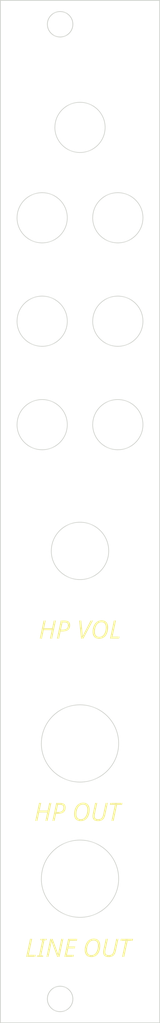
<source format=kicad_pcb>
(kicad_pcb (version 20240108) (generator "pcbnew") (generator_version "8.0")
  (layers (0 "F.Cu" signal) (31 "B.Cu" signal) (34 "B.Paste" user) (35 "F.Paste" user) (36 "B.SilkS" user "B.Silkscreen") (37 "F.SilkS" user "F.Silkscreen") (38 "B.Mask" user) (39 "F.Mask" user) (44 "Edge.Cuts" user))
  (net 0 "")
  (gr_poly (pts (xy 56.127031 142.37094) (xy 55.503817 142.37094) (xy 55.075885 144.386336) (xy 54.789081 144.386336) (xy 55.215411 142.37094) (xy 54.592197 142.37094) (xy 54.646503 142.119796) (xy 56.176638 142.119796)) (stroke (width -0.000001)) (fill solid) (layer "F.SilkS"))
  (gr_poly (pts (xy 46.647953 159.363799) (xy 46.37511 159.4243) (xy 45.987537 161.253646) (xy 46.232486 161.317245) (xy 46.199894 161.472274) (xy 45.406147 161.472274) (xy 45.438739 161.317245) (xy 45.708484 161.253646) (xy 46.094501 159.4243) (xy 45.854206 159.363799) (xy 45.885212 159.205672) (xy 46.678959 159.205672)) (stroke (width -0.000001)) (fill solid) (layer "F.SilkS"))
  (gr_poly (pts (xy 48.405881 142.120408) (xy 48.445833 142.122152) (xy 48.484512 142.125058) (xy 48.52192 142.129128) (xy 48.558055 142.13436) (xy 48.592919 142.140754) (xy 48.62651 142.148311) (xy 48.65883 142.157031) (xy 48.689878 142.166914) (xy 48.719653 142.177959) (xy 48.748157 142.190167) (xy 48.77539 142.203537) (xy 48.80135 142.21807) (xy 48.826038 142.233766) (xy 48.849455 142.250624) (xy 48.8716 142.268645) (xy 48.892437 142.287631) (xy 48.91193 142.307768) (xy 48.930078 142.329055) (xy 48.946882 142.351492) (xy 48.962342 142.37508) (xy 48.976457 142.399818) (xy 48.989229 142.425707) (xy 49.000655 142.452746) (xy 49.010738 142.480936) (xy 49.019476 142.510277) (xy 49.02687 142.540767) (xy 49.032919 142.572409) (xy 49.037624 142.605201) (xy 49.040985 142.639143) (xy 49.043001 142.674236) (xy 49.043674 142.710479) (xy 49.043689 142.710479) (xy 49.042696 142.757647) (xy 49.039716 142.803423) (xy 49.034751 142.847805) (xy 49.027799 142.890795) (xy 49.01886 142.932392) (xy 49.007935 142.972596) (xy 48.995024 143.011407) (xy 48.980126 143.048825) (xy 48.963242 143.084851) (xy 48.944372 143.119484) (xy 48.923515 143.152724) (xy 48.900671 143.184571) (xy 48.875841 143.215026) (xy 48.849025 143.244088) (xy 48.820221 143.271757) (xy 48.789432 143.298034) (xy 48.756737 143.322626) (xy 48.722213 143.345633) (xy 48.685861 143.367052) (xy 48.647679 143.386885) (xy 48.607669 143.405132) (xy 48.56583 143.421792) (xy 48.522162 143.436866) (xy 48.476665 143.450353) (xy 48.429339 143.462253) (xy 48.380184 143.472567) (xy 48.3292 143.481294) (xy 48.276387 143.488434) (xy 48.221746 143.493988) (xy 48.165275 143.497955) (xy 48.106976 143.500335) (xy 48.046847 143.501128) (xy 47.843753 143.501128) (xy 47.656177 144.386352) (xy 47.374027 144.386352) (xy 47.611581 143.262374) (xy 47.894916 143.262374) (xy 48.0918 143.262374) (xy 48.131695 143.261829) (xy 48.170379 143.260194) (xy 48.207852 143.257469) (xy 48.244115 143.253654) (xy 48.279166 143.248748) (xy 48.313006 143.242753) (xy 48.345635 143.235668) (xy 48.377053 143.227492) (xy 48.40726 143.218227) (xy 48.436256 143.207872) (xy 48.464041 143.196426) (xy 48.490614 143.18389) (xy 48.515977 143.170265) (xy 48.540128 143.155549) (xy 48.563067 143.139743) (xy 48.584796 143.122848) (xy 48.605447 143.104922) (xy 48.624767 143.086028) (xy 48.642754 143.066165) (xy 48.659408 143.045334) (xy 48.674731 143.023533) (xy 48.688721 143.000763) (xy 48.701379 142.977025) (xy 48.712705 142.952317) (xy 48.722698 142.926641) (xy 48.731359 142.899995) (xy 48.738687 142.872381) (xy 48.744684 142.843797) (xy 48.749347 142.814244) (xy 48.752679 142.783723) (xy 48.754677 142.752232) (xy 48.755344 142.719771) (xy 48.754932 142.696542) (xy 48.753696 142.674137) (xy 48.751637 142.652554) (xy 48.748755 142.631795) (xy 48.745048 142.61186) (xy 48.740518 142.592748) (xy 48.735165 142.574459) (xy 48.728988 142.556995) (xy 48.721987 142.540353) (xy 48.714163 142.524536) (xy 48.705515 142.509542) (xy 48.696043 142.495371) (xy 48.685748 142.482025) (xy 48.674629 142.469502) (xy 48.662687 142.457804) (xy 48.649921 142.446929) (xy 48.636301 142.436793) (xy 48.621797 142.427312) (xy 48.606409 142.418484) (xy 48.590137 142.410311) (xy 48.572981 142.402791) (xy 48.55494 142.395926) (xy 48.536016 142.389714) (xy 48.516208 142.384156) (xy 48.495515 142.379253) (xy 48.473939 142.375003) (xy 48.451479 142.371407) (xy 48.428134 142.368465) (xy 48.403905 142.366177) (xy 48.378793 142.364542) (xy 48.352796 142.363561) (xy 48.325915 142.363235) (xy 48.08562 142.363235) (xy 47.894916 143.262374) (xy 47.611581 143.262374) (xy 47.853061 142.119826) (xy 48.364658 142.119826)) (stroke (width -0.000001)) (fill solid) (layer "F.SilkS"))
  (gr_poly (pts (xy 52.623434 159.171006) (xy 52.669339 159.173804) (xy 52.713936 159.178466) (xy 52.757224 159.184994) (xy 52.799203 159.193387) (xy 52.839875 159.203645) (xy 52.879238 159.215768) (xy 52.917293 159.229756) (xy 52.954039 159.24561) (xy 52.989478 159.263329) (xy 53.023608 159.282913) (xy 53.05643 159.304362) (xy 53.087945 159.327677) (xy 53.118151 159.352857) (xy 53.147049 159.379902) (xy 53.17464 159.408813) (xy 53.200923 159.439164) (xy 53.22551 159.47092) (xy 53.248402 159.504082) (xy 53.269597 159.538649) (xy 53.289097 159.574621) (xy 53.306901 159.611997) (xy 53.32301 159.65078) (xy 53.337422 159.690967) (xy 53.350139 159.732559) (xy 53.361161 159.775556) (xy 53.370486 159.819959) (xy 53.378116 159.865767) (xy 53.384051 159.912979) (xy 53.38829 159.961597) (xy 53.390833 160.01162) (xy 53.391681 160.063048) (xy 53.391696 160.063064) (xy 53.391145 160.115986) (xy 53.389492 160.16817) (xy 53.386736 160.219614) (xy 53.382878 160.27032) (xy 53.377918 160.320286) (xy 53.371856 160.369513) (xy 53.364692 160.418001) (xy 53.356425 160.465751) (xy 53.347057 160.512761) (xy 53.336586 160.559033) (xy 53.325012 160.604566) (xy 53.312337 160.64936) (xy 53.298559 160.693416) (xy 53.28368 160.736733) (xy 53.267698 160.779311) (xy 53.250613 160.821151) (xy 53.232545 160.861827) (xy 53.213604 160.901305) (xy 53.193791 160.939584) (xy 53.173105 160.976664) (xy 53.151548 161.012545) (xy 53.129118 161.047227) (xy 53.105816 161.08071) (xy 53.081641 161.112994) (xy 53.056595 161.144079) (xy 53.030676 161.173965) (xy 53.003885 161.202651) (xy 52.976221 161.230138) (xy 52.947686 161.256426) (xy 52.918278 161.281515) (xy 52.887997 161.305404) (xy 52.856845 161.328094) (xy 52.824942 161.349308) (xy 52.792409 161.369153) (xy 52.759247 161.38763) (xy 52.725455 161.404738) (xy 52.691033 161.420477) (xy 52.655982 161.434848) (xy 52.620302 161.44785) (xy 52.583991 161.459483) (xy 52.547051 161.469748) (xy 52.509481 161.478644) (xy 52.471281 161.486172) (xy 52.432451 161.492331) (xy 52.392991 161.497121) (xy 52.352901 161.500542) (xy 52.312181 161.502595) (xy 52.270831 161.50328) (xy 52.221717 161.502377) (xy 52.173983 161.499671) (xy 52.127631 161.495159) (xy 52.082659 161.488843) (xy 52.039068 161.480722) (xy 51.996858 161.470796) (xy 51.956029 161.459066) (xy 51.916581 161.445531) (xy 51.878514 161.430191) (xy 51.841828 161.413047) (xy 51.806523 161.394097) (xy 51.772599 161.373343) (xy 51.740056 161.350784) (xy 51.708894 161.32642) (xy 51.679114 161.300251) (xy 51.650714 161.272277) (xy 51.623868 161.242677) (xy 51.598754 161.211623) (xy 51.575372 161.179116) (xy 51.553722 161.145156) (xy 51.533805 161.109742) (xy 51.515619 161.072874) (xy 51.499165 161.034553) (xy 51.484443 160.994779) (xy 51.471453 160.953551) (xy 51.460195 160.910869) (xy 51.450669 160.866733) (xy 51.442875 160.821144) (xy 51.436813 160.774102) (xy 51.432483 160.725605) (xy 51.429885 160.675655) (xy 51.429019 160.624251) (xy 51.42909 160.618056) (xy 51.731311 160.618056) (xy 51.731886 160.655318) (xy 51.733612 160.691526) (xy 51.736488 160.72668) (xy 51.740515 160.760781) (xy 51.745692 160.793828) (xy 51.75202 160.825822) (xy 51.759498 160.856761) (xy 51.768127 160.886647) (xy 51.777906 160.91548) (xy 51.788835 160.943258) (xy 51.800916 160.969983) (xy 51.814146 160.995653) (xy 51.828527 161.02027) (xy 51.844059 161.043834) (xy 51.860741 161.066343) (xy 51.878574 161.087798) (xy 51.897402 161.107884) (xy 51.917066 161.126674) (xy 51.937565 161.144169) (xy 51.9589 161.160368) (xy 51.981071 161.175271) (xy 52.004077 161.188878) (xy 52.027919 161.201189) (xy 52.052596 161.212205) (xy 52.07811 161.221925) (xy 52.104459 161.230349) (xy 52.131644 161.237476) (xy 52.159665 161.243308) (xy 52.188522 161.247844) (xy 52.218215 161.251084) (xy 52.248744 161.253028) (xy 52.280109 161.253677) (xy 52.308615 161.253089) (xy 52.336769 161.251327) (xy 52.364572 161.24839) (xy 52.392023 161.244278) (xy 52.419123 161.238991) (xy 52.445872 161.23253) (xy 52.472269 161.224894) (xy 52.498315 161.216083) (xy 52.524009 161.206097) (xy 52.549352 161.194936) (xy 52.574344 161.182601) (xy 52.598985 161.16909) (xy 52.623274 161.154405) (xy 52.647212 161.138545) (xy 52.670798 161.121511) (xy 52.694034 161.103301) (xy 52.716785 161.084002) (xy 52.738918 161.063697) (xy 52.760434 161.042387) (xy 52.781332 161.020071) (xy 52.801613 160.99675) (xy 52.821276 160.972424) (xy 52.840321 160.947093) (xy 52.858749 160.920756) (xy 52.876559 160.893415) (xy 52.893751 160.865067) (xy 52.910326 160.835715) (xy 52.926283 160.805357) (xy 52.941623 160.773994) (xy 52.956344 160.741626) (xy 52.970449 160.708252) (xy 52.983935 160.673873) (xy 52.996887 160.638761) (xy 53.009004 160.603189) (xy 53.020285 160.567157) (xy 53.03073 160.530665) (xy 53.04034 160.493712) (xy 53.049114 160.456299) (xy 53.057053 160.418427) (xy 53.064157 160.380094) (xy 53.070424 160.341301) (xy 53.075856 160.302047) (xy 53.080453 160.262334) (xy 53.084214 160.222161) (xy 53.087139 160.181528) (xy 53.089228 160.140435) (xy 53.090482 160.098882) (xy 53.0909 160.056869) (xy 53.090342 160.020164) (xy 53.088671 159.984464) (xy 53.085885 159.94977) (xy 53.081985 159.916081) (xy 53.07697 159.883397) (xy 53.070842 159.851718) (xy 53.063599 159.821045) (xy 53.055242 159.791377) (xy 53.04577 159.762715) (xy 53.035185 159.735057) (xy 53.023485 159.708405) (xy 53.010671 159.682758) (xy 52.996744 159.658117) (xy 52.981702 159.634481) (xy 52.965546 159.61185) (xy 52.948276 159.590224) (xy 52.93021 159.569761) (xy 52.911285 159.550619) (xy 52.891501 159.532796) (xy 52.870856 159.516293) (xy 52.849352 159.50111) (xy 52.826988 159.487248) (xy 52.803763 159.474705) (xy 52.779679 159.463483) (xy 52.754735 159.453581) (xy 52.728932 159.444999) (xy 52.702268 159.437737) (xy 52.674744 159.431796) (xy 52.64636 159.427175) (xy 52.617116 159.423874) (xy 52.587012 159.421893) (xy 52.556063 159.421234) (xy 52.52643 159.421833) (xy 52.497168 159.423631) (xy 52.468293 159.426629) (xy 52.439807 159.430826) (xy 52.411708 159.436222) (xy 52.383996 159.442817) (xy 52.356672 159.450611) (xy 52.329736 159.459603) (xy 52.303187 159.469795) (xy 52.277025 159.481186) (xy 52.251251 159.493775) (xy 52.225865 159.507564) (xy 52.200866 159.522551) (xy 52.176254 159.538737) (xy 52.152029 159.556122) (xy 52.128192 159.574706) (xy 52.104884 159.594374) (xy 52.082243 159.615011) (xy 52.060267 159.636617) (xy 52.038957 159.659192) (xy 52.018313 159.682737) (xy 51.998335 159.70725) (xy 51.979022 159.732733) (xy 51.960376 159.759185) (xy 51.942395 159.786606) (xy 51.925081 159.814996) (xy 51.908432 159.844356) (xy 51.892449 159.874684) (xy 51.877133 159.905982) (xy 51.862482 159.938249) (xy 51.848497 159.971485) (xy 51.835178 160.005691) (xy 51.8226 160.040422) (xy 51.810834 160.075626) (xy 51.799879 160.111301) (xy 51.789736 160.147449) (xy 51.780404 160.184069) (xy 51.771884 160.221161) (xy 51.764175 160.258725) (xy 51.757278 160.296762) (xy 51.751192 160.33527) (xy 51.745917 160.374251) (xy 51.741454 160.413705) (xy 51.737803 160.45363) (xy 51.734963 160.494028) (xy 51.732934 160.534899) (xy 51.731717 160.576241) (xy 51.731311 160.618056) (xy 51.42909 160.618056) (xy 51.429594 160.573746) (xy 51.43132 160.523774) (xy 51.434196 160.474334) (xy 51.438223 160.425428) (xy 51.443401 160.377054) (xy 51.449729 160.329213) (xy 51.457207 160.281905) (xy 51.465837 160.235129) (xy 51.475617 160.188887) (xy 51.486547 160.143178) (xy 51.498629 160.098001) (xy 51.511861 160.053357) (xy 51.526244 160.009246) (xy 51.541777 159.965668) (xy 51.558462 159.922623) (xy 51.576297 159.880111) (xy 51.595335 159.838279) (xy 51.615246 159.797658) (xy 51.636029 159.758247) (xy 51.657684 159.720048) (xy 51.680211 159.68306) (xy 51.703611 159.647282) (xy 51.727882 159.612716) (xy 51.753026 159.57936) (xy 51.779042 159.547215) (xy 51.80593 159.516282) (xy 51.833689 159.486559) (xy 51.862321 159.458047) (xy 51.891825 159.430746) (xy 51.922201 159.404656) (xy 51.953449 159.379777) (xy 51.985568 159.356109) (xy 52.018396 159.333581) (xy 52.051769 159.312507) (xy 52.085687 159.292886) (xy 52.120151 159.274718) (xy 52.155159 159.258004) (xy 52.190712 159.242744) (xy 52.22681 159.228936) (xy 52.263454 159.216582) (xy 52.300642 159.205682) (xy 52.338375 159.196235) (xy 52.376654 159.188241) (xy 52.415477 159.181701) (xy 52.454845 159.176614) (xy 52.494759 159.17298) (xy 52.535217 159.1708) (xy 52.576221 159.170074)) (stroke (width -0.000001)) (fill solid) (layer "F.SilkS"))
  (gr_poly (pts (xy 46.34473 120.161773) (xy 47.343113 120.161773) (xy 47.546207 119.203689) (xy 47.825259 119.203689) (xy 47.34621 121.470214) (xy 47.065616 121.470214) (xy 47.288852 120.412917) (xy 46.292011 120.412917) (xy 46.068775 121.470214) (xy 45.786609 121.470214) (xy 46.265659 119.203689) (xy 46.549366 119.203689)) (stroke (width -0.000001)) (fill solid) (layer "F.SilkS"))
  (gr_poly (pts (xy 51.290759 142.085099) (xy 51.336662 142.087897) (xy 51.381256 142.092561) (xy 51.424543 142.099089) (xy 51.466521 142.107483) (xy 51.507191 142.117743) (xy 51.546553 142.129867) (xy 51.584607 142.143857) (xy 51.621353 142.159712) (xy 51.656791 142.177432) (xy 51.690921 142.197018) (xy 51.723743 142.218468) (xy 51.755257 142.241784) (xy 51.785464 142.266964) (xy 51.814362 142.29401) (xy 51.841952 142.322921) (xy 51.868236 142.353272) (xy 51.892823 142.385028) (xy 51.915714 142.418189) (xy 51.93691 142.452755) (xy 51.95641 142.488725) (xy 51.974214 142.526101) (xy 51.990322 142.564882) (xy 52.004735 142.605067) (xy 52.017452 142.646658) (xy 52.028473 142.689654) (xy 52.037799 142.734056) (xy 52.045429 142.779862) (xy 52.051364 142.827074) (xy 52.055602 142.875691) (xy 52.058146 142.925714) (xy 52.058993 142.977141) (xy 52.059009 142.977126) (xy 52.058458 143.030049) (xy 52.056804 143.082232) (xy 52.054049 143.133677) (xy 52.050191 143.184382) (xy 52.045231 143.234348) (xy 52.039169 143.283576) (xy 52.032005 143.332064) (xy 52.023738 143.379813) (xy 52.014369 143.426824) (xy 52.003898 143.473096) (xy 51.992325 143.518629) (xy 51.97965 143.563423) (xy 51.965872 143.607478) (xy 51.950992 143.650795) (xy 51.93501 143.693374) (xy 51.917926 143.735213) (xy 51.899857 143.77589) (xy 51.880916 143.815368) (xy 51.861103 143.853647) (xy 51.840418 143.890727) (xy 51.81886 143.926608) (xy 51.79643 143.96129) (xy 51.773128 143.994773) (xy 51.748954 144.027057) (xy 51.723907 144.058142) (xy 51.697988 144.088027) (xy 51.671197 144.116714) (xy 51.643534 144.144201) (xy 51.614998 144.170489) (xy 51.58559 144.195577) (xy 51.55531 144.219466) (xy 51.524158 144.242156) (xy 51.492254 144.26337) (xy 51.459722 144.283215) (xy 51.426559 144.301692) (xy 51.392768 144.3188) (xy 51.358346 144.334539) (xy 51.323295 144.34891) (xy 51.287614 144.361912) (xy 51.251304 144.373546) (xy 51.214363 144.383811) (xy 51.176793 144.392707) (xy 51.138593 144.400234) (xy 51.099763 144.406393) (xy 51.060304 144.411183) (xy 51.020214 144.414605) (xy 50.979494 144.416658) (xy 50.938144 144.417342) (xy 50.88903 144.41644) (xy 50.841296 144.413733) (xy 50.794943 144.409222) (xy 50.749972 144.402906) (xy 50.706381 144.394785) (xy 50.664171 144.38486) (xy 50.623342 144.37313) (xy 50.583894 144.359595) (xy 50.545827 144.344256) (xy 50.509141 144.327113) (xy 50.473836 144.308165) (xy 50.439912 144.287412) (xy 50.407369 144.264854) (xy 50.376207 144.240492) (xy 50.346426 144.214326) (xy 50.318027 144.186355) (xy 50.291181 144.156752) (xy 50.266067 144.125696) (xy 50.242685 144.093187) (xy 50.221035 144.059225) (xy 50.201117 144.02381) (xy 50.182931 143.986941) (xy 50.166477 143.94862) (xy 50.151755 143.908845) (xy 50.138765 143.867617) (xy 50.127508 143.824936) (xy 50.117982 143.780801) (xy 50.110188 143.735214) (xy 50.104126 143.688173) (xy 50.099796 143.639678) (xy 50.097198 143.58973) (xy 50.096332 143.538329) (xy 50.096402 143.532134) (xy 50.398639 143.532134) (xy 50.399214 143.569396) (xy 50.40094 143.605604) (xy 50.403816 143.640758) (xy 50.407843 143.674859) (xy 50.41302 143.707906) (xy 50.419348 143.739899) (xy 50.426827 143.770839) (xy 50.435456 143.800725) (xy 50.445236 143.829557) (xy 50.456167 143.857336) (xy 50.468248 143.88406) (xy 50.48148 143.909731) (xy 50.495863 143.934348) (xy 50.511397 143.957911) (xy 50.528081 143.980421) (xy 50.545917 144.001876) (xy 50.564742 144.021962) (xy 50.584404 144.040752) (xy 50.604901 144.058247) (xy 50.626234 144.074446) (xy 50.648403 144.089349) (xy 50.671408 144.102956) (xy 50.695249 144.115267) (xy 50.719926 144.126283) (xy 50.745439 144.136002) (xy 50.771787 144.144426) (xy 50.798972 144.151554) (xy 50.826993 144.157386) (xy 50.85585 144.161922) (xy 50.885542 144.165162) (xy 50.916071 144.167106) (xy 50.947436 144.167754) (xy 50.975942 144.167167) (xy 51.004097 144.165405) (xy 51.0319 144.162468) (xy 51.059351 144.158356) (xy 51.086451 144.153069) (xy 51.1132 144.146608) (xy 51.139597 144.138971) (xy 51.165643 144.13016) (xy 51.191337 144.120175) (xy 51.21668 144.109014) (xy 51.241672 144.096678) (xy 51.266312 144.083168) (xy 51.290602 144.068483) (xy 51.31454 144.052623) (xy 51.338126 144.035588) (xy 51.361362 144.017379) (xy 51.384113 143.998079) (xy 51.406246 143.977774) (xy 51.427762 143.956464) (xy 51.44866 143.934149) (xy 51.468941 143.910828) (xy 51.488603 143.886501) (xy 51.507649 143.86117) (xy 51.526076 143.834832) (xy 51.543886 143.80749) (xy 51.561079 143.779141) (xy 51.577654 143.749788) (xy 51.593611 143.719428) (xy 51.60895 143.688064) (xy 51.623672 143.655693) (xy 51.637777 143.622317) (xy 51.651263 143.587936) (xy 51.664215 143.552824) (xy 51.676332 143.517252) (xy 51.687613 143.48122) (xy 51.698058 143.444727) (xy 51.707668 143.407775) (xy 51.716442 143.370362) (xy 51.724381 143.332489) (xy 51.731485 143.294156) (xy 51.737752 143.255363) (xy 51.743184 143.21611) (xy 51.747781 143.176397) (xy 51.751541 143.136224) (xy 51.754467 143.09559) (xy 51.756556 143.054497) (xy 51.75781 143.012944) (xy 51.758227 142.970931) (xy 51.75767 142.934226) (xy 51.755999 142.898527) (xy 51.753213 142.863832) (xy 51.749313 142.830143) (xy 51.744298 142.797459) (xy 51.73817 142.765781) (xy 51.730927 142.735108) (xy 51.72257 142.70544) (xy 51.713098 142.676777) (xy 51.702513 142.64912) (xy 51.690813 142.622468) (xy 51.677999 142.596821) (xy 51.664071 142.572179) (xy 51.64903 142.548543) (xy 51.632874 142.525912) (xy 51.615604 142.504287) (xy 51.597538 142.483824) (xy 51.578613 142.464682) (xy 51.558829 142.44686) (xy 51.538184 142.430358) (xy 51.51668 142.415176) (xy 51.494315 142.401315) (xy 51.471091 142.388774) (xy 51.447007 142.377553) (xy 51.422063 142.367652) (xy 51.396259 142.359072) (xy 51.369596 142.351812) (xy 51.342072 142.345871) (xy 51.313688 142.341251) (xy 51.284444 142.337951) (xy 51.25434 142.335971) (xy 51.223384 142.335311) (xy 51.193742 142.335911) (xy 51.16448 142.337709) (xy 51.135606 142.340707) (xy 51.107119 142.344904) (xy 51.07902 142.3503) (xy 51.051309 142.356894) (xy 51.023985 142.364688) (xy 50.997048 142.373681) (xy 50.9705 142.383873) (xy 50.944338 142.395264) (xy 50.918564 142.407853) (xy 50.893177 142.421642) (xy 50.868178 142.436629) (xy 50.843566 142.452815) (xy 50.819342 142.4702) (xy 50.795505 142.488784) (xy 50.772197 142.508452) (xy 50.749555 142.529089) (xy 50.727579 142.550695) (xy 50.70627 142.57327) (xy 50.685626 142.596814) (xy 50.665648 142.621328) (xy 50.646336 142.646811) (xy 50.62769 142.673263) (xy 50.609711 142.700684) (xy 50.592397 142.729074) (xy 50.57575 142.758434) (xy 50.559769 142.788762) (xy 50.544453 142.82006) (xy 50.529805 142.852327) (xy 50.515822 142.885563) (xy 50.502505 142.919768) (xy 50.489928 142.9545) (xy 50.478162 142.989703) (xy 50.467207 143.025379) (xy 50.457064 143.061527) (xy 50.447732 143.098147) (xy 50.439212 143.135239) (xy 50.431503 143.172803) (xy 50.424605 143.210839) (xy 50.41852 143.249348) (xy 50.413245 143.288329) (xy 50.408782 143.327782) (xy 50.40513 143.367708) (xy 50.40229 143.408106) (xy 50.400262 143.448976) (xy 50.399045 143.490319) (xy 50.398639 143.532134) (xy 50.096402 143.532134) (xy 50.096907 143.487824) (xy 50.098633 143.437852) (xy 50.101509 143.388412) (xy 50.105536 143.339505) (xy 50.110713 143.291131) (xy 50.117041 143.243291) (xy 50.12452 143.195982) (xy 50.133149 143.149207) (xy 50.142929 143.102965) (xy 50.15386 143.057255) (xy 50.165941 143.012079) (xy 50.179173 142.967435) (xy 50.193556 142.923324) (xy 50.20909 142.879746) (xy 50.225774 142.836701) (xy 50.24361 142.794189) (xy 50.262651 142.752357) (xy 50.282564 142.711735) (xy 50.303349 142.672325) (xy 50.325006 142.634126) (xy 50.347534 142.597138) (xy 50.370935 142.561361) (xy 50.395208 142.526795) (xy 50.420352 142.49344) (xy 50.446368 142.461296) (xy 50.473257 142.430363) (xy 50.501017 142.400642) (xy 50.529649 142.372131) (xy 50.559153 142.344832) (xy 50.589529 142.318744) (xy 50.620776 142.293867) (xy 50.652896 142.270202) (xy 50.685724 142.247674) (xy 50.719097 142.2266) (xy 50.753015 142.206979) (xy 50.787479 142.188811) (xy 50.822487 142.172097) (xy 50.85804 142.156837) (xy 50.894138 142.143029) (xy 50.930781 142.130675) (xy 50.96797 142.119775) (xy 51.005703 142.110328) (xy 51.043981 142.102334) (xy 51.082805 142.095794) (xy 51.122173 142.090707) (xy 51.162087 142.087073) (xy 51.202545 142.084893) (xy 51.243548 142.084167)) (stroke (width -0.000001)) (fill solid) (layer "F.SilkS"))
  (gr_poly (pts (xy 48.974924 119.20427) (xy 49.014874 119.206014) (xy 49.053551 119.208921) (xy 49.090957 119.21299) (xy 49.127091 119.218222) (xy 49.161954 119.224617) (xy 49.195545 119.232175) (xy 49.227864 119.240895) (xy 49.258912 119.250779) (xy 49.288689 119.261825) (xy 49.317194 119.274034) (xy 49.344427 119.287406) (xy 49.370389 119.301941) (xy 49.395079 119.317638) (xy 49.418499 119.334499) (xy 49.440646 119.352523) (xy 49.461483 119.371509) (xy 49.480976 119.391645) (xy 49.499124 119.412932) (xy 49.515928 119.43537) (xy 49.531388 119.458957) (xy 49.545503 119.483696) (xy 49.558275 119.509585) (xy 49.569701 119.536624) (xy 49.579784 119.564814) (xy 49.588522 119.594154) (xy 49.595916 119.624645) (xy 49.601965 119.656286) (xy 49.60667 119.689078) (xy 49.610031 119.72302) (xy 49.612047 119.758113) (xy 49.61272 119.794356) (xy 49.61275 119.794356) (xy 49.611757 119.841525) (xy 49.608778 119.8873) (xy 49.603812 119.931683) (xy 49.59686 119.974673) (xy 49.587921 120.016269) (xy 49.576997 120.056473) (xy 49.564085 120.095285) (xy 49.549188 120.132703) (xy 49.532304 120.168728) (xy 49.513433 120.203361) (xy 49.492576 120.236601) (xy 49.469733 120.268449) (xy 49.444903 120.298903) (xy 49.418086 120.327965) (xy 49.389283 120.355635) (xy 49.358493 120.381911) (xy 49.325796 120.406504) (xy 49.29127 120.42951) (xy 49.254915 120.45093) (xy 49.216732 120.470763) (xy 49.176721 120.48901) (xy 49.13488 120.50567) (xy 49.091212 120.520743) (xy 49.045714 120.53423) (xy 48.998389 120.546131) (xy 48.949234 120.556444) (xy 48.898251 120.565171) (xy 48.84544 120.572312) (xy 48.7908 120.577865) (xy 48.734331 120.581832) (xy 48.676034 120.584212) (xy 48.615909 120.585006) (xy 48.412814 120.585006) (xy 48.225238 121.470214) (xy 47.943072 121.470214) (xy 48.180624 120.346252) (xy 48.463977 120.346252) (xy 48.660861 120.346252) (xy 48.700756 120.345707) (xy 48.739441 120.344071) (xy 48.776914 120.341346) (xy 48.813176 120.337531) (xy 48.848227 120.332626) (xy 48.882067 120.326631) (xy 48.914697 120.319545) (xy 48.946115 120.31137) (xy 48.976322 120.302105) (xy 49.005317 120.291749) (xy 49.033102 120.280304) (xy 49.059676 120.267768) (xy 49.085038 120.254142) (xy 49.109189 120.239427) (xy 49.132129 120.223621) (xy 49.153857 120.206725) (xy 49.174509 120.1888) (xy 49.193827 120.169906) (xy 49.211814 120.150043) (xy 49.228467 120.129211) (xy 49.243789 120.107411) (xy 49.257778 120.084641) (xy 49.270434 120.060902) (xy 49.281758 120.036195) (xy 49.29175 120.010518) (xy 49.30041 119.983873) (xy 49.307737 119.956258) (xy 49.313732 119.927675) (xy 49.318395 119.898122) (xy 49.321725 119.8676) (xy 49.323723 119.836109) (xy 49.32439 119.803649) (xy 49.323978 119.78042) (xy 49.322742 119.758014) (xy 49.320683 119.736432) (xy 49.317801 119.715673) (xy 49.314094 119.695738) (xy 49.309564 119.676626) (xy 49.304211 119.658337) (xy 49.298034 119.640872) (xy 49.291033 119.624231) (xy 49.283209 119.608413) (xy 49.274561 119.593419) (xy 49.265089 119.579249) (xy 49.254794 119.565903) (xy 49.243675 119.55338) (xy 49.231733 119.541681) (xy 49.218967 119.530807) (xy 49.205347 119.520671) (xy 49.190843 119.511189) (xy 49.175455 119.502362) (xy 49.159183 119.494188) (xy 49.142027 119.486669) (xy 49.123986 119.479803) (xy 49.105062 119.473592) (xy 49.085254 119.468034) (xy 49.064561 119.46313) (xy 49.042985 119.45888) (xy 49.020525 119.455284) (xy 48.99718 119.452342) (xy 48.972952 119.450054) (xy 48.947839 119.44842) (xy 48.921842 119.447439) (xy 48.894961 119.447112) (xy 48.654666 119.447112) (xy 48.463977 120.346252) (xy 48.180624 120.346252) (xy 48.422107 119.203689) (xy 48.933704 119.203689)) (stroke (width -0.000001)) (fill solid) (layer "F.SilkS"))
  (gr_poly (pts (xy 57.459734 159.456893) (xy 56.836519 159.456893) (xy 56.408571 161.472274) (xy 56.121767 161.472274) (xy 56.548113 159.456893) (xy 55.924898 159.456893) (xy 55.979204 159.205749) (xy 57.50934 159.205749)) (stroke (width -0.000001)) (fill solid) (layer "F.SilkS"))
  (gr_poly (pts (xy 54.059878 160.590163) (xy 54.056427 160.604574) (xy 54.053075 160.619906) (xy 54.049824 160.636159) (xy 54.046674 160.653333) (xy 54.043624 160.671427) (xy 54.040676 160.690441) (xy 54.037829 160.710376) (xy 54.035083 160.731231) (xy 54.032529 160.752096) (xy 54.030316 160.772038) (xy 54.028444 160.791057) (xy 54.026912 160.809154) (xy 54.02572 160.826328) (xy 54.024869 160.842579) (xy 54.024358 160.857908) (xy 54.024188 160.872314) (xy 54.024612 160.894484) (xy 54.025884 160.916036) (xy 54.028004 160.93697) (xy 54.030971 160.957286) (xy 54.034787 160.976985) (xy 54.03945 160.996066) (xy 54.044961 161.014529) (xy 54.05132 161.032374) (xy 54.058527 161.049602) (xy 54.066581 161.066213) (xy 54.075483 161.082205) (xy 54.085233 161.097581) (xy 54.095831 161.112338) (xy 54.107276 161.126479) (xy 54.119568 161.140002) (xy 54.132709 161.152907) (xy 54.146703 161.165111) (xy 54.161557 161.176527) (xy 54.177271 161.187155) (xy 54.193846 161.196996) (xy 54.21128 161.20605) (xy 54.229574 161.214316) (xy 54.248728 161.221795) (xy 54.268743 161.228486) (xy 54.289617 161.23439) (xy 54.311351 161.239507) (xy 54.333945 161.243837) (xy 54.357398 161.247379) (xy 54.381712 161.250134) (xy 54.406885 161.252102) (xy 54.432918 161.253283) (xy 54.459811 161.253677) (xy 54.492101 161.253156) (xy 54.523471 161.251594) (xy 54.553919 161.24899) (xy 54.583448 161.245345) (xy 54.612055 161.240658) (xy 54.639742 161.23493) (xy 54.666509 161.228161) (xy 54.692355 161.220349) (xy 54.717281 161.211497) (xy 54.741286 161.201602) (xy 54.76437 161.190666) (xy 54.786534 161.178688) (xy 54.807778 161.165669) (xy 54.828101 161.151608) (xy 54.847503 161.136505) (xy 54.865985 161.12036) (xy 54.883892 161.102828) (xy 54.901182 161.083952) (xy 54.917854 161.063731) (xy 54.933908 161.042166) (xy 54.949345 161.019256) (xy 54.964164 160.995003) (xy 54.978365 160.969404) (xy 54.991948 160.942462) (xy 55.004914 160.914175) (xy 55.017261 160.884544) (xy 55.028991 160.853569) (xy 55.040103 160.821249) (xy 55.050597 160.787585) (xy 55.060474 160.752577) (xy 55.069732 160.716224) (xy 55.078372 160.678527) (xy 55.393085 159.205749) (xy 55.67528 159.205749) (xy 55.357471 160.70024) (xy 55.34608 160.751128) (xy 55.333611 160.800307) (xy 55.320064 160.847779) (xy 55.30544 160.893543) (xy 55.289737 160.937598) (xy 55.272957 160.979946) (xy 55.255098 161.020586) (xy 55.236161 161.059518) (xy 55.216147 161.096742) (xy 55.195054 161.132258) (xy 55.172883 161.166067) (xy 55.149634 161.198168) (xy 55.125307 161.228561) (xy 55.099901 161.257246) (xy 55.073417 161.284223) (xy 55.045856 161.309493) (xy 55.017158 161.33296) (xy 54.987261 161.354913) (xy 54.956165 161.375352) (xy 54.92387 161.394277) (xy 54.890376 161.411688) (xy 54.855683 161.427584) (xy 54.81979 161.441967) (xy 54.782699 161.454835) (xy 54.744408 161.466189) (xy 54.704918 161.47603) (xy 54.664229 161.484356) (xy 54.622341 161.491169) (xy 54.579254 161.496467) (xy 54.534968 161.500252) (xy 54.489482 161.502523) (xy 54.442798 161.50328) (xy 54.399129 161.502644) (xy 54.356877 161.500736) (xy 54.316042 161.497557) (xy 54.276624 161.493106) (xy 54.238623 161.487383) (xy 54.202039 161.480389) (xy 54.166872 161.472123) (xy 54.133123 161.462585) (xy 54.10079 161.451775) (xy 54.069874 161.439694) (xy 54.040376 161.42634) (xy 54.012295 161.411716) (xy 53.985631 161.395819) (xy 53.960384 161.378651) (xy 53.936554 161.360211) (xy 53.914142 161.340499) (xy 53.893305 161.319606) (xy 53.873812 161.297624) (xy 53.855664 161.274551) (xy 53.83886 161.250388) (xy 53.8234 161.225135) (xy 53.809285 161.198793) (xy 53.796513 161.17136) (xy 53.785087 161.142837) (xy 53.775004 161.113224) (xy 53.766266 161.082521) (xy 53.758872 161.050727) (xy 53.752823 161.017844) (xy 53.748118 160.983871) (xy 53.744757 160.948808) (xy 53.742741 160.912654) (xy 53.742068 160.875411) (xy 53.74265 160.844577) (xy 53.744394 160.811756) (xy 53.747301 160.776948) (xy 53.751371 160.740153) (xy 53.756602 160.701372) (xy 53.762996 160.660603) (xy 53.770552 160.617847) (xy 53.779269 160.573104) (xy 54.072284 159.205749) (xy 54.354434 159.205749)) (stroke (width -0.000001)) (fill solid) (layer "F.SilkS"))
  (gr_poly (pts (xy 45.775684 143.077895) (xy 46.774067 143.077895) (xy 46.977161 142.119811) (xy 47.256214 142.119811) (xy 46.777164 144.386336) (xy 46.49657 144.386336) (xy 46.719806 143.32904) (xy 45.722965 143.32904) (xy 45.499729 144.386336) (xy 45.217579 144.386336) (xy 45.696613 142.119811) (xy 45.98032 142.119811)) (stroke (width -0.000001)) (fill solid) (layer "F.SilkS"))
  (gr_poly (pts (xy 52.727176 143.504211) (xy 52.723749 143.518622) (xy 52.720415 143.533954) (xy 52.717175 143.550207) (xy 52.714028 143.567382) (xy 52.710975 143.585478) (xy 52.708016 143.604495) (xy 52.705151 143.624434) (xy 52.70238 143.645293) (xy 52.699848 143.666157) (xy 52.697654 143.686098) (xy 52.695797 143.705115) (xy 52.694278 143.723209) (xy 52.693096 143.74038) (xy 52.692252 143.756629) (xy 52.691746 143.771956) (xy 52.691577 143.786361) (xy 52.692001 143.808531) (xy 52.693273 143.830084) (xy 52.695393 143.851019) (xy 52.69836 143.871336) (xy 52.702176 143.891035) (xy 52.706839 143.910117) (xy 52.71235 143.928581) (xy 52.718709 143.946427) (xy 52.725916 143.963656) (xy 52.73397 143.980267) (xy 52.742872 143.996259) (xy 52.752622 144.011634) (xy 52.763219 144.026391) (xy 52.774665 144.04053) (xy 52.786957 144.054051) (xy 52.800098 144.066955) (xy 52.814092 144.079158) (xy 52.828946 144.090574) (xy 52.84466 144.101202) (xy 52.861235 144.111043) (xy 52.878669 144.120097) (xy 52.896963 144.128363) (xy 52.916117 144.135842) (xy 52.936132 144.142533) (xy 52.957006 144.148438) (xy 52.97874 144.153554) (xy 53.001334 144.157884) (xy 53.024787 144.161426) (xy 53.049101 144.164182) (xy 53.074274 144.166149) (xy 53.100307 144.16733) (xy 53.1272 144.167724) (xy 53.15949 144.167203) (xy 53.190859 144.165641) (xy 53.221308 144.163037) (xy 53.250836 144.159392) (xy 53.279444 144.154706) (xy 53.307131 144.148978) (xy 53.333898 144.142208) (xy 53.359744 144.134397) (xy 53.38467 144.125544) (xy 53.408675 144.115649) (xy 53.431759 144.104713) (xy 53.453923 144.092736) (xy 53.475167 144.079716) (xy 53.49549 144.065655) (xy 53.514892 144.050552) (xy 53.533374 144.034408) (xy 53.551281 144.016876) (xy 53.568571 143.997999) (xy 53.585243 143.977778) (xy 53.601297 143.956213) (xy 53.616734 143.933304) (xy 53.631553 143.90905) (xy 53.645754 143.883452) (xy 53.659337 143.856509) (xy 53.672303 143.828223) (xy 53.68465 143.798591) (xy 53.69638 143.767616) (xy 53.707492 143.735296) (xy 53.717986 143.701632) (xy 53.727862 143.666624) (xy 53.737121 143.630271) (xy 53.745761 143.592574) (xy 54.060474 142.119796) (xy 54.342593 142.119811) (xy 54.024783 143.614287) (xy 54.013392 143.665175) (xy 54.000924 143.714355) (xy 53.987377 143.761826) (xy 53.972752 143.80759) (xy 53.95705 143.851646) (xy 53.940269 143.893993) (xy 53.922411 143.934633) (xy 53.903474 143.973565) (xy 53.883459 144.010789) (xy 53.862366 144.046306) (xy 53.840195 144.080114) (xy 53.816946 144.112215) (xy 53.792619 144.142608) (xy 53.767214 144.171293) (xy 53.74073 144.198271) (xy 53.713168 144.22354) (xy 53.684471 144.247008) (xy 53.654574 144.268961) (xy 53.623478 144.289399) (xy 53.591183 144.308324) (xy 53.557689 144.325735) (xy 53.522995 144.341631) (xy 53.487103 144.356014) (xy 53.450011 144.368882) (xy 53.411721 144.380237) (xy 53.372231 144.390077) (xy 53.331542 144.398404) (xy 53.289654 144.405216) (xy 53.246567 144.410515) (xy 53.20228 144.414299) (xy 53.156795 144.41657) (xy 53.11011 144.417327) (xy 53.066442 144.416691) (xy 53.02419 144.414784) (xy 52.983355 144.411604) (xy 52.943937 144.407153) (xy 52.905936 144.40143) (xy 52.869352 144.394436) (xy 52.834185 144.38617) (xy 52.800435 144.376632) (xy 52.768102 144.365822) (xy 52.737187 144.353741) (xy 52.707689 144.340388) (xy 52.679607 144.325763) (xy 52.652943 144.309866) (xy 52.627696 144.292698) (xy 52.603867 144.274258) (xy 52.581454 144.254546) (xy 52.560617 144.233654) (xy 52.541125 144.211671) (xy 52.522976 144.188598) (xy 52.506172 144.164435) (xy 52.490713 144.139183) (xy 52.476597 144.11284) (xy 52.463826 144.085407) (xy 52.452399 144.056884) (xy 52.442317 144.027271) (xy 52.433579 143.996568) (xy 52.426185 143.964775) (xy 52.420136 143.931892) (xy 52.41543 143.897918) (xy 52.41207 143.862855) (xy 52.410053 143.826702) (xy 52.409381 143.789458) (xy 52.409962 143.758624) (xy 52.411707 143.725803) (xy 52.414614 143.690996) (xy 52.418683 143.654201) (xy 52.423915 143.615419) (xy 52.430309 143.57465) (xy 52.437864 143.531894) (xy 52.446582 143.487151) (xy 52.739581 142.119796) (xy 53.021731 142.119796)) (stroke (width -0.000001)) (fill solid) (layer "F.SilkS"))
  (gr_poly (pts (xy 48.102389 161.078506) (xy 48.111392 161.078506) (xy 48.122364 161.003413) (xy 48.135072 160.922309) (xy 48.149516 160.835197) (xy 48.165698 160.74208) (xy 48.182075 160.651969) (xy 48.197101 160.573875) (xy 48.210776 160.507796) (xy 48.223102 160.453734) (xy 48.489749 159.205749) (xy 48.759494 159.205749) (xy 48.280383 161.472274) (xy 47.978076 161.472274) (xy 47.277332 159.593322) (xy 47.268329 159.593322) (xy 47.259427 159.661752) (xy 47.248972 159.733718) (xy 47.236962 159.809221) (xy 47.2234 159.888261) (xy 47.208284 159.970838) (xy 47.191614 160.056951) (xy 47.17339 160.146602) (xy 47.153614 160.239791) (xy 46.893161 161.472274) (xy 46.626514 161.472274) (xy 47.105548 159.205749) (xy 47.407856 159.205749)) (stroke (width -0.000001)) (fill solid) (layer "F.SilkS"))
  (gr_poly (pts (xy 54.942645 121.215972) (xy 55.812349 121.215972) (xy 55.758043 121.470229) (xy 54.609332 121.470214) (xy 55.088367 119.203689) (xy 55.370532 119.203689)) (stroke (width -0.000001)) (fill solid) (layer "F.SilkS"))
  (gr_poly (pts (xy 44.415485 161.218032) (xy 45.285205 161.218032) (xy 45.230899 161.472289) (xy 44.082187 161.472274) (xy 44.561222 159.205749) (xy 44.843372 159.205749)) (stroke (width -0.000001)) (fill solid) (layer "F.SilkS"))
  (gr_poly (pts (xy 53.611624 119.168946) (xy 53.657529 119.171744) (xy 53.702125 119.176406) (xy 53.745413 119.182934) (xy 53.787393 119.191327) (xy 53.828064 119.201585) (xy 53.867428 119.213708) (xy 53.905482 119.227697) (xy 53.942229 119.24355) (xy 53.977667 119.261269) (xy 54.011798 119.280853) (xy 54.04462 119.302302) (xy 54.076134 119.325617) (xy 54.106341 119.350797) (xy 54.135239 119.377842) (xy 54.162829 119.406753) (xy 54.189113 119.437104) (xy 54.2137 119.46886) (xy 54.236591 119.502022) (xy 54.257787 119.536589) (xy 54.277287 119.572561) (xy 54.295091 119.609938) (xy 54.311199 119.64872) (xy 54.325612 119.688907) (xy 54.338329 119.730499) (xy 54.34935 119.773496) (xy 54.358676 119.817899) (xy 54.366306 119.863707) (xy 54.372241 119.910919) (xy 54.376479 119.959537) (xy 54.379023 120.00956) (xy 54.379871 120.060989) (xy 54.379886 120.061004) (xy 54.379335 120.113926) (xy 54.377681 120.16611) (xy 54.374926 120.217554) (xy 54.371068 120.26826) (xy 54.366108 120.318226) (xy 54.360046 120.367453) (xy 54.352882 120.415941) (xy 54.344615 120.463691) (xy 54.335246 120.510701) (xy 54.324775 120.556973) (xy 54.313202 120.602506) (xy 54.300527 120.6473) (xy 54.286749 120.691356) (xy 54.271869 120.734673) (xy 54.255887 120.777251) (xy 54.238803 120.819091) (xy 54.220734 120.859768) (xy 54.201794 120.899245) (xy 54.18198 120.937524) (xy 54.161295 120.974604) (xy 54.139737 121.010485) (xy 54.117308 121.045167) (xy 54.094005 121.07865) (xy 54.069831 121.110934) (xy 54.044784 121.142019) (xy 54.018865 121.171905) (xy 53.992074 121.200591) (xy 53.964411 121.228078) (xy 53.935875 121.254366) (xy 53.906467 121.279455) (xy 53.876187 121.303344) (xy 53.845035 121.326034) (xy 53.813131 121.347248) (xy 53.780599 121.367093) (xy 53.747436 121.38557) (xy 53.713645 121.402678) (xy 53.679223 121.418417) (xy 53.644172 121.432788) (xy 53.608491 121.44579) (xy 53.572181 121.457423) (xy 53.535241 121.467688) (xy 53.49767 121.476584) (xy 53.45947 121.484112) (xy 53.420641 121.490271) (xy 53.381181 121.495061) (xy 53.341091 121.498483) (xy 53.300371 121.500536) (xy 53.259021 121.50122) (xy 53.209907 121.500318) (xy 53.162173 121.497611) (xy 53.115821 121.493099) (xy 53.070849 121.486783) (xy 53.027258 121.478662) (xy 52.985048 121.468736) (xy 52.944219 121.457006) (xy 52.904771 121.443471) (xy 52.866704 121.428131) (xy 52.830018 121.410987) (xy 52.794713 121.392037) (xy 52.760789 121.371283) (xy 52.728246 121.348724) (xy 52.697084 121.32436) (xy 52.667303 121.298191) (xy 52.638904 121.270217) (xy 52.612058 121.240617) (xy 52.586944 121.209563) (xy 52.563562 121.177056) (xy 52.541912 121.143096) (xy 52.521994 121.107682) (xy 52.503808 121.070814) (xy 52.487354 121.032493) (xy 52.472633 120.992719) (xy 52.459643 120.951491) (xy 52.448385 120.908809) (xy 52.438859 120.864674) (xy 52.431065 120.819084) (xy 52.425003 120.772042) (xy 52.420673 120.723545) (xy 52.418075 120.673595) (xy 52.417209 120.622192) (xy 52.417279 120.616012) (xy 52.719501 120.616012) (xy 52.720076 120.653273) (xy 52.721802 120.689481) (xy 52.724678 120.724636) (xy 52.728705 120.758736) (xy 52.733882 120.791784) (xy 52.74021 120.823777) (xy 52.747689 120.854717) (xy 52.756318 120.884603) (xy 52.766098 120.913435) (xy 52.777029 120.941213) (xy 52.78911 120.967938) (xy 52.802342 120.993609) (xy 52.816725 121.018226) (xy 52.832259 121.041789) (xy 52.848943 121.064298) (xy 52.866778 121.085754) (xy 52.885607 121.10584) (xy 52.905271 121.12463) (xy 52.92577 121.142124) (xy 52.947105 121.158323) (xy 52.969276 121.173226) (xy 52.992282 121.186833) (xy 53.016124 121.199145) (xy 53.040801 121.21016) (xy 53.066315 121.21988) (xy 53.092664 121.228304) (xy 53.119849 121.235432) (xy 53.14787 121.241264) (xy 53.176727 121.2458) (xy 53.20642 121.24904) (xy 53.236948 121.250984) (xy 53.268314 121.251632) (xy 53.296819 121.251044) (xy 53.324974 121.249282) (xy 53.352777 121.246345) (xy 53.380228 121.242233) (xy 53.407328 121.236947) (xy 53.434077 121.230485) (xy 53.460474 121.222849) (xy 53.48652 121.214038) (xy 53.512214 121.204052) (xy 53.537557 121.192891) (xy 53.562549 121.180556) (xy 53.58719 121.167046) (xy 53.611479 121.152361) (xy 53.635417 121.136501) (xy 53.659003 121.119466) (xy 53.682239 121.101256) (xy 53.70499 121.081957) (xy 53.727123 121.061652) (xy 53.748639 121.040342) (xy 53.769537 121.018026) (xy 53.789818 120.994706) (xy 53.809481 120.97038) (xy 53.828526 120.945048) (xy 53.846953 120.918712) (xy 53.864764 120.89137) (xy 53.881956 120.863023) (xy 53.898531 120.83367) (xy 53.914488 120.803312) (xy 53.929827 120.771949) (xy 53.944549 120.739581) (xy 53.958654 120.706207) (xy 53.97214 120.671828) (xy 53.985092 120.636717) (xy 53.997209 120.601145) (xy 54.00849 120.565112) (xy 54.018935 120.52862) (xy 54.028545 120.491668) (xy 54.037319 120.454255) (xy 54.045258 120.416382) (xy 54.052362 120.378049) (xy 54.058629 120.339256) (xy 54.064061 120.300003) (xy 54.068658 120.26029) (xy 54.072419 120.220116) (xy 54.075344 120.179483) (xy 54.077433 120.13839) (xy 54.078687 120.096837) (xy 54.079105 120.054824) (xy 54.078547 120.018119) (xy 54.076876 119.982419) (xy 54.07409 119.947725) (xy 54.07019 119.914036) (xy 54.065175 119.881352) (xy 54.059047 119.849674) (xy 54.051804 119.819) (xy 54.043447 119.789332) (xy 54.033975 119.76067) (xy 54.02339 119.733013) (xy 54.01169 119.70636) (xy 53.998876 119.680714) (xy 53.984949 119.656072) (xy 53.969907 119.632436) (xy 53.953751 119.609805) (xy 53.936481 119.58818) (xy 53.918418 119.567717) (xy 53.899495 119.548575) (xy 53.879711 119.530752) (xy 53.859068 119.514251) (xy 53.837563 119.499069) (xy 53.815199 119.485208) (xy 53.791975 119.472667) (xy 53.76789 119.461446) (xy 53.742945 119.451545) (xy 53.717141 119.442965) (xy 53.690476 119.435704) (xy 53.662951 119.429764) (xy 53.634566 119.425144) (xy 53.605322 119.421844) (xy 53.575218 119.419864) (xy 53.544253 119.419204) (xy 53.544269 119.419189) (xy 53.514619 119.419788) (xy 53.485357 119.421587) (xy 53.456483 119.424585) (xy 53.427996 119.428781) (xy 53.399897 119.434177) (xy 53.372186 119.440772) (xy 53.344862 119.448566) (xy 53.317926 119.457559) (xy 53.291377 119.46775) (xy 53.265215 119.479141) (xy 53.239441 119.491731) (xy 53.214054 119.505519) (xy 53.189055 119.520507) (xy 53.164443 119.536693) (xy 53.140219 119.554078) (xy 53.116382 119.572661) (xy 53.093074 119.592329) (xy 53.070432 119.612966) (xy 53.048456 119.634572) (xy 53.027146 119.657147) (xy 53.006502 119.680692) (xy 52.986524 119.705206) (xy 52.967212 119.730688) (xy 52.948566 119.75714) (xy 52.930585 119.784561) (xy 52.913271 119.812952) (xy 52.896622 119.842311) (xy 52.880639 119.87264) (xy 52.865322 119.903938) (xy 52.850671 119.936205) (xy 52.836686 119.969441) (xy 52.823367 120.003646) (xy 52.81079 120.038377) (xy 52.799023 120.073581) (xy 52.788069 120.109256) (xy 52.777926 120.145404) (xy 52.768594 120.182024) (xy 52.760074 120.219116) (xy 52.752365 120.25668) (xy 52.745467 120.294717) (xy 52.739381 120.333226) (xy 52.734107 120.372207) (xy 52.729644 120.41166) (xy 52.725992 120.451586) (xy 52.723152 120.491984) (xy 52.721124 120.532854) (xy 52.719906 120.574197) (xy 52.719501 120.616012) (xy 52.417279 120.616012) (xy 52.417784 120.571686) (xy 52.41951 120.521714) (xy 52.422386 120.472274) (xy 52.426413 120.423368) (xy 52.43159 120.374994) (xy 52.437918 120.327153) (xy 52.445397 120.279845) (xy 52.454026 120.23307) (xy 52.463806 120.186827) (xy 52.474737 120.141118) (xy 52.486818 120.095941) (xy 52.50005 120.051297) (xy 52.514433 120.007186) (xy 52.529967 119.963608) (xy 52.546651 119.920563) (xy 52.564487 119.878051) (xy 52.583525 119.836219) (xy 52.603436 119.795598) (xy 52.624219 119.756187) (xy 52.645874 119.717988) (xy 52.668401 119.681) (xy 52.691801 119.645222) (xy 52.716072 119.610656) (xy 52.741216 119.5773) (xy 52.767232 119.545155) (xy 52.794119 119.514222) (xy 52.821879 119.484499) (xy 52.850511 119.455987) (xy 52.880015 119.428686) (xy 52.910391 119.402596) (xy 52.941638 119.377717) (xy 52.973758 119.354049) (xy 53.006586 119.331521) (xy 53.039959 119.310447) (xy 53.073877 119.290826) (xy 53.10834 119.272658) (xy 53.143349 119.255944) (xy 53.178902 119.240684) (xy 53.215 119.226876) (xy 53.251643 119.214522) (xy 53.288832 119.203622) (xy 53.326565 119.194175) (xy 53.364843 119.186181) (xy 53.403667 119.179641) (xy 53.443035 119.174554) (xy 53.482948 119.17092) (xy 53.523407 119.16874) (xy 53.56441 119.168014)) (stroke (width -0.000001)) (fill solid) (layer "F.SilkS"))
  (gr_poly (pts (xy 50.449191 159.456893) (xy 49.582584 159.456893) (xy 49.432208 160.163833) (xy 50.243014 160.163833) (xy 50.194919 160.41188) (xy 49.382571 160.41188) (xy 49.207385 161.221145) (xy 50.07709 161.221145) (xy 50.022906 161.472274) (xy 48.874148 161.472274) (xy 49.353183 159.205749) (xy 50.503497 159.205749)) (stroke (width -0.000001)) (fill solid) (layer "F.SilkS"))
  (gr_poly (pts (xy 51.152179 120.637725) (xy 51.165045 120.767561) (xy 51.170099 120.828119) (xy 51.174234 120.885772) (xy 51.177449 120.940517) (xy 51.179746 120.992356) (xy 51.181123 121.041287) (xy 51.181583 121.08731) (xy 51.179584 121.149306) (xy 51.186298 121.149306) (xy 51.209461 121.095142) (xy 51.234754 121.03807) (xy 51.262177 120.978092) (xy 51.29173 120.915208) (xy 51.323412 120.849418) (xy 51.357223 120.780722) (xy 51.431232 120.634612) (xy 52.167621 119.203689) (xy 52.482333 119.203689) (xy 51.276202 121.470214) (xy 50.973895 121.470214) (xy 50.728961 119.203689) (xy 51.009555 119.203689)) (stroke (width -0.000001)) (fill solid) (layer "F.SilkS"))
  (gr_line (start 53.899268 56.433697) (end 53.856768 56.28395) (stroke (width 0.088194) (color 229 37 32 1)) (layer "Edge.Cuts"))
  (gr_line (start 49.208848 54.5236) (end 49.080918 54.605677) (stroke (width 0.088194) (color 229 37 32 1)) (layer "Edge.Cuts"))
  (gr_line (start 43.660004 70.590366) (end 43.759213 70.704713) (stroke (width 0.088194) (color 229 37 32 1)) (layer "Edge.Cuts"))
  (gr_line (start 53.958908 65.883496) (end 53.830978 65.965573) (stroke (width 0.088194) (color 229 37 32 1)) (layer "Edge.Cuts"))
  (gr_line (start 55.271646 78.442922) (end 55.113817 78.462988) (stroke (width 0.088194) (color 229 37 32 1)) (layer "Edge.Cuts"))
  (gr_line (start 50.208451 60.313817) (end 50.363755 60.341566) (stroke (width 0.088194) (color 229 37 32 1)) (layer "Edge.Cuts"))
  (gr_line (start 53.833616 112.465366) (end 53.927355 112.319062) (stroke (width 0.088194) (color 229 37 32 1)) (layer "Edge.Cuts"))
  (gr_line (start 44.087781 97.017573) (end 44.20696 97.111166) (stroke (width 0.088194) (color 229 37 32 1)) (layer "Edge.Cuts"))
  (gr_line (start 49.583542 167.778863) (end 49.631043 167.718417) (stroke (width 0.099836) (color 238 37 44 1)) (layer "Edge.Cuts"))
  (gr_line (start 52.072073 54.314744) (end 51.928814 54.258245) (stroke (width 0.088194) (color 229 37 32 1)) (layer "Edge.Cuts"))
  (gr_line (start 50.521586 60.361633) (end 50.681749 60.37382) (stroke (width 0.088194) (color 229 37 32 1)) (layer "Edge.Cuts"))
  (gr_line (start 52.750294 69.952269) (end 52.820107 70.088072) (stroke (width 0.088194) (color 229 37 32 1)) (layer "Edge.Cuts"))
  (gr_line (start 44.726699 84.426696) (end 44.866403 84.489861) (stroke (width 0.088194) (color 229 37 32 1)) (layer "Edge.Cuts"))
  (gr_line (start 58.367956 93.078029) (end 58.29201 92.945883) (stroke (width 0.088194) (color 229 37 32 1)) (layer "Edge.Cuts"))
  (gr_line (start 47.729872 71.280918) (end 47.857859 71.19883) (stroke (width 0.088194) (color 229 37 32 1)) (layer "Edge.Cuts"))
  (gr_line (start 48.867837 83.086233) (end 48.937489 82.950173) (stroke (width 0.088194) (color 229 37 32 1)) (layer "Edge.Cuts"))
  (gr_line (start 58.557242 67.497223) (end 58.50077 67.353922) (stroke (width 0.088194) (color 229 37 32 1)) (layer "Edge.Cuts"))
  (gr_line (start 46.957313 131.74399) (end 46.822068 131.934371) (stroke (width 0.088194) (color 229 37 32 1)) (layer "Edge.Cuts"))
  (gr_line (start 54.734936 154.554592) (end 54.870244 154.364205) (stroke (width 0.088194) (color 229 37 32 1)) (layer "Edge.Cuts"))
  (gr_line (start 49.248498 94.582198) (end 49.244394 94.419806) (stroke (width 0.088194) (color 229 37 32 1)) (layer "Edge.Cuts"))
  (gr_line (start 54.226911 65.737832) (end 54.090952 65.807516) (stroke (width 0.088194) (color 229 37 32 1)) (layer "Edge.Cuts"))
  (gr_line (start 42.936693 94.587764) (end 42.941173 94.74962) (stroke (width 0.088194) (color 229 37 32 1)) (layer "Edge.Cuts"))
  (gr_line (start 49.717274 167.59076) (end 49.755803 167.523749) (stroke (width 0.099836) (color 238 37 44 1)) (layer "Edge.Cuts"))
  (gr_line (start 52.457258 81.259554) (end 52.445085 81.419813) (stroke (width 0.088194) (color 229 37 32 1)) (layer "Edge.Cuts"))
  (gr_line (start 48.328981 138.802553) (end 48.532219 138.919404) (stroke (width 0.088194) (color 229 37 32 1)) (layer "Edge.Cuts"))
  (gr_line (start 53.473849 79.246364) (end 53.364352 79.350848) (stroke (width 0.088194) (color 229 37 32 1)) (layer "Edge.Cuts"))
  (gr_line (start 52.084202 107.0623) (end 51.916719 107.005611) (stroke (width 0.088194) (color 229 37 32 1)) (layer "Edge.Cuts"))
  (gr_line (start 48.422172 107.780221) (end 48.297062 107.899615) (stroke (width 0.088194) (color 229 37 32 1)) (layer "Edge.Cuts"))
  (gr_line (start 54.996479 154.167184) (end 55.113334 153.963834) (stroke (width 0.088194) (color 229 37 32 1)) (layer "Edge.Cuts"))
  (gr_line (start 48.671455 45.828929) (end 48.748847 45.811067) (stroke (width 0.099836) (color 238 37 44 1)) (layer "Edge.Cuts"))
  (gr_line (start 53.750711 58.450529) (end 53.807183 58.307235) (stroke (width 0.088194) (color 229 37 32 1)) (layer "Edge.Cuts"))
  (gr_line (start 43.973729 66.246405) (end 43.864233 66.350889) (stroke (width 0.088194) (color 229 37 32 1)) (layer "Edge.Cuts"))
  (gr_line (start 58.122031 92.694133) (end 58.028394 92.574927) (stroke (width 0.088194) (color 229 37 32 1)) (layer "Edge.Cuts"))
  (gr_line (start 48.532219 138.919404) (end 48.74147 139.026583) (stroke (width 0.088194) (color 229 37 32 1)) (layer "Edge.Cuts"))
  (gr_line (start 46.044763 135.395186) (end 46.087893 135.633653) (stroke (width 0.088194) (color 229 37 32 1)) (layer "Edge.Cuts"))
  (gr_line (start 46.087893 135.633653) (end 46.142497 135.867973) (stroke (width 0.088194) (color 229 37 32 1)) (layer "Edge.Cuts"))
  (gr_line (start 58.028394 66.574976) (end 57.929256 66.460478) (stroke (width 0.088194) (color 229 37 32 1)) (layer "Edge.Cuts"))
  (gr_line (start 48.976201 113.533459) (end 49.127121 113.62023) (stroke (width 0.088194) (color 229 37 32 1)) (layer "Edge.Cuts"))
  (gr_line (start 48.592683 45.842996) (end 48.671455 45.828929) (stroke (width 0.099836) (color 238 37 44 1)) (layer "Edge.Cuts"))
  (gr_line (start 47.597216 108.88606) (end 47.525083 109.04579) (stroke (width 0.088194) (color 229 37 32 1)) (layer "Edge.Cuts"))
  (gr_line (start 56.229951 78.490738) (end 56.074588 78.462988) (stroke (width 0.088194) (color 229 37 32 1)) (layer "Edge.Cuts"))
  (gr_line (start 49.583542 165.743165) (end 49.533253 165.685117) (stroke (width 0.099836) (color 238 37 44 1)) (layer "Edge.Cuts"))
  (gr_line (start 48.147313 55.586035) (end 48.071403 55.718181) (stroke (width 0.088194) (color 229 37 32 1)) (layer "Edge.Cuts"))
  (gr_line (start 49.9305 166.517199) (end 49.916427 166.438408) (stroke (width 0.099836) (color 238 37 44 1)) (layer "Edge.Cuts"))
  (gr_line (start 54.656278 84.595926) (end 54.805933 84.638439) (stroke (width 0.088194) (color 229 37 32 1)) (layer "Edge.Cuts"))
  (gr_line (start 46.093986 78.426643) (end 45.931689 78.430748) (stroke (width 0.088194) (color 229 37 32 1)) (layer "Edge.Cuts"))
  (gr_line (start 47.754967 56.586369) (end 47.727245 56.741769) (stroke (width 0.088194) (color 229 37 32 1)) (layer "Edge.Cuts"))
  (gr_line (start 48.937489 82.950173) (end 49.000651 82.810396) (stroke (width 0.088194) (color 229 37 32 1)) (layer "Edge.Cuts"))
  (gr_line (start 43.040106 67.793594) (end 43.004907 67.946267) (stroke (width 0.088194) (color 229 37 32 1)) (layer "Edge.Cuts"))
  (gr_line (start 49.243487 168.087848) (end 49.306214 168.043244) (stroke (width 0.099836) (color 238 37 44 1)) (layer "Edge.Cuts"))
  (gr_line (start 46.820748 43.785619) (end 46.799209 43.861566) (stroke (width 0.099836) (color 238 37 44 1)) (layer "Edge.Cuts"))
  (gr_line (start 55.673996 151.152898) (end 55.643136 150.909872) (stroke (width 0.088194) (color 229 37 32 1)) (layer "Edge.Cuts"))
  (gr_line (start 56.96187 65.737832) (end 56.822132 65.674641) (stroke (width 0.088194) (color 229 37 32 1)) (layer "Edge.Cuts"))
  (gr_line (start 49.631043 167.718417) (end 49.675654 167.655683) (stroke (width 0.099836) (color 238 37 44 1)) (layer "Edge.Cuts"))
  (gr_line (start 57.824814 66.350889) (end 57.715268 66.246405) (stroke (width 0.088194) (color 229 37 32 1)) (layer "Edge.Cuts"))
  (gr_line (start 52.537721 82.374087) (end 52.580468 82.523463) (stroke (width 0.088194) (color 229 37 32 1)) (layer "Edge.Cuts"))
  (gr_line (start 47.758381 155.397043) (end 47.941759 155.541068) (stroke (width 0.088194) (color 229 37 32 1)) (layer "Edge.Cuts"))
  (gr_line (start 50.595558 156.49899) (end 50.845279 156.505309) (stroke (width 0.088194) (color 229 37 32 1)) (layer "Edge.Cuts"))
  (gr_line (start 48.971734 165.28673) (end 48.899087 165.258088) (stroke (width 0.099836) (color 238 37 44 1)) (layer "Edge.Cuts"))
  (gr_line (start 47.763497 108.579576) (end 47.676763 108.73058) (stroke (width 0.088194) (color 229 37 32 1)) (layer "Edge.Cuts"))
  (gr_line (start 50.055873 60.278586) (end 50.208451 60.313817) (stroke (width 0.088194) (color 229 37 32 1)) (layer "Edge.Cuts"))
  (gr_line (start 48.026308 45.828929) (end 48.105166 45.842996) (stroke (width 0.099836) (color 238 37 44 1)) (layer "Edge.Cuts"))
  (gr_line (start 58.712279 68.101667) (end 58.684543 67.946267) (stroke (width 0.088194) (color 229 37 32 1)) (layer "Edge.Cuts"))
  (gr_line (start 47.58223 155.244573) (end 47.758381 155.397043) (stroke (width 0.088194) (color 229 37 32 1)) (layer "Edge.Cuts"))
  (gr_line (start 54.590859 137.738036) (end 54.734936 137.554589) (stroke (width 0.088194) (color 229 37 32 1)) (layer "Edge.Cuts"))
  (gr_line (start 46.049546 133.909872) (end 46.018701 134.152898) (stroke (width 0.088194) (color 229 37 32 1)) (layer "Edge.Cuts"))
  (gr_line (start 47.260627 110.080711) (end 47.246718 110.263841) (stroke (width 0.088194) (color 229 37 32 1)) (layer "Edge.Cuts"))
  (gr_line (start 43.004907 80.946236) (end 42.977185 81.101636) (stroke (width 0.088194) (color 229 37 32 1)) (layer "Edge.Cuts"))
  (gr_line (start 52.457258 94.259546) (end 52.445085 94.419806) (stroke (width 0.088194) (color 229 37 32 1)) (layer "Edge.Cuts"))
  (gr_line (start 51.745666 106.957023) (end 51.571268 106.91676) (stroke (width 0.088194) (color 229 37 32 1)) (layer "Edge.Cuts"))
  (gr_line (start 53.932953 130.902316) (end 53.7496 130.758163) (stroke (width 0.088194) (color 229 37 32 1)) (layer "Edge.Cuts"))
  (gr_line (start 50.363755 60.341566) (end 50.521586 60.361633) (stroke (width 0.088194) (color 229 37 32 1)) (layer "Edge.Cuts"))
  (gr_line (start 55.317692 149.759218) (end 55.220507 149.544118) (stroke (width 0.088194) (color 229 37 32 1)) (layer "Edge.Cuts"))
  (gr_line (start 47.703761 57.549531) (end 47.72414 57.706993) (stroke (width 0.088194) (color 229 37 32 1)) (layer "Edge.Cuts"))
  (gr_line (start 49.149207 67.793594) (end 49.106708 67.643847) (stroke (width 0.088194) (color 229 37 32 1)) (layer "Edge.Cuts"))
  (gr_line (start 53.733139 108.2919) (end 53.626151 108.155681) (stroke (width 0.088194) (color 229 37 32 1)) (layer "Edge.Cuts"))
  (gr_line (start 55.317692 136.539364) (end 55.404584 136.318859) (stroke (width 0.088194) (color 229 37 32 1)) (layer "Edge.Cuts"))
  (gr_line (start 49.184424 69.218129) (end 49.212159 69.062748) (stroke (width 0.088194) (color 229 37 32 1)) (layer "Edge.Cuts"))
  (gr_line (start 49.9305 44.505252) (end 49.940677 44.425177) (stroke (width 0.099836) (color 238 37 44 1)) (layer "Edge.Cuts"))
  (gr_line (start 56.96187 91.737784) (end 56.822132 91.674593) (stroke (width 0.088194) (color 229 37 32 1)) (layer "Edge.Cuts"))
  (gr_line (start 53.559306 147.622782) (end 53.362376 147.49648) (stroke (width 0.088194) (color 229 37 32 1)) (layer "Edge.Cuts"))
  (gr_line (start 50.106269 139.449355) (end 50.34912 139.480236) (stroke (width 0.088194) (color 229 37 32 1)) (layer "Edge.Cuts"))
  (gr_line (start 49.366654 165.526309) (end 49.306214 165.478818) (stroke (width 0.099836) (color 238 37 44 1)) (layer "Edge.Cuts"))
  (gr_line (start 57.097889 91.807468) (end 56.96187 91.737784) (stroke (width 0.088194) (color 229 37 32 1)) (layer "Edge.Cuts"))
  (gr_line (start 54.805949 91.525964) (end 54.656305 91.568485) (stroke (width 0.088194) (color 229 37 32 1)) (layer "Edge.Cuts"))
  (gr_line (start 53.58825 66.147226) (end 53.473849 66.246405) (stroke (width 0.088194) (color 229 37 32 1)) (layer "Edge.Cuts"))
  (gr_line (start 49.106708 67.643847) (end 49.057123 67.497223) (stroke (width 0.088194) (color 229 37 32 1)) (layer "Edge.Cuts"))
  (gr_line (start 47.941759 155.541068) (end 48.13206 155.676342) (stroke (width 0.088194) (color 229 37 32 1)) (layer "Edge.Cuts"))
  (gr_line (start 44.088131 92.147178) (end 43.973729 92.246357) (stroke (width 0.088194) (color 229 37 32 1)) (layer "Edge.Cuts"))
  (gr_line (start 48.105166 168.342622) (end 48.185316 168.352794) (stroke (width 0.099836) (color 238 37 44 1)) (layer "Edge.Cuts"))
  (gr_line (start 54.093714 112.012581) (end 54.165882 111.852857) (stroke (width 0.088194) (color 229 37 32 1)) (layer "Edge.Cuts"))
  (gr_line (start 49.898559 44.661452) (end 49.916427 44.584044) (stroke (width 0.099836) (color 238 37 44 1)) (layer "Edge.Cuts"))
  (gr_line (start 50.118542 106.91676) (end 49.944217 106.957023) (stroke (width 0.088194) (color 229 37 32 1)) (layer "Edge.Cuts"))
  (gr_line (start 53.074755 59.453578) (end 53.179197 59.343981) (stroke (width 0.088194) (color 229 37 32 1)) (layer "Edge.Cuts"))
  (gr_line (start 54.165882 111.852857) (end 54.230406 111.689114) (stroke (width 0.088194) (color 229 37 32 1)) (layer "Edge.Cuts"))
  (gr_line (start 46.695893 149.13139) (end 46.579093 149.334741) (stroke (width 0.088194) (color 229 37 32 1)) (layer "Edge.Cuts"))
  (gr_line (start 47.032173 91.568485) (end 46.882466 91.525964) (stroke (width 0.088194) (color 229 37 32 1)) (layer "Edge.Cuts"))
  (gr_line (start 49.476759 60.06683) (end 49.616464 60.129995) (stroke (width 0.088194) (color 229 37 32 1)) (layer "Edge.Cuts"))
  (gr_line (start 50.363758 54.103132) (end 50.208459 54.130881) (stroke (width 0.088194) (color 229 37 32 1)) (layer "Edge.Cuts"))
  (gr_line (start 48.215149 66.246405) (end 48.100695 66.147226) (stroke (width 0.088194) (color 229 37 32 1)) (layer "Edge.Cuts"))
  (gr_line (start 57.097889 84.356866) (end 57.229991 84.280875) (stroke (width 0.088194) (color 229 37 32 1)) (layer "Edge.Cuts"))
  (gr_line (start 52.632267 93.497174) (end 52.582705 93.643797) (stroke (width 0.088194) (color 229 37 32 1)) (layer "Edge.Cuts"))
  (gr_line (start 46.287982 149.979735) (end 46.211723 150.205364) (stroke (width 0.088194) (color 229 37 32 1)) (layer "Edge.Cuts"))
  (gr_line (start 48.829972 113.439733) (end 48.976201 113.533459) (stroke (width 0.088194) (color 229 37 32 1)) (layer "Edge.Cuts"))
  (gr_line (start 52.407552 107.199071) (end 52.247889 107.126862) (stroke (width 0.088194) (color 229 37 32 1)) (layer "Edge.Cuts"))
  (gr_line (start 53.687549 55.854244) (end 53.617897 55.718181) (stroke (width 0.088194) (color 229 37 32 1)) (layer "Edge.Cuts"))
  (gr_line (start 49.149207 82.370755) (end 49.184424 82.218099) (stroke (width 0.088194) (color 229 37 32 1)) (layer "Edge.Cuts"))
  (gr_line (start 53.067272 79.694141) (end 52.979375 79.817859) (stroke (width 0.088194) (color 229 37 32 1)) (layer "Edge.Cuts"))
  (gr_line (start 52.441293 68.74967) (end 52.453821 68.909429) (stroke (width 0.088194) (color 229 37 32 1)) (layer "Edge.Cuts"))
  (gr_line (start 45.009622 71.546373) (end 45.156158 71.59597) (stroke (width 0.088194) (color 229 37 32 1)) (layer "Edge.Cuts"))
  (gr_line (start 51.095101 146.79982) (end 50.845279 146.793502) (stroke (width 0.088194) (color 229 37 32 1)) (layer "Edge.Cuts"))
  (gr_line (start 55.220507 153.75446) (end 55.317692 153.539368) (stroke (width 0.088194) (color 229 37 32 1)) (layer "Edge.Cuts"))
  (gr_line (start 46.822068 131.934371) (end 46.695893 132.13139) (stroke (width 0.088194) (color 229 37 32 1)) (layer "Edge.Cuts"))
  (gr_line (start 43.002112 82.221827) (end 43.037601 82.374098) (stroke (width 0.088194) (color 229 37 32 1)) (layer "Edge.Cuts"))
  (gr_line (start 43.040106 93.793544) (end 43.004907 93.946217) (stroke (width 0.088194) (color 229 37 32 1)) (layer "Edge.Cuts"))
  (gr_line (start 46.757143 166.597274) (end 46.750972 166.678531) (stroke (width 0.099836) (color 238 37 44 1)) (layer "Edge.Cuts"))
  (gr_line (start 49.867308 139.406654) (end 50.106269 139.449355) (stroke (width 0.088194) (color 229 37 32 1)) (layer "Edge.Cuts"))
  (gr_line (start 52.820107 96.088022) (end 52.896194 96.219933) (stroke (width 0.088194) (color 229 37 32 1)) (layer "Edge.Cuts"))
  (gr_line (start 47.523071 111.855538) (end 47.595445 112.01494) (stroke (width 0.088194) (color 229 37 32 1)) (layer "Edge.Cuts"))
  (gr_line (start 53.807183 56.137326) (end 53.750711 55.994025) (stroke (width 0.088194) (color 229 37 32 1)) (layer "Edge.Cuts"))
  (gr_line (start 51.632525 60.278564) (end 51.782232 60.236035) (stroke (width 0.088194) (color 229 37 32 1)) (layer "Edge.Cuts"))
  (gr_line (start 43.321343 93.078029) (end 43.251724 93.214092) (stroke (width 0.088194) (color 229 37 32 1)) (layer "Edge.Cuts"))
  (gr_line (start 51.479891 54.130881) (end 51.324528 54.103132) (stroke (width 0.088194) (color 229 37 32 1)) (layer "Edge.Cuts"))
  (gr_line (start 49.057123 80.497193) (end 49.000651 80.353892) (stroke (width 0.088194) (color 229 37 32 1)) (layer "Edge.Cuts"))
  (gr_line (start 54.958519 65.490778) (end 54.805949 65.526012) (stroke (width 0.088194) (color 229 37 32 1)) (layer "Edge.Cuts"))
  (gr_line (start 48.177068 112.874766) (end 48.296465 112.999845) (stroke (width 0.088194) (color 229 37 32 1)) (layer "Edge.Cuts"))
  (gr_line (start 42.953701 68.909429) (end 42.97408 69.066891) (stroke (width 0.088194) (color 229 37 32 1)) (layer "Edge.Cuts"))
  (gr_line (start 52.441293 81.749628) (end 52.453821 81.909387) (stroke (width 0.088194) (color 229 37 32 1)) (layer "Edge.Cuts"))
  (gr_line (start 44.087781 84.017592) (end 44.20696 84.111186) (stroke (width 0.088194) (color 229 37 32 1)) (layer "Edge.Cuts"))
  (gr_line (start 55.916694 84.721486) (end 56.074588 84.701415) (stroke (width 0.088194) (color 229 37 32 1)) (layer "Edge.Cuts"))
  (gr_line (start 49.178575 45.629843) (end 49.243487 45.588234) (stroke (width 0.099836) (color 238 37 44 1)) (layer "Edge.Cuts"))
  (gr_line (start 45.156158 71.59597) (end 45.305813 71.638483) (stroke (width 0.088194) (color 229 37 32 1)) (layer "Edge.Cuts"))
  (gr_line (start 46.980326 165.931233) (end 46.941826 165.99823) (stroke (width 0.099836) (color 238 37 44 1)) (layer "Edge.Cuts"))
  (gr_line (start 47.279983 111.00321) (end 47.312012 111.180292) (stroke (width 0.088194) (color 229 37 32 1)) (layer "Edge.Cuts"))
  (gr_line (start 58.367956 80.078036) (end 58.29201 79.94589) (stroke (width 0.088194) (color 229 37 32 1)) (layer "Edge.Cuts"))
  (gr_line (start 53.830758 71.199124) (end 53.958739 71.281144) (stroke (width 0.088194) (color 229 37 32 1)) (layer "Edge.Cuts"))
  (gr_line (start 47.256699 110.823276) (end 47.279983 111.00321) (stroke (width 0.088194) (color 229 37 32 1)) (layer "Edge.Cuts"))
  (gr_line (start 49.042598 45.703688) (end 49.111579 45.668361) (stroke (width 0.099836) (color 238 37 44 1)) (layer "Edge.Cuts"))
  (gr_line (start 49.178575 168.129461) (end 49.243487 168.087848) (stroke (width 0.099836) (color 238 37 44 1)) (layer "Edge.Cuts"))
  (gr_line (start 48.328981 155.802557) (end 48.532219 155.919407) (stroke (width 0.088194) (color 229 37 32 1)) (layer "Edge.Cuts"))
  (gr_line (start 54.438318 154.914241) (end 54.590859 154.738039) (stroke (width 0.088194) (color 229 37 32 1)) (layer "Edge.Cuts"))
  (gr_line (start 49.042598 165.318764) (end 48.971734 165.28673) (stroke (width 0.099836) (color 238 37 44 1)) (layer "Edge.Cuts"))
  (gr_line (start 53.001448 107.559843) (end 52.86014 107.459313) (stroke (width 0.088194) (color 229 37 32 1)) (layer "Edge.Cuts"))
  (gr_line (start 47.246718 110.263841) (end 47.242032 110.449409) (stroke (width 0.088194) (color 229 37 32 1)) (layer "Edge.Cuts"))
  (gr_line (start 53.982276 57.544945) (end 53.994455 57.384712) (stroke (width 0.088194) (color 229 37 32 1)) (layer "Edge.Cuts"))
  (gr_line (start 58.712279 95.062699) (end 58.732335 94.904793) (stroke (width 0.088194) (color 229 37 32 1)) (layer "Edge.Cuts"))
  (gr_line (start 45.4584 91.49073) (end 45.30583 91.525964) (stroke (width 0.088194) (color 229 37 32 1)) (layer "Edge.Cuts"))
  (gr_line (start 54.37586 111.176034) (end 54.40755 110.99848) (stroke (width 0.088194) (color 229 37 32 1)) (layer "Edge.Cuts"))
  (gr_line (start 46.092201 133.670737) (end 46.049546 133.909872) (stroke (width 0.088194) (color 229 37 32 1)) (layer "Edge.Cuts"))
  (gr_line (start 55.916694 91.442914) (end 55.756467 91.430729) (stroke (width 0.088194) (color 229 37 32 1)) (layer "Edge.Cuts"))
  (gr_line (start 46.799209 167.160884) (end 46.820748 167.23683) (stroke (width 0.099836) (color 238 37 44 1)) (layer "Edge.Cuts"))
  (gr_line (start 48.791891 92.945883) (end 48.70985 92.817852) (stroke (width 0.088194) (color 229 37 32 1)) (layer "Edge.Cuts"))
  (gr_line (start 55.48088 150.205364) (end 55.404584 149.979735) (stroke (width 0.088194) (color 229 37 32 1)) (layer "Edge.Cuts"))
  (gr_line (start 43.251724 67.214141) (end 43.188592 67.353922) (stroke (width 0.088194) (color 229 37 32 1)) (layer "Edge.Cuts"))
  (gr_line (start 47.461751 71.426604) (end 47.59777 71.356909) (stroke (width 0.088194) (color 229 37 32 1)) (layer "Edge.Cuts"))
  (gr_line (start 43.397253 66.945932) (end 43.321343 67.078078) (stroke (width 0.088194) (color 229 37 32 1)) (layer "Edge.Cuts"))
  (gr_line (start 54.590859 154.738039) (end 54.734936 154.554592) (stroke (width 0.088194) (color 229 37 32 1)) (layer "Edge.Cuts"))
  (gr_line (start 47.58223 138.244567) (end 47.758381 138.397037) (stroke (width 0.088194) (color 229 37 32 1)) (layer "Edge.Cuts"))
  (gr_line (start 56.074588 71.701459) (end 56.229951 71.673703) (stroke (width 0.088194) (color 229 37 32 1)) (layer "Edge.Cuts"))
  (gr_line (start 52.537721 95.374079) (end 52.580468 95.523455) (stroke (width 0.088194) (color 229 37 32 1)) (layer "Edge.Cuts"))
  (gr_line (start 58.557242 95.667083) (end 58.606827 95.52047) (stroke (width 0.088194) (color 229 37 32 1)) (layer "Edge.Cuts"))
  (gr_line (start 55.271645 84.721487) (end 55.431808 84.733674) (stroke (width 0.088194) (color 229 37 32 1)) (layer "Edge.Cuts"))
  (gr_line (start 57.929256 96.703829) (end 58.028394 96.589326) (stroke (width 0.088194) (color 229 37 32 1)) (layer "Edge.Cuts"))
  (gr_line (start 58.028394 79.574934) (end 57.929256 79.460437) (stroke (width 0.088194) (color 229 37 32 1)) (layer "Edge.Cuts"))
  (gr_line (start 58.50077 93.353873) (end 58.437608 93.214092) (stroke (width 0.088194) (color 229 37 32 1)) (layer "Edge.Cuts"))
  (gr_line (start 49.717274 45.091219) (end 49.755803 45.024222) (stroke (width 0.099836) (color 238 37 44 1)) (layer "Edge.Cuts"))
  (gr_line (start 50.476319 106.862121) (end 50.295985 106.885051) (stroke (width 0.088194) (color 229 37 32 1)) (layer "Edge.Cuts"))
  (gr_line (start 58.649327 95.370736) (end 58.684543 95.21808) (stroke (width 0.088194) (color 229 37 32 1)) (layer "Edge.Cuts"))
  (gr_line (start 42.953701 94.909379) (end 42.97408 95.066842) (stroke (width 0.088194) (color 229 37 32 1)) (layer "Edge.Cuts"))
  (gr_line (start 56.96187 71.426604) (end 57.097889 71.356909) (stroke (width 0.088194) (color 229 37 32 1)) (layer "Edge.Cuts"))
  (gr_line (start 43.759213 70.704713) (end 43.863711 70.814172) (stroke (width 0.088194) (color 229 37 32 1)) (layer "Edge.Cuts"))
  (gr_line (start 48.688979 107.559843) (end 48.552886 107.666889) (stroke (width 0.088194) (color 229 37 32 1)) (layer "Edge.Cuts"))
  (gr_line (start 53.958739 71.281144) (end 54.090824 71.357079) (stroke (width 0.088194) (color 229 37 32 1)) (layer "Edge.Cuts"))
  (gr_line (start 52.479932 59.92102) (end 52.607919 59.838933) (stroke (width 0.088194) (color 229 37 32 1)) (layer "Edge.Cuts"))
  (gr_line (start 43.186832 69.812774) (end 43.250174 69.952269) (stroke (width 0.088194) (color 229 37 32 1)) (layer "Edge.Cuts"))
  (gr_line (start 50.595558 146.79982) (end 50.349122 146.818571) (stroke (width 0.088194) (color 229 37 32 1)) (layer "Edge.Cuts"))
  (gr_line (start 48.132406 130.622782) (end 47.942198 130.758163) (stroke (width 0.088194) (color 229 37 32 1)) (layer "Edge.Cuts"))
  (gr_line (start 49.306214 45.543634) (end 49.366654 45.496143) (stroke (width 0.099836) (color 238 37 44 1)) (layer "Edge.Cuts"))
  (gr_line (start 48.613771 59.454274) (end 48.723359 59.558644) (stroke (width 0.088194) (color 229 37 32 1)) (layer "Edge.Cuts"))
  (gr_line (start 52.4742 69.066891) (end 52.502232 69.221857) (stroke (width 0.088194) (color 229 37 32 1)) (layer "Edge.Cuts"))
  (gr_line (start 58.712279 69.062748) (end 58.732335 68.904843) (stroke (width 0.088194) (color 229 37 32 1)) (layer "Edge.Cuts"))
  (gr_line (start 43.973299 96.918491) (end 44.087781 97.017573) (stroke (width 0.088194) (color 229 37 32 1)) (layer "Edge.Cuts"))
  (gr_line (start 46.748892 166.760871) (end 46.750972 166.843243) (stroke (width 0.099836) (color 238 37 44 1)) (layer "Edge.Cuts"))
  (gr_line (start 44.458619 71.281144) (end 44.590705 71.357079) (stroke (width 0.088194) (color 229 37 32 1)) (layer "Edge.Cuts"))
  (gr_line (start 43.037601 82.374098) (end 43.080348 82.523475) (stroke (width 0.088194) (color 229 37 32 1)) (layer "Edge.Cuts"))
  (gr_line (start 47.453965 165.434218) (end 47.391237 165.478818) (stroke (width 0.099836) (color 238 37 44 1)) (layer "Edge.Cuts"))
  (gr_line (start 45.771528 91.442914) (end 45.613698 91.462981) (stroke (width 0.088194) (color 229 37 32 1)) (layer "Edge.Cuts"))
  (gr_line (start 47.101323 131.56055) (end 46.957313 131.74399) (stroke (width 0.088194) (color 229 37 32 1)) (layer "Edge.Cuts"))
  (gr_line (start 46.694066 154.169609) (end 46.820488 154.3663) (stroke (width 0.088194) (color 229 37 32 1)) (layer "Edge.Cuts"))
  (gr_line (start 43.037601 69.374128) (end 43.080348 69.523505) (stroke (width 0.088194) (color 229 37 32 1)) (layer "Edge.Cuts"))
  (gr_line (start 45.30583 65.526012) (end 45.156186 65.568533) (stroke (width 0.088194) (color 229 37 32 1)) (layer "Edge.Cuts"))
  (gr_line (start 47.654903 42.819126) (end 47.585898 42.854456) (stroke (width 0.099836) (color 238 37 44 1)) (layer "Edge.Cuts"))
  (gr_line (start 43.186832 95.812725) (end 43.250174 95.95222) (stroke (width 0.088194) (color 229 37 32 1)) (layer "Edge.Cuts"))
  (gr_line (start 58.732335 81.904801) (end 58.744514 81.744568) (stroke (width 0.088194) (color 229 37 32 1)) (layer "Edge.Cuts"))
  (gr_line (start 47.322013 91.674593) (end 47.178755 91.618094) (stroke (width 0.088194) (color 229 37 32 1)) (layer "Edge.Cuts"))
  (gr_line (start 49.759682 60.186475) (end 49.906218 60.236072) (stroke (width 0.088194) (color 229 37 32 1)) (layer "Edge.Cuts"))
  (gr_line (start 48.70985 79.817871) (end 48.621912 79.694153) (stroke (width 0.088194) (color 229 37 32 1)) (layer "Edge.Cuts"))
  (gr_line (start 55.113334 132.334741) (end 54.996479 132.13139) (stroke (width 0.088194) (color 229 37 32 1)) (layer "Edge.Cuts"))
  (gr_line (start 43.863711 70.814172) (end 43.973299 70.918541) (stroke (width 0.088194) (color 229 37 32 1)) (layer "Edge.Cuts"))
  (gr_line (start 52.440984 81.582206) (end 52.436812 81.587772) (stroke (width 0.088194)) (layer "Edge.Cuts"))
  (gr_line (start 52.479932 54.5236) (end 52.34783 54.44762) (stroke (width 0.088194) (color 229 37 32 1)) (layer "Edge.Cuts"))
  (gr_line (start 53.559306 138.675886) (end 53.7496 138.540489) (stroke (width 0.088194) (color 229 37 32 1)) (layer "Edge.Cuts"))
  (gr_line (start 47.414422 148.215718) (end 47.253794 148.384358) (stroke (width 0.088194) (color 229 37 32 1)) (layer "Edge.Cuts"))
  (gr_line (start 56.382585 65.526012) (end 56.229951 65.490778) (stroke (width 0.088194) (color 229 37 32 1)) (layer "Edge.Cuts"))
  (gr_line (start 48.791891 96.21836) (end 48.867837 96.086214) (stroke (width 0.088194) (color 229 37 32 1)) (layer "Edge.Cuts"))
  (gr_line (start 48.837841 59.657725) (end 48.95702 59.751319) (stroke (width 0.088194) (color 229 37 32 1)) (layer "Edge.Cuts"))
  (gr_line (start 54.805933 71.638483) (end 54.958511 71.673714) (stroke (width 0.088194) (color 229 37 32 1)) (layer "Edge.Cuts"))
  (gr_line (start 58.649327 69.370785) (end 58.684543 69.218129) (stroke (width 0.088194) (color 229 37 32 1)) (layer "Edge.Cuts"))
  (gr_line (start 54.438318 148.384358) (end 54.277616 148.215718) (stroke (width 0.088194) (color 229 37 32 1)) (layer "Edge.Cuts"))
  (gr_line (start 48.297062 107.899615) (end 48.177783 108.024844) (stroke (width 0.088194) (color 229 37 32 1)) (layer "Edge.Cuts"))
  (gr_line (start 47.355425 109.548207) (end 47.315206 109.722667) (stroke (width 0.088194) (color 229 37 32 1)) (layer "Edge.Cuts"))
  (gr_line (start 52.607919 54.605677) (end 52.479932 54.5236) (stroke (width 0.088194) (color 229 37 32 1)) (layer "Edge.Cuts"))
  (gr_line (start 53.617897 55.718181) (end 53.541951 55.586035) (stroke (width 0.088194) (color 229 37 32 1)) (layer "Edge.Cuts"))
  (gr_line (start 52.949825 156.026394) (end 53.159114 155.919144) (stroke (width 0.088194) (color 229 37 32 1)) (layer "Edge.Cuts"))
  (gr_line (start 53.512875 112.873813) (end 53.62615 112.742968) (stroke (width 0.088194) (color 229 37 32 1)) (layer "Edge.Cuts"))
  (gr_line (start 54.366588 91.674593) (end 54.226911 91.737784) (stroke (width 0.088194) (color 229 37 32 1)) (layer "Edge.Cuts"))
  (gr_line (start 47.100169 137.739559) (end 47.25282 137.915521) (stroke (width 0.088194) (color 229 37 32 1)) (layer "Edge.Cuts"))
  (gr_line (start 53.160124 96.590316) (end 53.259333 96.704664) (stroke (width 0.088194) (color 229 37 32 1)) (layer "Edge.Cuts"))
  (gr_line (start 48.838191 54.787329) (end 48.723789 54.886509) (stroke (width 0.088194) (color 229 37 32 1)) (layer "Edge.Cuts"))
  (gr_line (start 48.791891 70.218409) (end 48.867837 70.086263) (stroke (width 0.088194) (color 229 37 32 1)) (layer "Edge.Cuts"))
  (gr_line (start 56.229951 84.67366) (end 56.382585 84.638418) (stroke (width 0.088194) (color 229 37 32 1)) (layer "Edge.Cuts"))
  (gr_line (start 51.782232 60.236035) (end 51.928814 60.186417) (stroke (width 0.088194) (color 229 37 32 1)) (layer "Edge.Cuts"))
  (gr_line (start 49.000651 93.353873) (end 48.937489 93.214092) (stroke (width 0.088194) (color 229 37 32 1)) (layer "Edge.Cuts"))
  (gr_line (start 43.396074 70.219982) (end 43.478237 70.347801) (stroke (width 0.088194) (color 229 37 32 1)) (layer "Edge.Cuts"))
  (gr_line (start 49.533253 43.185524) (end 49.480274 43.129957) (stroke (width 0.099836) (color 238 37 44 1)) (layer "Edge.Cuts"))
  (gr_line (start 53.001447 113.338855) (end 53.137601 113.231798) (stroke (width 0.088194) (color 229 37 32 1)) (layer "Edge.Cuts"))
  (gr_line (start 45.30583 78.525983) (end 45.156186 78.568504) (stroke (width 0.088194) (color 229 37 32 1)) (layer "Edge.Cuts"))
  (gr_line (start 58.209969 83.3464) (end 58.29201 83.218367) (stroke (width 0.088194) (color 229 37 32 1)) (layer "Edge.Cuts"))
  (gr_line (start 53.137602 107.666889) (end 53.001448 107.559843) (stroke (width 0.088194) (color 229 37 32 1)) (layer "Edge.Cuts"))
  (gr_line (start 50.844755 114.055312) (end 51.030268 114.050619) (stroke (width 0.088194) (color 229 37 32 1)) (layer "Edge.Cuts"))
  (gr_line (start 58.732335 94.259546) (end 58.712279 94.101617) (stroke (width 0.088194) (color 229 37 32 1)) (layer "Edge.Cuts"))
  (gr_line (start 46.941826 167.523749) (end 46.980326 167.59076) (stroke (width 0.099836) (color 238 37 44 1)) (layer "Edge.Cuts"))
  (gr_line (start 43.973299 83.91851) (end 44.087781 84.017592) (stroke (width 0.088194) (color 229 37 32 1)) (layer "Edge.Cuts"))
  (gr_line (start 52.247887 113.771898) (end 52.40755 113.699678) (stroke (width 0.088194) (color 229 37 32 1)) (layer "Edge.Cuts"))
  (gr_line (start 49.632566 129.946371) (end 49.402314 130.011804) (stroke (width 0.088194) (color 229 37 32 1)) (layer "Edge.Cuts"))
  (gr_line (start 52.979375 66.817901) (end 52.897373 66.945932) (stroke (width 0.088194) (color 229 37 32 1)) (layer "Edge.Cuts"))
  (gr_line (start 45.994135 134.907035) (end 46.013409 135.152877) (stroke (width 0.088194) (color 229 37 32 1)) (layer "Edge.Cuts"))
  (gr_line (start 57.481652 66.053549) (end 57.357978 65.965573) (stroke (width 0.088194) (color 229 37 32 1)) (layer "Edge.Cuts"))
  (gr_line (start 57.357978 91.965525) (end 57.229991 91.883448) (stroke (width 0.088194) (color 229 37 32 1)) (layer "Edge.Cuts"))
  (gr_line (start 49.906218 60.236072) (end 50.055873 60.278586) (stroke (width 0.088194) (color 229 37 32 1)) (layer "Edge.Cuts"))
  (gr_line (start 42.977185 94.101617) (end 42.957139 94.259546) (stroke (width 0.088194) (color 229 37 32 1)) (layer "Edge.Cuts"))
  (gr_line (start 48.266658 45.859345) (end 48.349092 45.861426) (stroke (width 0.099836) (color 238 37 44 1)) (layer "Edge.Cuts"))
  (gr_line (start 48.937489 69.950203) (end 49.000651 69.810426) (stroke (width 0.088194) (color 229 37 32 1)) (layer "Edge.Cuts"))
  (gr_line (start 55.48088 153.093249) (end 55.546273 152.862833) (stroke (width 0.088194) (color 229 37 32 1)) (layer "Edge.Cuts"))
  (gr_line (start 54.230406 111.689114) (end 54.287062 111.521578) (stroke (width 0.088194) (color 229 37 32 1)) (layer "Edge.Cuts"))
  (gr_line (start 52.288843 147.011804) (end 52.058493 146.946371) (stroke (width 0.088194) (color 229 37 32 1)) (layer "Edge.Cuts"))
  (gr_line (start 55.271646 65.442962) (end 55.113817 65.463029) (stroke (width 0.088194) (color 229 37 32 1)) (layer "Edge.Cuts"))
  (gr_line (start 43.864233 66.350889) (end 43.759839 66.460478) (stroke (width 0.088194) (color 229 37 32 1)) (layer "Edge.Cuts"))
  (gr_line (start 48.228297 58.987903) (end 48.316339 59.111431) (stroke (width 0.088194) (color 229 37 32 1)) (layer "Edge.Cuts"))
  (gr_line (start 46.576994 136.966612) (end 46.694066 137.1696) (stroke (width 0.088194) (color 229 37 32 1)) (layer "Edge.Cuts"))
  (gr_line (start 47.021917 165.866323) (end 46.980326 165.931233) (stroke (width 0.099836) (color 238 37 44 1)) (layer "Edge.Cuts"))
  (gr_line (start 57.929256 83.703837) (end 58.028394 83.589333) (stroke (width 0.088194) (color 229 37 32 1)) (layer "Edge.Cuts"))
  (gr_line (start 42.97408 95.066842) (end 43.002112 95.221808) (stroke (width 0.088194) (color 229 37 32 1)) (layer "Edge.Cuts"))
  (gr_line (start 50.106269 156.449356) (end 50.34912 156.480236) (stroke (width 0.088194) (color 229 37 32 1)) (layer "Edge.Cuts"))
  (gr_line (start 48.13206 138.676337) (end 48.328981 138.802553) (stroke (width 0.088194) (color 229 37 32 1)) (layer "Edge.Cuts"))
  (gr_line (start 47.727245 56.741769) (end 47.707198 56.899698) (stroke (width 0.088194) (color 229 37 32 1)) (layer "Edge.Cuts"))
  (gr_line (start 43.251724 93.214092) (end 43.188592 93.353873) (stroke (width 0.088194) (color 229 37 32 1)) (layer "Edge.Cuts"))
  (gr_line (start 49.916427 43.938998) (end 49.898559 43.861566) (stroke (width 0.099836) (color 238 37 44 1)) (layer "Edge.Cuts"))
  (gr_line (start 45.987243 151.657973) (end 45.994135 151.907043) (stroke (width 0.088194) (color 229 37 32 1)) (layer "Edge.Cuts"))
  (gr_line (start 46.013409 135.152877) (end 46.044763 135.395186) (stroke (width 0.088194) (color 229 37 32 1)) (layer "Edge.Cuts"))
  (gr_line (start 54.335622 109.548207) (end 54.287062 109.377089) (stroke (width 0.088194) (color 229 37 32 1)) (layer "Edge.Cuts"))
  (gr_line (start 48.185316 42.669638) (end 48.105166 42.679811) (stroke (width 0.099836) (color 238 37 44 1)) (layer "Edge.Cuts"))
  (gr_line (start 47.330801 167.995748) (end 47.391237 168.043244) (stroke (width 0.099836) (color 238 37 44 1)) (layer "Edge.Cuts"))
  (gr_line (start 47.066501 45.218852) (end 47.113977 45.279288) (stroke (width 0.099836) (color 238 37 44 1)) (layer "Edge.Cuts"))
  (gr_line (start 47.113977 167.778863) (end 47.164245 167.836919) (stroke (width 0.099836) (color 238 37 44 1)) (layer "Edge.Cuts"))
  (gr_line (start 58.209969 92.817852) (end 58.122031 92.694133) (stroke (width 0.088194) (color 229 37 32 1)) (layer "Edge.Cuts"))
  (gr_line (start 48.512631 168.352794) (end 48.592683 168.342622) (stroke (width 0.099836) (color 238 37 44 1)) (layer "Edge.Cuts"))
  (gr_line (start 49.851837 43.711259) (end 49.823185 43.638585) (stroke (width 0.099836) (color 238 37 44 1)) (layer "Edge.Cuts"))
  (gr_line (start 47.178755 91.618094) (end 47.032173 91.568485) (stroke (width 0.088194) (color 229 37 32 1)) (layer "Edge.Cuts"))
  (gr_line (start 47.272757 43.076979) (end 47.217205 43.129957) (stroke (width 0.099836) (color 238 37 44 1)) (layer "Edge.Cuts"))
  (gr_line (start 53.159114 130.379559) (end 52.949825 130.272326) (stroke (width 0.088194) (color 229 37 32 1)) (layer "Edge.Cuts"))
  (gr_line (start 49.000651 95.810377) (end 49.057123 95.667083) (stroke (width 0.088194) (color 229 37 32 1)) (layer "Edge.Cuts"))
  (gr_line (start 51.166635 54.083065) (end 51.006408 54.07088) (stroke (width 0.088194) (color 229 37 32 1)) (layer "Edge.Cuts"))
  (gr_line (start 47.948843 45.811067) (end 48.026308 45.828929) (stroke (width 0.099836) (color 238 37 44 1)) (layer "Edge.Cuts"))
  (gr_line (start 49.9305 167.004634) (end 49.940677 166.924531) (stroke (width 0.099836) (color 238 37 44 1)) (layer "Edge.Cuts"))
  (gr_line (start 46.820748 44.737376) (end 46.84588 44.811715) (stroke (width 0.099836) (color 238 37 44 1)) (layer "Edge.Cuts"))
  (gr_line (start 47.758381 138.397037) (end 47.941759 138.541063) (stroke (width 0.088194) (color 229 37 32 1)) (layer "Edge.Cuts"))
  (gr_line (start 53.473419 96.918491) (end 53.587901 97.017573) (stroke (width 0.088194) (color 229 37 32 1)) (layer "Edge.Cuts"))
  (gr_line (start 48.899087 42.758446) (end 48.824757 42.733296) (stroke (width 0.099836) (color 238 37 44 1)) (layer "Edge.Cuts"))
  (gr_line (start 57.097889 71.356909) (end 57.229991 71.280918) (stroke (width 0.088194) (color 229 37 32 1)) (layer "Edge.Cuts"))
  (gr_line (start 47.113977 165.743165) (end 47.066501 165.8036) (stroke (width 0.099836) (color 238 37 44 1)) (layer "Edge.Cuts"))
  (gr_line (start 49.605824 107.0623) (end 49.442208 107.126862) (stroke (width 0.088194) (color 229 37 32 1)) (layer "Edge.Cuts"))
  (gr_line (start 43.660746 79.574946) (end 43.567153 79.694153) (stroke (width 0.088194) (color 229 37 32 1)) (layer "Edge.Cuts"))
  (gr_line (start 46.882466 65.526012) (end 46.729832 65.490778) (stroke (width 0.088194) (color 229 37 32 1)) (layer "Edge.Cuts"))
  (gr_line (start 48.070047 58.728174) (end 48.146134 58.860084) (stroke (width 0.088194) (color 229 37 32 1)) (layer "Edge.Cuts"))
  (gr_line (start 57.229991 71.280918) (end 57.357978 71.19883) (stroke (width 0.088194) (color 229 37 32 1)) (layer "Edge.Cuts"))
  (gr_line (start 46.256348 71.733718) (end 46.416574 71.72153) (stroke (width 0.088194) (color 229 37 32 1)) (layer "Edge.Cuts"))
  (gr_line (start 46.799209 43.861566) (end 46.781362 43.938998) (stroke (width 0.099836) (color 238 37 44 1)) (layer "Edge.Cuts"))
  (gr_line (start 53.96222 56.741769) (end 53.934484 56.586369) (stroke (width 0.088194) (color 229 37 32 1)) (layer "Edge.Cuts"))
  (gr_line (start 46.84588 44.811715) (end 46.874503 44.88437) (stroke (width 0.099836) (color 238 37 44 1)) (layer "Edge.Cuts"))
  (gr_line (start 48.528275 83.589345) (end 48.621912 83.470133) (stroke (width 0.088194) (color 229 37 32 1)) (layer "Edge.Cuts"))
  (gr_line (start 48.74147 139.026583) (end 48.956431 139.123783) (stroke (width 0.088194) (color 229 37 32 1)) (layer "Edge.Cuts"))
  (gr_line (start 47.7258 168.235346) (end 47.798489 168.263989) (stroke (width 0.099836) (color 238 37 44 1)) (layer "Edge.Cuts"))
  (gr_line (start 49.232216 68.259596) (end 49.212159 68.101667) (stroke (width 0.088194) (color 229 37 32 1)) (layer "Edge.Cuts"))
  (gr_line (start 48.316339 59.111431) (end 48.410064 59.230468) (stroke (width 0.088194) (color 229 37 32 1)) (layer "Edge.Cuts"))
  (gr_line (start 45.305813 84.638451) (end 45.458391 84.673682) (stroke (width 0.088194) (color 229 37 32 1)) (layer "Edge.Cuts"))
  (gr_line (start 49.424708 167.945462) (end 49.480274 167.892486) (stroke (width 0.099836) (color 238 37 44 1)) (layer "Edge.Cuts"))
  (gr_line (start 48.937489 95.950154) (end 49.000651 95.810377) (stroke (width 0.088194) (color 229 37 32 1)) (layer "Edge.Cuts"))
  (gr_line (start 53.958908 78.883456) (end 53.830978 78.965533) (stroke (width 0.088194) (color 229 37 32 1)) (layer "Edge.Cuts"))
  (gr_line (start 48.324695 79.350859) (end 48.215149 79.246376) (stroke (width 0.088194) (color 229 37 32 1)) (layer "Edge.Cuts"))
  (gr_line (start 43.132147 80.497193) (end 43.082586 80.643816) (stroke (width 0.088194) (color 229 37 32 1)) (layer "Edge.Cuts"))
  (gr_line (start 53.259959 66.460478) (end 53.160866 66.574976) (stroke (width 0.088194) (color 229 37 32 1)) (layer "Edge.Cuts"))
  (gr_line (start 51.479891 60.313806) (end 51.632525 60.278564) (stroke (width 0.088194) (color 229 37 32 1)) (layer "Edge.Cuts"))
  (gr_line (start 45.156186 65.568533) (end 45.009666 65.618142) (stroke (width 0.088194) (color 229 37 32 1)) (layer "Edge.Cuts"))
  (gr_line (start 52.247889 107.126862) (end 52.084202 107.0623) (stroke (width 0.088194) (color 229 37 32 1)) (layer "Edge.Cuts"))
  (gr_line (start 51.095101 129.79982) (end 50.845279 129.793502) (stroke (width 0.088194) (color 229 37 32 1)) (layer "Edge.Cuts"))
  (gr_line (start 53.927355 108.579576) (end 53.833616 108.433273) (stroke (width 0.088194) (color 229 37 32 1)) (layer "Edge.Cuts"))
  (gr_line (start 52.440984 68.582248) (end 52.436812 68.587813) (stroke (width 0.088194)) (layer "Edge.Cuts"))
  (gr_line (start 48.266658 165.163106) (end 48.185316 165.169283) (stroke (width 0.099836) (color 238 37 44 1)) (layer "Edge.Cuts"))
  (gr_line (start 48.741618 130.272326) (end 48.532421 130.379559) (stroke (width 0.088194) (color 229 37 32 1)) (layer "Edge.Cuts"))
  (gr_line (start 43.080348 69.523505) (end 43.130158 69.669786) (stroke (width 0.088194) (color 229 37 32 1)) (layer "Edge.Cuts"))
  (gr_line (start 56.532292 84.595889) (end 56.678873 84.546271) (stroke (width 0.088194) (color 229 37 32 1)) (layer "Edge.Cuts"))
  (gr_line (start 48.824757 45.789512) (end 48.899087 45.764364) (stroke (width 0.099836) (color 238 37 44 1)) (layer "Edge.Cuts"))
  (gr_line (start 53.512876 108.024844) (end 53.393543 107.899615) (stroke (width 0.088194) (color 229 37 32 1)) (layer "Edge.Cuts"))
  (gr_line (start 57.481652 71.110844) (end 57.600814 71.017157) (stroke (width 0.088194) (color 229 37 32 1)) (layer "Edge.Cuts"))
  (gr_line (start 57.481652 84.110801) (end 57.600814 84.017114) (stroke (width 0.088194) (color 229 37 32 1)) (layer "Edge.Cuts"))
  (gr_line (start 54.805933 97.638432) (end 54.958511 97.673663) (stroke (width 0.088194) (color 229 37 32 1)) (layer "Edge.Cuts"))
  (gr_line (start 53.473419 70.918541) (end 53.587901 71.017623) (stroke (width 0.088194) (color 229 37 32 1)) (layer "Edge.Cuts"))
  (gr_line (start 58.50077 69.810426) (end 58.557242 69.667132) (stroke (width 0.088194) (color 229 37 32 1)) (layer "Edge.Cuts"))
  (gr_line (start 57.824814 83.813434) (end 57.929256 83.703837) (stroke (width 0.088194) (color 229 37 32 1)) (layer "Edge.Cuts"))
  (gr_line (start 58.684543 67.946267) (end 58.649327 67.793594) (stroke (width 0.088194) (color 229 37 32 1)) (layer "Edge.Cuts"))
  (gr_line (start 49.851837 167.31119) (end 49.876995 167.23683) (stroke (width 0.099836) (color 238 37 44 1)) (layer "Edge.Cuts"))
  (gr_line (start 49.876995 43.785619) (end 49.851837 43.711259) (stroke (width 0.099836) (color 238 37 44 1)) (layer "Edge.Cuts"))
  (gr_line (start 43.250174 95.95222) (end 43.319987 96.088022) (stroke (width 0.088194) (color 229 37 32 1)) (layer "Edge.Cuts"))
  (gr_line (start 49.176869 147.088143) (end 48.956535 147.175086) (stroke (width 0.088194) (color 229 37 32 1)) (layer "Edge.Cuts"))
  (gr_line (start 47.654903 165.318764) (end 47.585898 165.354091) (stroke (width 0.099836) (color 238 37 44 1)) (layer "Edge.Cuts"))
  (gr_line (start 58.557242 82.667091) (end 58.606827 82.520478) (stroke (width 0.088194) (color 229 37 32 1)) (layer "Edge.Cuts"))
  (gr_line (start 43.759213 96.704664) (end 43.863711 96.814122) (stroke (width 0.088194) (color 229 37 32 1)) (layer "Edge.Cuts"))
  (gr_line (start 58.684543 80.946225) (end 58.649327 80.793552) (stroke (width 0.088194) (color 229 37 32 1)) (layer "Edge.Cuts"))
  (gr_line (start 49.916427 166.438408) (end 49.898559 166.361) (stroke (width 0.099836) (color 238 37 44 1)) (layer "Edge.Cuts"))
  (gr_line (start 45.931689 91.430729) (end 45.771528 91.442914) (stroke (width 0.088194) (color 229 37 32 1)) (layer "Edge.Cuts"))
  (gr_line (start 49.946857 166.843243) (end 49.948939 166.760871) (stroke (width 0.099836) (color 238 37 44 1)) (layer "Edge.Cuts"))
  (gr_line (start 55.756467 91.430729) (end 55.594105 91.426623) (stroke (width 0.088194) (color 229 37 32 1)) (layer "Edge.Cuts"))
  (gr_line (start 52.734814 147.175086) (end 52.514385 147.088143) (stroke (width 0.088194) (color 229 37 32 1)) (layer "Edge.Cuts"))
  (gr_line (start 43.186832 82.812744) (end 43.250174 82.952239) (stroke (width 0.088194) (color 229 37 32 1)) (layer "Edge.Cuts"))
  (gr_line (start 48.748847 42.71174) (end 48.671455 42.693878) (stroke (width 0.099836) (color 238 37 44 1)) (layer "Edge.Cuts"))
  (gr_line (start 58.748617 68.582248) (end 58.744514 68.419855) (stroke (width 0.088194) (color 229 37 32 1)) (layer "Edge.Cuts"))
  (gr_line (start 47.322013 78.674612) (end 47.178755 78.618113) (stroke (width 0.088194) (color 229 37 32 1)) (layer "Edge.Cuts"))
  (gr_line (start 57.600814 66.147226) (end 57.481652 66.053549) (stroke (width 0.088194) (color 229 37 32 1)) (layer "Edge.Cuts"))
  (gr_line (start 49.149207 80.793564) (end 49.106708 80.643816) (stroke (width 0.088194) (color 229 37 32 1)) (layer "Edge.Cuts"))
  (gr_line (start 56.96187 78.737791) (end 56.822132 78.674601) (stroke (width 0.088194) (color 229 37 32 1)) (layer "Edge.Cuts"))
  (gr_line (start 53.179197 59.343981) (end 53.278335 59.229478) (stroke (width 0.088194) (color 229 37 32 1)) (layer "Edge.Cuts"))
  (gr_line (start 43.397253 79.945902) (end 43.321343 80.078048) (stroke (width 0.088194) (color 229 37 32 1)) (layer "Edge.Cuts"))
  (gr_line (start 58.437608 95.950154) (end 58.50077 95.810377) (stroke (width 0.088194) (color 229 37 32 1)) (layer "Edge.Cuts"))
  (gr_line (start 52.477305 94.101617) (end 52.457258 94.259546) (stroke (width 0.088194) (color 229 37 32 1)) (layer "Edge.Cuts"))
  (gr_line (start 44.330859 78.965544) (end 44.20724 79.05352) (stroke (width 0.088194) (color 229 37 32 1)) (layer "Edge.Cuts"))
  (gr_line (start 45.99366 134.649406) (end 45.987243 134.657966) (stroke (width 0.088194)) (layer "Edge.Cuts"))
  (gr_line (start 58.606827 93.643797) (end 58.557242 93.497174) (stroke (width 0.088194) (color 229 37 32 1)) (layer "Edge.Cuts"))
  (gr_line (start 47.242385 110.640718) (end 47.256699 110.823276) (stroke (width 0.088194) (color 229 37 32 1)) (layer "Edge.Cuts"))
  (gr_line (start 43.863711 83.814141) (end 43.973299 83.91851) (stroke (width 0.088194) (color 229 37 32 1)) (layer "Edge.Cuts"))
  (gr_line (start 53.066399 70.471328) (end 53.160124 70.590366) (stroke (width 0.088194) (color 229 37 32 1)) (layer "Edge.Cuts"))
  (gr_line (start 47.066501 165.8036) (end 47.021917 165.866323) (stroke (width 0.099836) (color 238 37 44 1)) (layer "Edge.Cuts"))
  (gr_line (start 42.941173 94.74962) (end 42.953701 94.909379) (stroke (width 0.088194) (color 229 37 32 1)) (layer "Edge.Cuts"))
  (gr_line (start 58.29201 83.218367) (end 58.367956 83.086221) (stroke (width 0.088194) (color 229 37 32 1)) (layer "Edge.Cuts"))
  (gr_line (start 43.759839 66.460478) (end 43.660746 66.574976) (stroke (width 0.088194) (color 229 37 32 1)) (layer "Edge.Cuts"))
  (gr_line (start 48.867837 93.078029) (end 48.791891 92.945883) (stroke (width 0.088194) (color 229 37 32 1)) (layer "Edge.Cuts"))
  (gr_line (start 58.744514 81.419813) (end 58.732335 81.259554) (stroke (width 0.088194) (color 229 37 32 1)) (layer "Edge.Cuts"))
  (gr_line (start 53.934484 56.586369) (end 53.899268 56.433697) (stroke (width 0.088194) (color 229 37 32 1)) (layer "Edge.Cuts"))
  (gr_line (start 49.717274 165.931233) (end 49.675654 165.866323) (stroke (width 0.099836) (color 238 37 44 1)) (layer "Edge.Cuts"))
  (gr_line (start 58.744514 81.744568) (end 58.748617 81.582206) (stroke (width 0.088194) (color 229 37 32 1)) (layer "Edge.Cuts"))
  (gr_line (start 53.259333 96.704664) (end 53.363831 96.814122) (stroke (width 0.088194) (color 229 37 32 1)) (layer "Edge.Cuts"))
  (gr_line (start 53.7496 147.758163) (end 53.559306 147.622782) (stroke (width 0.088194) (color 229 37 32 1)) (layer "Edge.Cuts"))
  (gr_line (start 44.590705 84.357047) (end 44.726699 84.426696) (stroke (width 0.088194) (color 229 37 32 1)) (layer "Edge.Cuts"))
  (gr_line (start 54.656278 97.595918) (end 54.805933 97.638432) (stroke (width 0.088194) (color 229 37 32 1)) (layer "Edge.Cuts"))
  (gr_line (start 52.686952 82.812733) (end 52.750294 82.952228) (stroke (width 0.088194) (color 229 37 32 1)) (layer "Edge.Cuts"))
  (gr_line (start 47.217205 167.892486) (end 47.272757 167.945462) (stroke (width 0.099836) (color 238 37 44 1)) (layer "Edge.Cuts"))
  (gr_line (start 53.541951 58.858511) (end 53.617897 58.726365) (stroke (width 0.088194) (color 229 37 32 1)) (layer "Edge.Cuts"))
  (gr_line (start 48.100695 97.017107) (end 48.215149 96.917918) (stroke (width 0.088194) (color 229 37 32 1)) (layer "Edge.Cuts"))
  (gr_line (start 50.34912 156.480236) (end 50.595558 156.49899) (stroke (width 0.088194) (color 229 37 32 1)) (layer "Edge.Cuts"))
  (gr_line (start 46.822068 148.934371) (end 46.695893 149.13139) (stroke (width 0.088194) (color 229 37 32 1)) (layer "Edge.Cuts"))
  (gr_line (start 46.416575 78.442934) (end 46.256348 78.430748) (stroke (width 0.088194) (color 229 37 32 1)) (layer "Edge.Cuts"))
  (gr_line (start 46.820748 166.285076) (end 46.799209 166.361) (stroke (width 0.099836) (color 238 37 44 1)) (layer "Edge.Cuts"))
  (gr_line (start 49.282614 107.199071) (end 49.127268 107.2787) (stroke (width 0.088194) (color 229 37 32 1)) (layer "Edge.Cuts"))
  (gr_line (start 58.50077 82.810385) (end 58.557242 82.667091) (stroke (width 0.088194) (color 229 37 32 1)) (layer "Edge.Cuts"))
  (gr_line (start 49.476851 54.377935) (end 49.340892 54.44762) (stroke (width 0.088194) (color 229 37 32 1)) (layer "Edge.Cuts"))
  (gr_line (start 49.111579 168.167981) (end 49.178575 168.129461) (stroke (width 0.099836) (color 238 37 44 1)) (layer "Edge.Cuts"))
  (gr_line (start 46.799209 44.661452) (end 46.820748 44.737376) (stroke (width 0.099836) (color 238 37 44 1)) (layer "Edge.Cuts"))
  (gr_line (start 46.980326 45.091219) (end 47.021917 45.156129) (stroke (width 0.099836) (color 238 37 44 1)) (layer "Edge.Cuts"))
  (gr_line (start 54.40755 110.99848) (end 54.430466 110.81804) (stroke (width 0.088194) (color 229 37 32 1)) (layer "Edge.Cuts"))
  (gr_line (start 58.209969 66.817901) (end 58.122031 66.694182) (stroke (width 0.088194) (color 229 37 32 1)) (layer "Edge.Cuts"))
  (gr_line (start 46.750972 44.179207) (end 46.748892 44.261579) (stroke (width 0.099836) (color 238 37 44 1)) (layer "Edge.Cuts"))
  (gr_line (start 51.916719 107.005611) (end 51.745666 106.957023) (stroke (width 0.088194) (color 229 37 32 1)) (layer "Edge.Cuts"))
  (gr_line (start 46.093986 65.426671) (end 45.931689 65.430777) (stroke (width 0.088194) (color 229 37 32 1)) (layer "Edge.Cuts"))
  (gr_line (start 53.259333 70.704713) (end 53.363831 70.814172) (stroke (width 0.088194) (color 229 37 32 1)) (layer "Edge.Cuts"))
  (gr_line (start 49.212159 68.101667) (end 49.184424 67.946267) (stroke (width 0.088194) (color 229 37 32 1)) (layer "Edge.Cuts"))
  (gr_line (start 54.430466 110.080711) (end 54.40755 109.900244) (stroke (width 0.088194) (color 229 37 32 1)) (layer "Edge.Cuts"))
  (gr_line (start 50.349122 129.818571) (end 50.106275 129.84945) (stroke (width 0.088194) (color 229 37 32 1)) (layer "Edge.Cuts"))
  (gr_line (start 54.366588 65.674641) (end 54.226911 65.737832) (stroke (width 0.088194) (color 229 37 32 1)) (layer "Edge.Cuts"))
  (gr_line (start 46.471971 132.544118) (end 46.374832 132.759218) (stroke (width 0.088194) (color 229 37 32 1)) (layer "Edge.Cuts"))
  (gr_line (start 56.074588 97.701407) (end 56.229951 97.673652) (stroke (width 0.088194) (color 229 37 32 1)) (layer "Edge.Cuts"))
  (gr_line (start 54.509786 91.618094) (end 54.366588 91.674593) (stroke (width 0.088194) (color 229 37 32 1)) (layer "Edge.Cuts"))
  (gr_line (start 55.60046 133.670737) (end 55.546273 133.4358) (stroke (width 0.088194) (color 229 37 32 1)) (layer "Edge.Cuts"))
  (gr_line (start 58.684543 82.218087) (end 58.712279 82.062707) (stroke (width 0.088194) (color 229 37 32 1)) (layer "Edge.Cuts"))
  (gr_line (start 47.253794 148.384358) (end 47.101323 148.56055) (stroke (width 0.088194) (color 229 37 32 1)) (layer "Edge.Cuts"))
  (gr_line (start 55.404584 132.979735) (end 55.317692 132.759218) (stroke (width 0.088194) (color 229 37 32 1)) (layer "Edge.Cuts"))
  (gr_line (start 48.349092 42.66138) (end 48.266658 42.663461) (stroke (width 0.099836) (color 238 37 44 1)) (layer "Edge.Cuts"))
  (gr_line (start 49.184424 67.946267) (end 49.149207 67.793594) (stroke (width 0.088194) (color 229 37 32 1)) (layer "Edge.Cuts"))
  (gr_line (start 42.977185 81.101636) (end 42.957139 81.259565) (stroke (width 0.088194) (color 229 37 32 1)) (layer "Edge.Cuts"))
  (gr_line (start 49.184424 93.946217) (end 49.149207 93.793544) (stroke (width 0.088194) (color 229 37 32 1)) (layer "Edge.Cuts"))
  (gr_line (start 57.481652 79.053509) (end 57.357978 78.965533) (stroke (width 0.088194) (color 229 37 32 1)) (layer "Edge.Cuts"))
  (gr_line (start 49.000651 69.810426) (end 49.057123 69.667132) (stroke (width 0.088194) (color 229 37 32 1)) (layer "Edge.Cuts"))
  (gr_line (start 52.686952 95.812725) (end 52.750294 95.95222) (stroke (width 0.088194) (color 229 37 32 1)) (layer "Edge.Cuts"))
  (gr_line (start 54.37586 109.722667) (end 54.335622 109.548207) (stroke (width 0.088194) (color 229 37 32 1)) (layer "Edge.Cuts"))
  (gr_line (start 50.681749 54.07088) (end 50.521587 54.083065) (stroke (width 0.088194) (color 229 37 32 1)) (layer "Edge.Cuts"))
  (gr_line (start 45.771528 78.442934) (end 45.613698 78.463) (stroke (width 0.088194) (color 229 37 32 1)) (layer "Edge.Cuts"))
  (gr_line (start 55.404584 153.318862) (end 55.48088 153.093249) (stroke (width 0.088194) (color 229 37 32 1)) (layer "Edge.Cuts"))
  (gr_line (start 44.726699 97.426677) (end 44.866403 97.489842) (stroke (width 0.088194) (color 229 37 32 1)) (layer "Edge.Cuts"))
  (gr_line (start 57.357978 71.19883) (end 57.481652 71.110844) (stroke (width 0.088194) (color 229 37 32 1)) (layer "Edge.Cuts"))
  (gr_line (start 46.574469 78.463) (end 46.416575 78.442934) (stroke (width 0.088194) (color 229 37 32 1)) (layer "Edge.Cuts"))
  (gr_line (start 46.256348 65.430777) (end 46.093986 65.426671) (stroke (width 0.088194) (color 229 37 32 1)) (layer "Edge.Cuts"))
  (gr_line (start 52.688712 67.353922) (end 52.632267 67.497223) (stroke (width 0.088194) (color 229 37 32 1)) (layer "Edge.Cuts"))
  (gr_line (start 47.981533 92.053501) (end 47.857859 91.965525) (stroke (width 0.088194) (color 229 37 32 1)) (layer "Edge.Cuts"))
  (gr_line (start 46.84588 43.711259) (end 46.820748 43.785619) (stroke (width 0.099836) (color 238 37 44 1)) (layer "Edge.Cuts"))
  (gr_line (start 57.481652 92.053501) (end 57.357978 91.965525) (stroke (width 0.088194) (color 229 37 32 1)) (layer "Edge.Cuts"))
  (gr_line (start 49.402314 147.011804) (end 49.176869 147.088143) (stroke (width 0.088194) (color 229 37 32 1)) (layer "Edge.Cuts"))
  (gr_line (start 46.28491 153.322951) (end 46.372113 153.542985) (stroke (width 0.088194) (color 229 37 32 1)) (layer "Edge.Cuts"))
  (gr_line (start 43.130158 69.669786) (end 43.186832 69.812774) (stroke (width 0.088194) (color 229 37 32 1)) (layer "Edge.Cuts"))
  (gr_line (start 54.090952 78.807476) (end 53.958908 78.883456) (stroke (width 0.088194) (color 229 37 32 1)) (layer "Edge.Cuts"))
  (gr_line (start 52.686952 69.812774) (end 52.750294 69.952269) (stroke (width 0.088194) (color 229 37 32 1)) (layer "Edge.Cuts"))
  (gr_line (start 46.980326 167.59076) (end 47.021917 167.655683) (stroke (width 0.099836) (color 238 37 44 1)) (layer "Edge.Cuts"))
  (gr_line (start 52.582705 80.643805) (end 52.540226 80.793552) (stroke (width 0.088194) (color 229 37 32 1)) (layer "Edge.Cuts"))
  (gr_line (start 49.755803 43.498698) (end 49.717274 43.431687) (stroke (width 0.099836) (color 238 37 44 1)) (layer "Edge.Cuts"))
  (gr_line (start 52.445085 94.419806) (end 52.440984 94.582198) (stroke (width 0.088194) (color 229 37 32 1)) (layer "Edge.Cuts"))
  (gr_line (start 51.823639 129.892152) (end 51.584585 129.84945) (stroke (width 0.088194) (color 229 37 32 1)) (layer "Edge.Cuts"))
  (gr_line (start 48.215149 79.246376) (end 48.100695 79.147197) (stroke (width 0.088194) (color 229 37 32 1)) (layer "Edge.Cuts"))
  (gr_line (start 47.312012 111.180292) (end 47.352561 111.354293) (stroke (width 0.088194) (color 229 37 32 1)) (layer "Edge.Cuts"))
  (gr_line (start 48.621912 83.470133) (end 48.70985 83.346411) (stroke (width 0.088194) (color 229 37 32 1)) (layer "Edge.Cuts"))
  (gr_line (start 46.748892 44.261579) (end 46.750972 44.343919) (stroke (width 0.099836) (color 238 37 44 1)) (layer "Edge.Cuts"))
  (gr_line (start 47.113977 43.243581) (end 47.066501 43.304028) (stroke (width 0.099836) (color 238 37 44 1)) (layer "Edge.Cuts"))
  (gr_line (start 46.469575 153.757645) (end 46.576994 153.966621) (stroke (width 0.088194) (color 229 37 32 1)) (layer "Edge.Cuts"))
  (gr_line (start 54.734936 137.554589) (end 54.870244 137.364202) (stroke (width 0.088194) (color 229 37 32 1)) (layer "Edge.Cuts"))
  (gr_line (start 52.453821 94.909379) (end 52.4742 95.066842) (stroke (width 0.088194) (color 229 37 32 1)) (layer "Edge.Cuts"))
  (gr_line (start 47.518886 45.629843) (end 47.585898 45.668361) (stroke (width 0.099836) (color 238 37 44 1)) (layer "Edge.Cuts"))
  (gr_line (start 53.856768 58.160622) (end 53.899268 58.010888) (stroke (width 0.088194) (color 229 37 32 1)) (layer "Edge.Cuts"))
  (gr_line (start 56.532292 91.568485) (end 56.382585 91.525964) (stroke (width 0.088194) (color 229 37 32 1)) (layer "Edge.Cuts"))
  (gr_line (start 43.132147 93.497174) (end 43.082586 93.643797) (stroke (width 0.088194) (color 229 37 32 1)) (layer "Edge.Cuts"))
  (gr_line (start 43.082586 67.643847) (end 43.040106 67.793594) (stroke (width 0.088194) (color 229 37 32 1)) (layer "Edge.Cuts"))
  (gr_line (start 47.330801 165.526309) (end 47.272757 165.576589) (stroke (width 0.099836) (color 238 37 44 1)) (layer "Edge.Cuts"))
  (gr_line (start 49.176798 139.210697) (end 49.402269 139.287018) (stroke (width 0.088194) (color 229 37 32 1)) (layer "Edge.Cuts"))
  (gr_line (start 57.715268 92.246357) (end 57.600814 92.147178) (stroke (width 0.088194) (color 229 37 32 1)) (layer "Edge.Cuts"))
  (gr_line (start 54.656305 91.568485) (end 54.509786 91.618094) (stroke (width 0.088194) (color 229 37 32 1)) (layer "Edge.Cuts"))
  (gr_line (start 43.002112 95.221808) (end 43.037601 95.374079) (stroke (width 0.088194) (color 229 37 32 1)) (layer "Edge.Cuts"))
  (gr_line (start 54.805949 78.525972) (end 54.656305 78.568493) (stroke (width 0.088194) (color 229 37 32 1)) (layer "Edge.Cuts"))
  (gr_line (start 48.105166 165.179456) (end 48.026308 165.193523) (stroke (width 0.099836) (color 238 37 44 1)) (layer "Edge.Cuts"))
  (gr_line (start 47.707198 56.899698) (end 47.695025 57.059958) (stroke (width 0.088194) (color 229 37 32 1)) (layer "Edge.Cuts"))
  (gr_line (start 47.59777 78.807487) (end 47.461751 78.737803) (stroke (width 0.088194) (color 229 37 32 1)) (layer "Edge.Cuts"))
  (gr_line (start 47.832645 56.28395) (end 47.790166 56.433697) (stroke (width 0.088194) (color 229 37 32 1)) (layer "Edge.Cuts"))
  (gr_line (start 47.830408 58.163607) (end 47.880218 58.309889) (stroke (width 0.088194) (color 229 37 32 1)) (layer "Edge.Cuts"))
  (gr_line (start 50.521587 54.083065) (end 50.363758 54.103132) (stroke (width 0.088194) (color 229 37 32 1)) (layer "Edge.Cuts"))
  (gr_line (start 54.277616 155.082893) (end 54.438318 154.914241) (stroke (width 0.088194) (color 229 37 32 1)) (layer "Edge.Cuts"))
  (gr_line (start 46.093986 84.737792) (end 46.256348 84.733685) (stroke (width 0.088194) (color 229 37 32 1)) (layer "Edge.Cuts"))
  (gr_line (start 53.159114 147.379559) (end 52.949825 147.272326) (stroke (width 0.088194) (color 229 37 32 1)) (layer "Edge.Cuts"))
  (gr_line (start 53.160866 92.574927) (end 53.067272 92.694133) (stroke (width 0.088194) (color 229 37 32 1)) (layer "Edge.Cuts"))
  (gr_line (start 42.977185 68.101667) (end 42.957139 68.259596) (stroke (width 0.088194) (color 229 37 32 1)) (layer "Edge.Cuts"))
  (gr_line (start 47.021917 167.655683) (end 47.066501 167.718417) (stroke (width 0.099836) (color 238 37 44 1)) (layer "Edge.Cuts"))
  (gr_line (start 54.656305 78.568493) (end 54.509786 78.618102) (stroke (width 0.088194) (color 229 37 32 1)) (layer "Edge.Cuts"))
  (gr_line (start 43.567153 79.694153) (end 43.479256 79.817871) (stroke (width 0.088194) (color 229 37 32 1)) (layer "Edge.Cuts"))
  (gr_line (start 42.944966 81.419825) (end 42.940864 81.582217) (stroke (width 0.088194) (color 229 37 32 1)) (layer "Edge.Cuts"))
  (gr_line (start 49.402314 130.011804) (end 49.176869 130.088143) (stroke (width 0.088194) (color 229 37 32 1)) (layer "Edge.Cuts"))
  (gr_line (start 46.018701 151.152898) (end 45.999971 151.399511) (stroke (width 0.088194) (color 229 37 32 1)) (layer "Edge.Cuts"))
  (gr_line (start 49.402269 156.287019) (end 49.63254 156.35244) (stroke (width 0.088194) (color 229 37 32 1)) (layer "Edge.Cuts"))
  (gr_line (start 53.160866 79.574934) (end 53.067272 79.694141) (stroke (width 0.088194) (color 229 37 32 1)) (layer "Edge.Cuts"))
  (gr_line (start 52.505027 80.946225) (end 52.477305 81.101625) (stroke (width 0.088194) (color 229 37 32 1)) (layer "Edge.Cuts"))
  (gr_line (start 54.656278 71.59597) (end 54.805933 71.638483) (stroke (width 0.088194) (color 229 37 32 1)) (layer "Edge.Cuts"))
  (gr_line (start 48.266658 168.358971) (end 48.349092 168.361053) (stroke (width 0.099836) (color 238 37 44 1)) (layer "Edge.Cuts"))
  (gr_line (start 49.948939 44.261579) (end 49.946857 44.179207) (stroke (width 0.099836) (color 238 37 44 1)) (layer "Edge.Cuts"))
  (gr_line (start 49.232216 94.904793) (end 49.244394 94.74456) (stroke (width 0.088194) (color 229 37 32 1)) (layer "Edge.Cuts"))
  (gr_line (start 51.928814 60.186417) (end 52.072073 60.129908) (stroke (width 0.088194) (color 229 37 32 1)) (layer "Edge.Cuts"))
  (gr_line (start 54.958511 97.673663) (end 55.113814 97.701412) (stroke (width 0.088194) (color 229 37 32 1)) (layer "Edge.Cuts"))
  (gr_line (start 52.288843 156.286962) (end 52.514385 156.210608) (stroke (width 0.088194) (color 229 37 32 1)) (layer "Edge.Cuts"))
  (gr_line (start 47.272757 165.576589) (end 47.217205 165.629559) (stroke (width 0.099836) (color 238 37 44 1)) (layer "Edge.Cuts"))
  (gr_line (start 55.643136 150.909872) (end 55.60046 150.670737) (stroke (width 0.088194) (color 229 37 32 1)) (layer "Edge.Cuts"))
  (gr_line (start 49.675654 167.655683) (end 49.717274 167.59076) (stroke (width 0.099836) (color 238 37 44 1)) (layer "Edge.Cuts"))
  (gr_line (start 45.999971 151.399511) (end 45.99366 151.649406) (stroke (width 0.088194) (color 229 37 32 1)) (layer "Edge.Cuts"))
  (gr_line (start 50.681749 60.37382) (end 50.844046 60.377927) (stroke (width 0.088194) (color 229 37 32 1)) (layer "Edge.Cuts"))
  (gr_line (start 56.96187 84.426561) (end 57.097889 84.356866) (stroke (width 0.088194) (color 229 37 32 1)) (layer "Edge.Cuts"))
  (gr_line (start 46.013409 152.152886) (end 46.044763 152.395195) (stroke (width 0.088194) (color 229 37 32 1)) (layer "Edge.Cuts"))
  (gr_line (start 54.01413 108.73058) (end 53.927355 108.579576) (stroke (width 0.088194) (color 229 37 32 1)) (layer "Edge.Cuts"))
  (gr_line (start 49.940677 44.097919) (end 49.9305 44.017816) (stroke (width 0.099836) (color 238 37 44 1)) (layer "Edge.Cuts"))
  (gr_line (start 49.755803 167.523749) (end 49.79114 167.45475) (stroke (width 0.099836) (color 238 37 44 1)) (layer "Edge.Cuts"))
  (gr_line (start 48.429137 70.703879) (end 48.528275 70.589375) (stroke (width 0.088194) (color 229 37 32 1)) (layer "Edge.Cuts"))
  (gr_line (start 48.971734 168.235346) (end 49.042598 168.20331) (stroke (width 0.099836) (color 238 37 44 1)) (layer "Edge.Cuts"))
  (gr_line (start 53.259959 79.460437) (end 53.160866 79.574934) (stroke (width 0.088194) (color 229 37 32 1)) (layer "Edge.Cuts"))
  (gr_line (start 54.734936 148.74399) (end 54.590859 148.56055) (stroke (width 0.088194) (color 229 37 32 1)) (layer "Edge.Cuts"))
  (gr_line (start 58.606827 67.643847) (end 58.557242 67.497223) (stroke (width 0.088194) (color 229 37 32 1)) (layer "Edge.Cuts"))
  (gr_line (start 53.268376 107.780221) (end 53.137602 107.666889) (stroke (width 0.088194) (color 229 37 32 1)) (layer "Edge.Cuts"))
  (gr_line (start 49.79114 44.955239) (end 49.823185 44.88437) (stroke (width 0.099836) (color 238 37 44 1)) (layer "Edge.Cuts"))
  (gr_line (start 47.981533 66.053549) (end 47.857859 65.965573) (stroke (width 0.088194) (color 229 37 32 1)) (layer "Edge.Cuts"))
  (gr_line (start 55.431808 91.430729) (end 55.271646 91.442914) (stroke (width 0.088194) (color 229 37 32 1)) (layer "Edge.Cuts"))
  (gr_line (start 47.164245 167.836919) (end 47.217205 167.892486) (stroke (width 0.099836) (color 238 37 44 1)) (layer "Edge.Cuts"))
  (gr_line (start 47.981533 79.05352) (end 47.857859 78.965544) (stroke (width 0.088194) (color 229 37 32 1)) (layer "Edge.Cuts"))
  (gr_line (start 58.606827 95.52047) (end 58.649327 95.370736) (stroke (width 0.088194) (color 229 37 32 1)) (layer "Edge.Cuts"))
  (gr_line (start 49.111579 165.354091) (end 49.042598 165.318764) (stroke (width 0.099836) (color 238 37 44 1)) (layer "Edge.Cuts"))
  (gr_line (start 55.916694 78.442922) (end 55.756467 78.430737) (stroke (width 0.088194) (color 229 37 32 1)) (layer "Edge.Cuts"))
  (gr_line (start 49.944217 106.957023) (end 49.773235 107.005611) (stroke (width 0.088194) (color 229 37 32 1)) (layer "Edge.Cuts"))
  (gr_line (start 51.584585 139.449348) (end 51.823639 139.406637) (stroke (width 0.088194) (color 229 37 32 1)) (layer "Edge.Cuts"))
  (gr_line (start 55.673996 134.152898) (end 55.643136 133.909872) (stroke (width 0.088194) (color 229 37 32 1)) (layer "Edge.Cuts"))
  (gr_line (start 50.844046 60.377927) (end 51.006408 60.37382) (stroke (width 0.088194) (color 229 37 32 1)) (layer "Edge.Cuts"))
  (gr_line (start 53.833616 108.433273) (end 53.733139 108.2919) (stroke (width 0.088194) (color 229 37 32 1)) (layer "Edge.Cuts"))
  (gr_line (start 43.478237 70.347801) (end 43.566279 70.471328) (stroke (width 0.088194) (color 229 37 32 1)) (layer "Edge.Cuts"))
  (gr_line (start 58.122031 96.470114) (end 58.209969 96.346392) (stroke (width 0.088194) (color 229 37 32 1)) (layer "Edge.Cuts"))
  (gr_line (start 53.70708 97.111166) (end 53.830758 97.199073) (stroke (width 0.088194) (color 229 37 32 1)) (layer "Edge.Cuts"))
  (gr_line (start 48.621912 70.470163) (end 48.70985 70.346442) (stroke (width 0.088194) (color 229 37 32 1)) (layer "Edge.Cuts"))
  (gr_line (start 58.748617 81.582206) (end 58.744514 81.419813) (stroke (width 0.088194) (color 229 37 32 1)) (layer "Edge.Cuts"))
  (gr_line (start 58.29201 66.945932) (end 58.209969 66.817901) (stroke (width 0.088194) (color 229 37 32 1)) (layer "Edge.Cuts"))
  (gr_line (start 49.057123 67.497223) (end 49.000651 67.353922) (stroke (width 0.088194) (color 229 37 32 1)) (layer "Edge.Cuts"))
  (gr_line (start 57.097889 65.807516) (end 56.96187 65.737832) (stroke (width 0.088194) (color 229 37 32 1)) (layer "Edge.Cuts"))
  (gr_line (start 47.857859 71.19883) (end 47.981532 71.110844) (stroke (width 0.088194) (color 229 37 32 1)) (layer "Edge.Cuts"))
  (gr_line (start 56.229951 65.490778) (end 56.074588 65.463029) (stroke (width 0.088194) (color 229 37 32 1)) (layer "Edge.Cuts"))
  (gr_line (start 49.402269 139.287018) (end 49.63254 139.352439) (stroke (width 0.088194) (color 229 37 32 1)) (layer "Edge.Cuts"))
  (gr_line (start 46.256348 97.733666) (end 46.416574 97.721478) (stroke (width 0.088194) (color 229 37 32 1)) (layer "Edge.Cuts"))
  (gr_line (start 48.026308 165.193523) (end 47.948843 165.211384) (stroke (width 0.099836) (color 238 37 44 1)) (layer "Edge.Cuts"))
  (gr_line (start 47.315206 109.722667) (end 47.283531 109.900244) (stroke (width 0.088194) (color 229 37 32 1)) (layer "Edge.Cuts"))
  (gr_line (start 47.253794 131.384358) (end 47.101323 131.56055) (stroke (width 0.088194) (color 229 37 32 1)) (layer "Edge.Cuts"))
  (gr_line (start 49.823185 166.138082) (end 49.79114 166.067213) (stroke (width 0.099836) (color 238 37 44 1)) (layer "Edge.Cuts"))
  (gr_line (start 44.458619 97.281094) (end 44.590705 97.357028) (stroke (width 0.088194) (color 229 37 32 1)) (layer "Edge.Cuts"))
  (gr_line (start 47.322013 71.489806) (end 47.461751 71.426604) (stroke (width 0.088194) (color 229 37 32 1)) (layer "Edge.Cuts"))
  (gr_line (start 54.226818 71.426728) (end 54.366523 71.489893) (stroke (width 0.088194) (color 229 37 32 1)) (layer "Edge.Cuts"))
  (gr_line (start 58.744514 94.74456) (end 58.748617 94.582198) (stroke (width 0.088194) (color 229 37 32 1)) (layer "Edge.Cuts"))
  (gr_line (start 56.822132 97.489755) (end 56.96187 97.426553) (stroke (width 0.088194) (color 229 37 32 1)) (layer "Edge.Cuts"))
  (gr_line (start 47.956623 112.608074) (end 48.063712 112.744099) (stroke (width 0.088194) (color 229 37 32 1)) (layer "Edge.Cuts"))
  (gr_line (start 48.748847 165.211384) (end 48.671455 165.193523) (stroke (width 0.099836) (color 238 37 44 1)) (layer "Edge.Cuts"))
  (gr_line (start 45.771526 84.721499) (end 45.931689 84.733685) (stroke (width 0.088194) (color 229 37 32 1)) (layer "Edge.Cuts"))
  (gr_line (start 46.256348 78.430748) (end 46.093986 78.426643) (stroke (width 0.088194) (color 229 37 32 1)) (layer "Edge.Cuts"))
  (gr_line (start 48.431401 42.663461) (end 48.349092 42.66138) (stroke (width 0.099836) (color 238 37 44 1)) (layer "Edge.Cuts"))
  (gr_line (start 46.469575 136.757635) (end 46.576994 136.966612) (stroke (width 0.088194) (color 229 37 32 1)) (layer "Edge.Cuts"))
  (gr_line (start 51.745664 113.94177) (end 51.916718 113.893171) (stroke (width 0.088194) (color 229 37 32 1)) (layer "Edge.Cuts"))
  (gr_line (start 49.366654 167.995748) (end 49.424708 167.945462) (stroke (width 0.099836) (color 238 37 44 1)) (layer "Edge.Cuts"))
  (gr_line (start 52.751843 67.214141) (end 52.688712 67.353922) (stroke (width 0.088194) (color 229 37 32 1)) (layer "Edge.Cuts"))
  (gr_line (start 49.867308 156.406655) (end 50.106269 156.449356) (stroke (width 0.088194) (color 229 37 32 1)) (layer "Edge.Cuts"))
  (gr_line (start 49.176869 130.088143) (end 48.956535 130.175086) (stroke (width 0.088194) (color 229 37 32 1)) (layer "Edge.Cuts"))
  (gr_line (start 47.857859 78.965544) (end 47.729872 78.883467) (stroke (width 0.088194) (color 229 37 32 1)) (layer "Edge.Cuts"))
  (gr_line (start 57.357978 84.198787) (end 57.481652 84.110801) (stroke (width 0.088194) (color 229 37 32 1)) (layer "Edge.Cuts"))
  (gr_line (start 49.127121 113.62023) (end 49.282507 113.699819) (stroke (width 0.088194) (color 229 37 32 1)) (layer "Edge.Cuts"))
  (gr_line (start 47.460589 109.209541) (end 47.403961 109.377089) (stroke (width 0.088194) (color 229 37 32 1)) (layer "Edge.Cuts"))
  (gr_line (start 43.567153 92.694133) (end 43.479256 92.817852) (stroke (width 0.088194) (color 229 37 32 1)) (layer "Edge.Cuts"))
  (gr_line (start 46.941826 43.498698) (end 46.906519 43.567698) (stroke (width 0.099836) (color 238 37 44 1)) (layer "Edge.Cuts"))
  (gr_line (start 43.396074 83.219952) (end 43.478237 83.34777) (stroke (width 0.088194) (color 229 37 32 1)) (layer "Edge.Cuts"))
  (gr_line (start 49.243487 165.434218) (end 49.178575 165.392609) (stroke (width 0.099836) (color 238 37 44 1)) (layer "Edge.Cuts"))
  (gr_line (start 48.723789 54.886509) (end 48.614292 54.990992) (stroke (width 0.088194) (color 229 37 32 1)) (layer "Edge.Cuts"))
  (gr_line (start 58.732335 81.259554) (end 58.712279 81.101625) (stroke (width 0.088194) (color 229 37 32 1)) (layer "Edge.Cuts"))
  (gr_line (start 43.566279 70.471328) (end 43.660004 70.590366) (stroke (width 0.088194) (color 229 37 32 1)) (layer "Edge.Cuts"))
  (gr_line (start 54.590859 131.56055) (end 54.438318 131.384358) (stroke (width 0.088194) (color 229 37 32 1)) (layer "Edge.Cuts"))
  (gr_line (start 58.367956 67.078078) (end 58.29201 66.945932) (stroke (width 0.088194) (color 229 37 32 1)) (layer "Edge.Cuts"))
  (gr_line (start 57.229991 97.280868) (end 57.357978 97.19878) (stroke (width 0.088194) (color 229 37 32 1)) (layer "Edge.Cuts"))
  (gr_line (start 47.178755 78.618113) (end 47.032173 78.568504) (stroke (width 0.088194) (color 229 37 32 1)) (layer "Edge.Cuts"))
  (gr_line (start 43.082586 93.643797) (end 43.040106 93.793544) (stroke (width 0.088194) (color 229 37 32 1)) (layer "Edge.Cuts"))
  (gr_line (start 44.20696 84.111186) (end 44.330638 84.199092) (stroke (width 0.088194) (color 229 37 32 1)) (layer "Edge.Cuts"))
  (gr_line (start 55.431808 78.430737) (end 55.271646 78.442922) (stroke (width 0.088194) (color 229 37 32 1)) (layer "Edge.Cuts"))
  (gr_line (start 46.574468 71.701459) (end 46.729831 71.673703) (stroke (width 0.088194) (color 229 37 32 1)) (layer "Edge.Cuts"))
  (gr_line (start 43.973299 70.918541) (end 44.087781 71.017623) (stroke (width 0.088194) (color 229 37 32 1)) (layer "Edge.Cuts"))
  (gr_line (start 47.021917 43.366763) (end 46.980326 43.431687) (stroke (width 0.099836) (color 238 37 44 1)) (layer "Edge.Cuts"))
  (gr_line (start 52.477305 68.101667) (end 52.457258 68.259596) (stroke (width 0.088194) (color 229 37 32 1)) (layer "Edge.Cuts"))
  (gr_line (start 52.058493 129.946371) (end 51.823639 129.892152) (stroke (width 0.088194) (color 229 37 32 1)) (layer "Edge.Cuts"))
  (gr_line (start 49.823185 43.638585) (end 49.79114 43.567698) (stroke (width 0.099836) (color 238 37 44 1)) (layer "Edge.Cuts"))
  (gr_line (start 52.211811 54.377935) (end 52.072073 54.314744) (stroke (width 0.088194) (color 229 37 32 1)) (layer "Edge.Cuts"))
  (gr_line (start 48.429137 66.460478) (end 48.324695 66.350889) (stroke (width 0.088194) (color 229 37 32 1)) (layer "Edge.Cuts"))
  (gr_line (start 55.756467 78.430737) (end 55.594105 78.426631) (stroke (width 0.088194) (color 229 37 32 1)) (layer "Edge.Cuts"))
  (gr_line (start 47.518886 168.129461) (end 47.585898 168.167981) (stroke (width 0.099836) (color 238 37 44 1)) (layer "Edge.Cuts"))
  (gr_line (start 53.137601 113.231798) (end 53.268375 113.118454) (stroke (width 0.088194) (color 229 37 32 1)) (layer "Edge.Cuts"))
  (gr_line (start 45.305813 97.638432) (end 45.458391 97.673663) (stroke (width 0.088194) (color 229 37 32 1)) (layer "Edge.Cuts"))
  (gr_line (start 50.844757 106.843505) (end 50.659318 106.848197) (stroke (width 0.088194) (color 229 37 32 1)) (layer "Edge.Cuts"))
  (gr_line (start 57.097889 78.807476) (end 56.96187 78.737791) (stroke (width 0.088194) (color 229 37 32 1)) (layer "Edge.Cuts"))
  (gr_line (start 53.363831 96.814122) (end 53.473419 96.918491) (stroke (width 0.088194) (color 229 37 32 1)) (layer "Edge.Cuts"))
  (gr_line (start 54.870244 148.934371) (end 54.734936 148.74399) (stroke (width 0.088194) (color 229 37 32 1)) (layer "Edge.Cuts"))
  (gr_line (start 53.259959 92.46043) (end 53.160866 92.574927) (stroke (width 0.088194) (color 229 37 32 1)) (layer "Edge.Cuts"))
  (gr_line (start 48.100695 66.147226) (end 47.981533 66.053549) (stroke (width 0.088194) (color 229 37 32 1)) (layer "Edge.Cuts"))
  (gr_line (start 48.000234 58.592372) (end 48.070047 58.728174) (stroke (width 0.088194) (color 229 37 32 1)) (layer "Edge.Cuts"))
  (gr_line (start 43.479256 92.817852) (end 43.397253 92.945883) (stroke (width 0.088194) (color 229 37 32 1)) (layer "Edge.Cuts"))
  (gr_line (start 54.805933 84.638439) (end 54.958511 84.67367) (stroke (width 0.088194) (color 229 37 32 1)) (layer "Edge.Cuts"))
  (gr_line (start 48.528275 96.589326) (end 48.621912 96.470114) (stroke (width 0.088194) (color 229 37 32 1)) (layer "Edge.Cuts"))
  (gr_line (start 55.60046 152.627921) (end 55.643136 152.388816) (stroke (width 0.088194) (color 229 37 32 1)) (layer "Edge.Cuts"))
  (gr_line (start 53.62615 112.742968) (end 53.733139 112.606744) (stroke (width 0.088194) (color 229 37 32 1)) (layer "Edge.Cuts"))
  (gr_line (start 55.431808 65.430777) (end 55.271646 65.442962) (stroke (width 0.088194) (color 229 37 32 1)) (layer "Edge.Cuts"))
  (gr_line (start 58.29201 79.94589) (end 58.209969 79.817859) (stroke (width 0.088194) (color 229 37 32 1)) (layer "Edge.Cuts"))
  (gr_line (start 55.594105 84.737781) (end 55.756467 84.733674) (stroke (width 0.088194) (color 229 37 32 1)) (layer "Edge.Cuts"))
  (gr_line (start 49.244394 68.74461) (end 49.248498 68.582248) (stroke (width 0.088194) (color 229 37 32 1)) (layer "Edge.Cuts"))
  (gr_line (start 48.748847 45.811067) (end 48.824757 45.789512) (stroke (width 0.099836) (color 238 37 44 1)) (layer "Edge.Cuts"))
  (gr_line (start 51.823639 146.892152) (end 51.584585 146.84945) (stroke (width 0.088194) (color 229 37 32 1)) (layer "Edge.Cuts"))
  (gr_line (start 52.514385 156.210608) (end 52.734814 156.12365) (stroke (width 0.088194) (color 229 37 32 1)) (layer "Edge.Cuts"))
  (gr_line (start 51.213342 114.036692) (end 51.39375 114.013757) (stroke (width 0.088194) (color 229 37 32 1)) (layer "Edge.Cuts"))
  (gr_line (start 47.322013 97.489755) (end 47.461751 97.426553) (stroke (width 0.088194) (color 229 37 32 1)) (layer "Edge.Cuts"))
  (gr_line (start 57.229991 91.883448) (end 57.097889 91.807468) (stroke (width 0.088194) (color 229 37 32 1)) (layer "Edge.Cuts"))
  (gr_line (start 58.712279 81.101625) (end 58.684543 80.946225) (stroke (width 0.088194) (color 229 37 32 1)) (layer "Edge.Cuts"))
  (gr_line (start 47.461751 91.737784) (end 47.322013 91.674593) (stroke (width 0.088194) (color 229 37 32 1)) (layer "Edge.Cuts"))
  (gr_line (start 57.600814 84.017114) (end 57.715268 83.917926) (stroke (width 0.088194) (color 229 37 32 1)) (layer "Edge.Cuts"))
  (gr_line (start 49.244394 81.419825) (end 49.232216 81.259565) (stroke (width 0.088194) (color 229 37 32 1)) (layer "Edge.Cuts"))
  (gr_line (start 49.631043 165.8036) (end 49.583542 165.743165) (stroke (width 0.099836) (color 238 37 44 1)) (layer "Edge.Cuts"))
  (gr_line (start 47.729872 84.280887) (end 47.857859 84.198799) (stroke (width 0.088194) (color 229 37 32 1)) (layer "Edge.Cuts"))
  (gr_line (start 52.058493 156.352407) (end 52.288843 156.286962) (stroke (width 0.088194) (color 229 37 32 1)) (layer "Edge.Cuts"))
  (gr_line (start 48.671455 42.693878) (end 48.592683 42.679811) (stroke (width 0.099836) (color 238 37 44 1)) (layer "Edge.Cuts"))
  (gr_line (start 51.213344 106.862121) (end 51.03027 106.848197) (stroke (width 0.088194) (color 229 37 32 1)) (layer "Edge.Cuts"))
  (gr_line (start 45.4584 65.490778) (end 45.30583 65.526012) (stroke (width 0.088194) (color 229 37 32 1)) (layer "Edge.Cuts"))
  (gr_line (start 44.088131 79.147197) (end 43.973729 79.246376) (stroke (width 0.088194) (color 229 37 32 1)) (layer "Edge.Cuts"))
  (gr_line (start 49.244394 94.419806) (end 49.232216 94.259546) (stroke (width 0.088194) (color 229 37 32 1)) (layer "Edge.Cuts"))
  (gr_line (start 54.958511 84.67367) (end 55.113814 84.70142) (stroke (width 0.088194) (color 229 37 32 1)) (layer "Edge.Cuts"))
  (gr_line (start 56.382585 71.638462) (end 56.532292 71.595933) (stroke (width 0.088194) (color 229 37 32 1)) (layer "Edge.Cuts"))
  (gr_line (start 46.416574 71.72153) (end 46.574468 71.701459) (stroke (width 0.088194) (color 229 37 32 1)) (layer "Edge.Cuts"))
  (gr_line (start 52.453821 68.909429) (end 52.4742 69.066891) (stroke (width 0.088194) (color 229 37 32 1)) (layer "Edge.Cuts"))
  (gr_line (start 49.605773 113.836538) (end 49.773203 113.893213) (stroke (width 0.088194) (color 229 37 32 1)) (layer "Edge.Cuts"))
  (gr_line (start 45.994135 151.907043) (end 46.013409 152.152886) (stroke (width 0.088194) (color 229 37 32 1)) (layer "Edge.Cuts"))
  (gr_line (start 52.607919 59.838933) (end 52.731593 59.750946) (stroke (width 0.088194) (color 229 37 32 1)) (layer "Edge.Cuts"))
  (gr_line (start 49.944197 113.941794) (end 50.118531 113.982053) (stroke (width 0.088194) (color 229 37 32 1)) (layer "Edge.Cuts"))
  (gr_line (start 53.994455 57.059958) (end 53.982276 56.899698) (stroke (width 0.088194) (color 229 37 32 1)) (layer "Edge.Cuts"))
  (gr_line (start 57.600814 71.017157) (end 57.715268 70.917968) (stroke (width 0.088194) (color 229 37 32 1)) (layer "Edge.Cuts"))
  (gr_line (start 49.282507 113.699819) (end 49.442132 113.771998) (stroke (width 0.088194) (color 229 37 32 1)) (layer "Edge.Cuts"))
  (gr_line (start 49.876995 167.23683) (end 49.898559 167.160884) (stroke (width 0.099836) (color 238 37 44 1)) (layer "Edge.Cuts"))
  (gr_line (start 44.590705 97.357028) (end 44.726699 97.426677) (stroke (width 0.088194) (color 229 37 32 1)) (layer "Edge.Cuts"))
  (gr_line (start 48.431401 168.358971) (end 48.512631 168.352794) (stroke (width 0.099836) (color 238 37 44 1)) (layer "Edge.Cuts"))
  (gr_line (start 53.362376 138.802206) (end 53.559306 138.675886) (stroke (width 0.088194) (color 229 37 32 1)) (layer "Edge.Cuts"))
  (gr_line (start 53.958739 84.281101) (end 54.090824 84.357036) (stroke (width 0.088194) (color 229 37 32 1)) (layer "Edge.Cuts"))
  (gr_line (start 46.799209 166.361) (end 46.781362 166.438408) (stroke (width 0.099836) (color 238 37 44 1)) (layer "Edge.Cuts"))
  (gr_line (start 49.244394 68.419855) (end 49.232216 68.259596) (stroke (width 0.088194) (color 229 37 32 1)) (layer "Edge.Cuts"))
  (gr_line (start 52.34783 54.44762) (end 52.211811 54.377935) (stroke (width 0.088194) (color 229 37 32 1)) (layer "Edge.Cuts"))
  (gr_line (start 57.715268 66.246405) (end 57.600814 66.147226) (stroke (width 0.088194) (color 229 37 32 1)) (layer "Edge.Cuts"))
  (gr_line (start 52.820107 70.088072) (end 52.896194 70.219982) (stroke (width 0.088194) (color 229 37 32 1)) (layer "Edge.Cuts"))
  (gr_line (start 48.324695 70.813476) (end 48.429137 70.703879) (stroke (width 0.088194) (color 229 37 32 1)) (layer "Edge.Cuts"))
  (gr_line (start 48.9573 54.693653) (end 48.838191 54.787329) (stroke (width 0.088194) (color 229 37 32 1)) (layer "Edge.Cuts"))
  (gr_line (start 54.958519 78.490738) (end 54.805949 78.525972) (stroke (width 0.088194) (color 229 37 32 1)) (layer "Edge.Cuts"))
  (gr_line (start 45.613698 78.463) (end 45.4584 78.490749) (stroke (width 0.088194) (color 229 37 32 1)) (layer "Edge.Cuts"))
  (gr_line (start 52.821463 80.078036) (end 52.751843 80.214099) (stroke (width 0.088194) (color 229 37 32 1)) (layer "Edge.Cuts"))
  (gr_line (start 50.845279 156.505309) (end 51.095101 156.49899) (stroke (width 0.088194) (color 229 37 32 1)) (layer "Edge.Cuts"))
  (gr_line (start 47.585898 165.354091) (end 47.518886 165.392609) (stroke (width 0.099836) (color 238 37 44 1)) (layer "Edge.Cuts"))
  (gr_line (start 45.009622 97.546322) (end 45.156158 97.595918) (stroke (width 0.088194) (color 229 37 32 1)) (layer "Edge.Cuts"))
  (gr_line (start 43.973729 79.246376) (end 43.864233 79.350859) (stroke (width 0.088194) (color 229 37 32 1)) (layer "Edge.Cuts"))
  (gr_line (start 49.106708 69.520519) (end 49.149207 69.370785) (stroke (width 0.088194) (color 229 37 32 1)) (layer "Edge.Cuts"))
  (gr_line (start 47.413608 138.08396) (end 47.58223 138.244567) (stroke (width 0.088194) (color 229 37 32 1)) (layer "Edge.Cuts"))
  (gr_line (start 58.744514 94.419806) (end 58.732335 94.259546) (stroke (width 0.088194) (color 229 37 32 1)) (layer "Edge.Cuts"))
  (gr_line (start 42.940864 68.582248) (end 42.936693 68.587813) (stroke (width 0.088194)) (layer "Edge.Cuts"))
  (gr_line (start 53.364352 66.350889) (end 53.259959 66.460478) (stroke (width 0.088194) (color 229 37 32 1)) (layer "Edge.Cuts"))
  (gr_line (start 46.757143 44.097919) (end 46.750972 44.179207) (stroke (width 0.099836) (color 238 37 44 1)) (layer "Edge.Cuts"))
  (gr_line (start 47.948843 168.310694) (end 48.026308 168.328555) (stroke (width 0.099836) (color 238 37 44 1)) (layer "Edge.Cuts"))
  (gr_line (start 49.080918 54.605677) (end 48.9573 54.693653) (stroke (width 0.088194) (color 229 37 32 1)) (layer "Edge.Cuts"))
  (gr_line (start 45.999971 134.399511) (end 45.99366 134.649406) (stroke (width 0.088194) (color 229 37 32 1)) (layer "Edge.Cuts"))
  (gr_line (start 57.824814 79.350848) (end 57.715268 79.246364) (stroke (width 0.088194) (color 229 37 32 1)) (layer "Edge.Cuts"))
  (gr_line (start 53.559306 155.675888) (end 53.7496 155.540491) (stroke (width 0.088194) (color 229 37 32 1)) (layer "Edge.Cuts"))
  (gr_line (start 55.594105 97.737773) (end 55.756467 97.733666) (stroke (width 0.088194) (color 229 37 32 1)) (layer "Edge.Cuts"))
  (gr_line (start 53.58825 79.147185) (end 53.473849 79.246364) (stroke (width 0.088194) (color 229 37 32 1)) (layer "Edge.Cuts"))
  (gr_line (start 49.898559 167.160884) (end 49.916427 167.083452) (stroke (width 0.099836) (color 238 37 44 1)) (layer "Edge.Cuts"))
  (gr_line (start 42.97408 82.066861) (end 43.002112 82.221827) (stroke (width 0.088194) (color 229 37 32 1)) (layer "Edge.Cuts"))
  (gr_line (start 48.791891 79.945902) (end 48.70985 79.817871) (stroke (width 0.088194) (color 229 37 32 1)) (layer "Edge.Cuts"))
  (gr_line (start 44.20724 92.053501) (end 44.088131 92.147178) (stroke (width 0.088194) (color 229 37 32 1)) (layer "Edge.Cuts"))
  (gr_line (start 58.437608 67.214141) (end 58.367956 67.078078) (stroke (width 0.088194) (color 229 37 32 1)) (layer "Edge.Cuts"))
  (gr_line (start 47.582901 148.054936) (end 47.414422 148.215718) (stroke (width 0.088194) (color 229 37 32 1)) (layer "Edge.Cuts"))
  (gr_line (start 49.632566 146.946371) (end 49.402314 147.011804) (stroke (width 0.088194) (color 229 37 32 1)) (layer "Edge.Cuts"))
  (gr_line (start 58.557242 80.497182) (end 58.50077 80.35388) (stroke (width 0.088194) (color 229 37 32 1)) (layer "Edge.Cuts"))
  (gr_line (start 48.215149 92.246357) (end 48.100695 92.147178) (stroke (width 0.088194) (color 229 37 32 1)) (layer "Edge.Cuts"))
  (gr_line (start 53.927355 112.319062) (end 54.01413 112.168058) (stroke (width 0.088194) (color 229 37 32 1)) (layer "Edge.Cuts"))
  (gr_line (start 48.70985 66.817901) (end 48.621912 66.694182) (stroke (width 0.088194) (color 229 37 32 1)) (layer "Edge.Cuts"))
  (gr_line (start 48.971734 42.78709) (end 48.899087 42.758446) (stroke (width 0.099836) (color 238 37 44 1)) (layer "Edge.Cuts"))
  (gr_line (start 49.149207 93.793544) (end 49.106708 93.643797) (stroke (width 0.088194) (color 229 37 32 1)) (layer "Edge.Cuts"))
  (gr_line (start 47.518886 165.392609) (end 47.453965 165.434218) (stroke (width 0.099836) (color 238 37 44 1)) (layer "Edge.Cuts"))
  (gr_line (start 58.606827 80.643805) (end 58.557242 80.497182) (stroke (width 0.088194) (color 229 37 32 1)) (layer "Edge.Cuts"))
  (gr_line (start 52.211811 60.066707) (end 52.34783 59.997011) (stroke (width 0.088194) (color 229 37 32 1)) (layer "Edge.Cuts"))
  (gr_line (start 52.4742 95.066842) (end 52.502232 95.221808) (stroke (width 0.088194) (color 229 37 32 1)) (layer "Edge.Cuts"))
  (gr_line (start 51.006408 54.07088) (end 50.844046 54.066774) (stroke (width 0.088194) (color 229 37 32 1)) (layer "Edge.Cuts"))
  (gr_line (start 49.442132 113.771998) (end 49.605773 113.836538) (stroke (width 0.088194) (color 229 37 32 1)) (layer "Edge.Cuts"))
  (gr_line (start 53.830758 97.199073) (end 53.958739 97.281094) (stroke (width 0.088194) (color 229 37 32 1)) (layer "Edge.Cuts"))
  (gr_line (start 48.429137 83.703848) (end 48.528275 83.589345) (stroke (width 0.088194) (color 229 37 32 1)) (layer "Edge.Cuts"))
  (gr_line (start 47.798489 45.764364) (end 47.87287 45.789512) (stroke (width 0.099836) (color 238 37 44 1)) (layer "Edge.Cuts"))
  (gr_line (start 45.613694 71.701463) (end 45.771526 71.721531) (stroke (width 0.088194) (color 229 37 32 1)) (layer "Edge.Cuts"))
  (gr_line (start 45.305813 71.638483) (end 45.458391 71.673714) (stroke (width 0.088194) (color 229 37 32 1)) (layer "Edge.Cuts"))
  (gr_line (start 43.130158 95.669737) (end 43.186832 95.812725) (stroke (width 0.088194) (color 229 37 32 1)) (layer "Edge.Cuts"))
  (gr_line (start 51.341638 129.818571) (end 51.095101 129.79982) (stroke (width 0.088194) (color 229 37 32 1)) (layer "Edge.Cuts"))
  (gr_line (start 49.057123 95.667083) (end 49.106708 95.52047) (stroke (width 0.088194) (color 229 37 32 1)) (layer "Edge.Cuts"))
  (gr_line (start 52.751843 80.214099) (end 52.688712 80.35388) (stroke (width 0.088194) (color 229 37 32 1)) (layer "Edge.Cuts"))
  (gr_line (start 45.458391 97.673663) (end 45.613694 97.701412) (stroke (width 0.088194) (color 229 37 32 1)) (layer "Edge.Cuts"))
  (gr_line (start 54.444381 110.263841) (end 54.430466 110.080711) (stroke (width 0.088194) (color 229 37 32 1)) (layer "Edge.Cuts"))
  (gr_line (start 57.357978 97.19878) (end 57.481652 97.110793) (stroke (width 0.088194) (color 229 37 32 1)) (layer "Edge.Cuts"))
  (gr_line (start 42.957139 68.259596) (end 42.944966 68.419855) (stroke (width 0.088194) (color 229 37 32 1)) (layer "Edge.Cuts"))
  (gr_line (start 49.876995 166.285076) (end 49.851837 166.210736) (stroke (width 0.099836) (color 238 37 44 1)) (layer "Edge.Cuts"))
  (gr_line (start 57.824814 70.813476) (end 57.929256 70.703879) (stroke (width 0.088194) (color 229 37 32 1)) (layer "Edge.Cuts"))
  (gr_line (start 43.759213 83.704683) (end 43.863711 83.814141) (stroke (width 0.088194) (color 229 37 32 1)) (layer "Edge.Cuts"))
  (gr_line (start 49.616529 54.314744) (end 49.476851 54.377935) (stroke (width 0.088194) (color 229 37 32 1)) (layer "Edge.Cuts"))
  (gr_line (start 49.867321 146.892152) (end 49.632566 146.946371) (stroke (width 0.088194) (color 229 37 32 1)) (layer "Edge.Cuts"))
  (gr_line (start 49.232216 81.259565) (end 49.212159 81.101636) (stroke (width 0.088194) (color 229 37 32 1)) (layer "Edge.Cuts"))
  (gr_line (start 47.461751 78.737803) (end 47.322013 78.674612) (stroke (width 0.088194) (color 229 37 32 1)) (layer "Edge.Cuts"))
  (gr_line (start 45.009622 84.546341) (end 45.156158 84.595937) (stroke (width 0.088194) (color 229 37 32 1)) (layer "Edge.Cuts"))
  (gr_line (start 43.251724 80.214111) (end 43.188592 80.353892) (stroke (width 0.088194) (color 229 37 32 1)) (layer "Edge.Cuts"))
  (gr_line (start 49.243487 42.934591) (end 49.178575 42.892977) (stroke (width 0.099836) (color 238 37 44 1)) (layer "Edge.Cuts"))
  (gr_line (start 46.729832 91.49073) (end 46.574469 91.462981) (stroke (width 0.088194) (color 229 37 32 1)) (layer "Edge.Cuts"))
  (gr_line (start 54.226818 97.426677) (end 54.366523 97.489842) (stroke (width 0.088194) (color 229 37 32 1)) (layer "Edge.Cuts"))
  (gr_line (start 54.287062 109.377089) (end 54.230407 109.209541) (stroke (width 0.088194) (color 229 37 32 1)) (layer "Edge.Cuts"))
  (gr_line (start 55.113814 97.701412) (end 55.271645 97.72148) (stroke (width 0.088194) (color 229 37 32 1)) (layer "Edge.Cuts"))
  (gr_line (start 48.937489 93.214092) (end 48.867837 93.078029) (stroke (width 0.088194) (color 229 37 32 1)) (layer "Edge.Cuts"))
  (gr_line (start 48.185316 45.853168) (end 48.266658 45.859345) (stroke (width 0.099836) (color 238 37 44 1)) (layer "Edge.Cuts"))
  (gr_line (start 56.822132 91.674593) (end 56.678873 91.618094) (stroke (width 0.088194) (color 229 37 32 1)) (layer "Edge.Cuts"))
  (gr_line (start 44.330859 91.965525) (end 44.20724 92.053501) (stroke (width 0.088194) (color 229 37 32 1)) (layer "Edge.Cuts"))
  (gr_line (start 44.087781 71.017623) (end 44.20696 71.111217) (stroke (width 0.088194) (color 229 37 32 1)) (layer "Edge.Cuts"))
  (gr_line (start 46.750972 166.678531) (end 46.748892 166.760871) (stroke (width 0.099836) (color 238 37 44 1)) (layer "Edge.Cuts"))
  (gr_line (start 48.723359 59.558644) (end 48.837841 59.657725) (stroke (width 0.088194) (color 229 37 32 1)) (layer "Edge.Cuts"))
  (gr_line (start 51.916718 113.893171) (end 52.084201 113.836472) (stroke (width 0.088194) (color 229 37 32 1)) (layer "Edge.Cuts"))
  (gr_line (start 47.100169 154.739567) (end 47.25282 154.915529) (stroke (width 0.088194) (color 229 37 32 1)) (layer "Edge.Cuts"))
  (gr_line (start 58.122031 83.470121) (end 58.209969 83.3464) (stroke (width 0.088194) (color 229 37 32 1)) (layer "Edge.Cuts"))
  (gr_line (start 55.48088 133.205364) (end 55.404584 132.979735) (stroke (width 0.088194) (color 229 37 32 1)) (layer "Edge.Cuts"))
  (gr_line (start 49.106708 80.643816) (end 49.057123 80.497193) (stroke (width 0.088194) (color 229 37 32 1)) (layer "Edge.Cuts"))
  (gr_line (start 50.055889 54.166116) (end 49.906246 54.208636) (stroke (width 0.088194) (color 229 37 32 1)) (layer "Edge.Cuts"))
  (gr_line (start 52.540226 80.793552) (end 52.505027 80.946225) (stroke (width 0.088194) (color 229 37 32 1)) (layer "Edge.Cuts"))
  (gr_line (start 53.362376 147.49648) (end 53.159114 147.379559) (stroke (width 0.088194) (color 229 37 32 1)) (layer "Edge.Cuts"))
  (gr_line (start 50.845279 146.793502) (end 50.595558 146.79982) (stroke (width 0.088194) (color 229 37 32 1)) (layer "Edge.Cuts"))
  (gr_line (start 47.857859 84.198799) (end 47.981532 84.110812) (stroke (width 0.088194) (color 229 37 32 1)) (layer "Edge.Cuts"))
  (gr_line (start 54.10906 148.054936) (end 53.932953 147.902316) (stroke (width 0.088194) (color 229 37 32 1)) (layer "Edge.Cuts"))
  (gr_line (start 51.006408 60.37382) (end 51.166635 60.361632) (stroke (width 0.088194) (color 229 37 32 1)) (layer "Edge.Cuts"))
  (gr_line (start 47.942198 147.758163) (end 47.758928 147.902316) (stroke (width 0.088194) (color 229 37 32 1)) (layer "Edge.Cuts"))
  (gr_line (start 52.978357 70.347801) (end 53.066399 70.471328) (stroke (width 0.088194) (color 229 37 32 1)) (layer "Edge.Cuts"))
  (gr_line (start 46.882466 78.525983) (end 46.729832 78.490749) (stroke (width 0.088194) (color 229 37 32 1)) (layer "Edge.Cuts"))
  (gr_line (start 53.70708 71.111217) (end 53.830758 71.199124) (stroke (width 0.088194) (color 229 37 32 1)) (layer "Edge.Cuts"))
  (gr_line (start 57.357978 65.965573) (end 57.229991 65.883496) (stroke (width 0.088194) (color 229 37 32 1)) (layer "Edge.Cuts"))
  (gr_line (start 47.272757 45.445863) (end 47.330801 45.496143) (stroke (width 0.099836) (color 238 37 44 1)) (layer "Edge.Cuts"))
  (gr_line (start 49.867321 129.892152) (end 49.632566 129.946371) (stroke (width 0.088194) (color 229 37 32 1)) (layer "Edge.Cuts"))
  (gr_line (start 54.509786 65.618142) (end 54.366588 65.674641) (stroke (width 0.088194) (color 229 37 32 1)) (layer "Edge.Cuts"))
  (gr_line (start 48.105166 42.679811) (end 48.026308 42.693878) (stroke (width 0.099836) (color 238 37 44 1)) (layer "Edge.Cuts"))
  (gr_line (start 49.208679 59.921247) (end 49.340765 59.997181) (stroke (width 0.088194) (color 229 37 32 1)) (layer "Edge.Cuts"))
  (gr_line (start 46.579093 132.334741) (end 46.471971 132.544118) (stroke (width 0.088194) (color 229 37 32 1)) (layer "Edge.Cuts"))
  (gr_line (start 49.616464 60.129995) (end 49.759682 60.186475) (stroke (width 0.088194) (color 229 37 32 1)) (layer "Edge.Cuts"))
  (gr_line (start 49.184424 80.946236) (end 49.149207 80.793564) (stroke (width 0.088194) (color 229 37 32 1)) (layer "Edge.Cuts"))
  (gr_line (start 46.416574 97.721478) (end 46.574468 97.701407) (stroke (width 0.088194) (color 229 37 32 1)) (layer "Edge.Cuts"))
  (gr_line (start 48.215149 70.917968) (end 48.324695 70.813476) (stroke (width 0.088194) (color 229 37 32 1)) (layer "Edge.Cuts"))
  (gr_line (start 43.864233 79.350859) (end 43.759839 79.460449) (stroke (width 0.088194) (color 229 37 32 1)) (layer "Edge.Cuts"))
  (gr_line (start 47.25282 137.915521) (end 47.413608 138.08396) (stroke (width 0.088194) (color 229 37 32 1)) (layer "Edge.Cuts"))
  (gr_line (start 45.458391 71.673714) (end 45.613694 71.701463) (stroke (width 0.088194) (color 229 37 32 1)) (layer "Edge.Cuts"))
  (gr_line (start 56.229951 97.673652) (end 56.382585 97.638411) (stroke (width 0.088194) (color 229 37 32 1)) (layer "Edge.Cuts"))
  (gr_line (start 49.851837 166.210736) (end 49.823185 166.138082) (stroke (width 0.099836) (color 238 37 44 1)) (layer "Edge.Cuts"))
  (gr_line (start 54.090952 65.807516) (end 53.958908 65.883496) (stroke (width 0.088194) (color 229 37 32 1)) (layer "Edge.Cuts"))
  (gr_line (start 54.438318 131.384358) (end 54.277616 131.215718) (stroke (width 0.088194) (color 229 37 32 1)) (layer "Edge.Cuts"))
  (gr_line (start 52.562964 113.620036) (end 52.713902 113.533201) (stroke (width 0.088194) (color 229 37 32 1)) (layer "Edge.Cuts"))
  (gr_line (start 57.715268 79.246364) (end 57.600814 79.147185) (stroke (width 0.088194) (color 229 37 32 1)) (layer "Edge.Cuts"))
  (gr_line (start 53.541951 55.586035) (end 53.45991 55.458004) (stroke (width 0.088194) (color 229 37 32 1)) (layer "Edge.Cuts"))
  (gr_line (start 45.931689 78.430748) (end 45.771528 78.442934) (stroke (width 0.088194) (color 229 37 32 1)) (layer "Edge.Cuts"))
  (gr_line (start 53.473419 83.918499) (end 53.587901 84.01758) (stroke (width 0.088194) (color 229 37 32 1)) (layer "Edge.Cuts"))
  (gr_line (start 46.579093 149.334741) (end 46.471971 149.544118) (stroke (width 0.088194) (color 229 37 32 1)) (layer "Edge.Cuts"))
  (gr_line (start 43.479256 79.817871) (end 43.397253 79.945902) (stroke (width 0.088194) (color 229 37 32 1)) (layer "Edge.Cuts"))
  (gr_line (start 51.341638 139.480234) (end 51.584585 139.449348) (stroke (width 0.088194) (color 229 37 32 1)) (layer "Edge.Cuts"))
  (gr_line (start 42.953701 81.909398) (end 42.97408 82.066861) (stroke (width 0.088194) (color 229 37 32 1)) (layer "Edge.Cuts"))
  (gr_line (start 48.512631 165.169283) (end 48.431401 165.163106) (stroke (width 0.099836) (color 238 37 44 1)) (layer "Edge.Cuts"))
  (gr_line (start 49.244394 81.744579) (end 49.248498 81.582217) (stroke (width 0.088194) (color 229 37 32 1)) (layer "Edge.Cuts"))
  (gr_line (start 46.757143 166.924531) (end 46.767306 167.004634) (stroke (width 0.099836) (color 238 37 44 1)) (layer "Edge.Cuts"))
  (gr_line (start 47.7258 42.78709) (end 47.654903 42.819126) (stroke (width 0.099836) (color 238 37 44 1)) (layer "Edge.Cuts"))
  (gr_line (start 47.798489 165.258088) (end 47.7258 165.28673) (stroke (width 0.099836) (color 238 37 44 1)) (layer "Edge.Cuts"))
  (gr_line (start 52.821463 67.078078) (end 52.751843 67.214141) (stroke (width 0.088194) (color 229 37 32 1)) (layer "Edge.Cuts"))
  (gr_line (start 43.321343 80.078048) (end 43.251724 80.214111) (stroke (width 0.088194) (color 229 37 32 1)) (layer "Edge.Cuts"))
  (gr_line (start 52.630278 69.669786) (end 52.686952 69.812774) (stroke (width 0.088194) (color 229 37 32 1)) (layer "Edge.Cuts"))
  (gr_line (start 46.574469 91.462981) (end 46.416575 91.442914) (stroke (width 0.088194) (color 229 37 32 1)) (layer "Edge.Cuts"))
  (gr_line (start 54.366523 97.489842) (end 54.509742 97.546322) (stroke (width 0.088194) (color 229 37 32 1)) (layer "Edge.Cuts"))
  (gr_line (start 53.70708 84.111174) (end 53.830758 84.199081) (stroke (width 0.088194) (color 229 37 32 1)) (layer "Edge.Cuts"))
  (gr_line (start 54.996479 137.167181) (end 55.113334 136.963831) (stroke (width 0.088194) (color 229 37 32 1)) (layer "Edge.Cuts"))
  (gr_line (start 52.965209 54.886509) (end 52.850755 54.787329) (stroke (width 0.088194) (color 229 37 32 1)) (layer "Edge.Cuts"))
  (gr_line (start 48.592683 168.342622) (end 48.671455 168.328555) (stroke (width 0.099836) (color 238 37 44 1)) (layer "Edge.Cuts"))
  (gr_line (start 49.906246 54.208636) (end 49.759726 54.258245) (stroke (width 0.088194) (color 229 37 32 1)) (layer "Edge.Cuts"))
  (gr_line (start 50.595558 129.79982) (end 50.349122 129.818571) (stroke (width 0.088194) (color 229 37 32 1)) (layer "Edge.Cuts"))
  (gr_line (start 49.149207 95.370736) (end 49.184424 95.21808) (stroke (width 0.088194) (color 229 37 32 1)) (layer "Edge.Cuts"))
  (gr_line (start 47.217205 165.629559) (end 47.164245 165.685117) (stroke (width 0.099836) (color 238 37 44 1)) (layer "Edge.Cuts"))
  (gr_line (start 49.111579 42.854456) (end 49.042598 42.819126) (stroke (width 0.099836) (color 238 37 44 1)) (layer "Edge.Cuts"))
  (gr_line (start 56.678873 71.546315) (end 56.822132 71.489806) (stroke (width 0.088194) (color 229 37 32 1)) (layer "Edge.Cuts"))
  (gr_line (start 52.058493 139.352406) (end 52.288843 139.286961) (stroke (width 0.088194) (color 229 37 32 1)) (layer "Edge.Cuts"))
  (gr_line (start 58.732335 94.904793) (end 58.744514 94.74456) (stroke (width 0.088194) (color 229 37 32 1)) (layer "Edge.Cuts"))
  (gr_line (start 43.973729 92.246357) (end 43.864233 92.35084) (stroke (width 0.088194) (color 229 37 32 1)) (layer "Edge.Cuts"))
  (gr_line (start 43.250174 82.952239) (end 43.319987 83.088041) (stroke (width 0.088194) (color 229 37 32 1)) (layer "Edge.Cuts"))
  (gr_line (start 49.533253 165.685117) (end 49.480274 165.629559) (stroke (width 0.099836) (color 238 37 44 1)) (layer "Edge.Cuts"))
  (gr_line (start 43.080348 82.523475) (end 43.130158 82.669756) (stroke (width 0.088194) (color 229 37 32 1)) (layer "Edge.Cuts"))
  (gr_line (start 48.671455 165.193523) (end 48.592683 165.179456) (stroke (width 0.099836) (color 238 37 44 1)) (layer "Edge.Cuts"))
  (gr_line (start 46.750972 166.843243) (end 46.757143 166.924531) (stroke (width 0.099836) (color 238 37 44 1)) (layer "Edge.Cuts"))
  (gr_line (start 53.617897 58.726365) (end 53.687549 58.590305) (stroke (width 0.088194) (color 229 37 32 1)) (layer "Edge.Cuts"))
  (gr_line (start 53.96222 57.702851) (end 53.982276 57.544945) (stroke (width 0.088194) (color 229 37 32 1)) (layer "Edge.Cuts"))
  (gr_line (start 46.087893 152.633662) (end 46.142497 152.867982) (stroke (width 0.088194) (color 229 37 32 1)) (layer "Edge.Cuts"))
  (gr_line (start 50.34912 139.480236) (end 50.595558 139.49899) (stroke (width 0.088194) (color 229 37 32 1)) (layer "Edge.Cuts"))
  (gr_line (start 53.830978 91.965525) (end 53.707359 92.053501) (stroke (width 0.088194) (color 229 37 32 1)) (layer "Edge.Cuts"))
  (gr_line (start 48.791891 66.945932) (end 48.70985 66.817901) (stroke (width 0.088194) (color 229 37 32 1)) (layer "Edge.Cuts"))
  (gr_line (start 47.330801 43.026692) (end 47.272757 43.076979) (stroke (width 0.099836) (color 238 37 44 1)) (layer "Edge.Cuts"))
  (gr_line (start 48.748847 168.310694) (end 48.824757 168.289138) (stroke (width 0.099836) (color 238 37 44 1)) (layer "Edge.Cuts"))
  (gr_line (start 54.870244 131.934371) (end 54.734936 131.74399) (stroke (width 0.088194) (color 229 37 32 1)) (layer "Edge.Cuts"))
  (gr_line (start 47.414422 131.215718) (end 47.253794 131.384358) (stroke (width 0.088194) (color 229 37 32 1)) (layer "Edge.Cuts"))
  (gr_line (start 52.580468 82.523463) (end 52.630278 82.669745) (stroke (width 0.088194) (color 229 37 32 1)) (layer "Edge.Cuts"))
  (gr_line (start 55.756467 65.430777) (end 55.594105 65.426671) (stroke (width 0.088194) (color 229 37 32 1)) (layer "Edge.Cuts"))
  (gr_line (start 44.866469 78.674612) (end 44.726792 78.737803) (stroke (width 0.088194) (color 229 37 32 1)) (layer "Edge.Cuts"))
  (gr_line (start 53.7496 130.758163) (end 53.559306 130.622782) (stroke (width 0.088194) (color 229 37 32 1)) (layer "Edge.Cuts"))
  (gr_line (start 46.20827 153.097847) (end 46.28491 153.322951) (stroke (width 0.088194) (color 229 37 32 1)) (layer "Edge.Cuts"))
  (gr_line (start 52.860139 113.439398) (end 53.001447 113.338855) (stroke (width 0.088194) (color 229 37 32 1)) (layer "Edge.Cuts"))
  (gr_line (start 53.707359 79.053509) (end 53.58825 79.147185) (stroke (width 0.088194) (color 229 37 32 1)) (layer "Edge.Cuts"))
  (gr_line (start 52.058493 146.946371) (end 51.823639 146.892152) (stroke (width 0.088194) (color 229 37 32 1)) (layer "Edge.Cuts"))
  (gr_line (start 55.60046 150.670737) (end 55.546273 150.4358) (stroke (width 0.088194) (color 229 37 32 1)) (layer "Edge.Cuts"))
  (gr_line (start 48.528275 92.574927) (end 48.429137 92.46043) (stroke (width 0.088194) (color 229 37 32 1)) (layer "Edge.Cuts"))
  (gr_line (start 52.502232 82.221816) (end 52.537721 82.374087) (stroke (width 0.088194) (color 229 37 32 1)) (layer "Edge.Cuts"))
  (gr_line (start 45.009666 65.618142) (end 44.866469 65.674641) (stroke (width 0.088194) (color 229 37 32 1)) (layer "Edge.Cuts"))
  (gr_line (start 46.874503 44.88437) (end 46.906519 44.955239) (stroke (width 0.099836) (color 238 37 44 1)) (layer "Edge.Cuts"))
  (gr_line (start 53.393543 107.899615) (end 53.268376 107.780221) (stroke (width 0.088194) (color 229 37 32 1)) (layer "Edge.Cuts"))
  (gr_line (start 58.732335 68.259596) (end 58.712279 68.101667) (stroke (width 0.088194) (color 229 37 32 1)) (layer "Edge.Cuts"))
  (gr_line (start 46.750972 44.343919) (end 46.757143 44.425177) (stroke (width 0.099836) (color 238 37 44 1)) (layer "Edge.Cuts"))
  (gr_line (start 54.590859 148.56055) (end 54.438318 148.384358) (stroke (width 0.088194) (color 229 37 32 1)) (layer "Edge.Cuts"))
  (gr_line (start 53.830978 65.965573) (end 53.707359 66.053549) (stroke (width 0.088194) (color 229 37 32 1)) (layer "Edge.Cuts"))
  (gr_line (start 52.949825 147.272326) (end 52.734814 147.175086) (stroke (width 0.088194) (color 229 37 32 1)) (layer "Edge.Cuts"))
  (gr_line (start 56.678873 84.546271) (end 56.822132 84.489762) (stroke (width 0.088194) (color 229 37 32 1)) (layer "Edge.Cuts"))
  (gr_line (start 57.824814 96.813426) (end 57.929256 96.703829) (stroke (width 0.088194) (color 229 37 32 1)) (layer "Edge.Cuts"))
  (gr_line (start 52.965209 59.55807) (end 53.074755 59.453578) (stroke (width 0.088194) (color 229 37 32 1)) (layer "Edge.Cuts"))
  (gr_line (start 48.146134 58.860084) (end 48.228297 58.987903) (stroke (width 0.088194) (color 229 37 32 1)) (layer "Edge.Cuts"))
  (gr_line (start 48.528275 70.589375) (end 48.621912 70.470163) (stroke (width 0.088194) (color 229 37 32 1)) (layer "Edge.Cuts"))
  (gr_line (start 49.042598 168.20331) (end 49.111579 168.167981) (stroke (width 0.099836) (color 238 37 44 1)) (layer "Edge.Cuts"))
  (gr_line (start 53.160866 66.574976) (end 53.067272 66.694182) (stroke (width 0.088194) (color 229 37 32 1)) (layer "Edge.Cuts"))
  (gr_line (start 56.074588 91.462981) (end 55.916694 91.442914) (stroke (width 0.088194) (color 229 37 32 1)) (layer "Edge.Cuts"))
  (gr_line (start 49.424708 43.076979) (end 49.366654 43.026692) (stroke (width 0.099836) (color 238 37 44 1)) (layer "Edge.Cuts"))
  (gr_line (start 46.471971 149.544118) (end 46.374832 149.759218) (stroke (width 0.088194) (color 229 37 32 1)) (layer "Edge.Cuts"))
  (gr_line (start 48.324695 66.350889) (end 48.215149 66.246405) (stroke (width 0.088194) (color 229 37 32 1)) (layer "Edge.Cuts"))
  (gr_line (start 48.13206 155.676342) (end 48.328981 155.802557) (stroke (width 0.088194) (color 229 37 32 1)) (layer "Edge.Cuts"))
  (gr_line (start 46.28491 136.322941) (end 46.372113 136.542976) (stroke (width 0.088194) (color 229 37 32 1)) (layer "Edge.Cuts"))
  (gr_line (start 47.798489 168.263989) (end 47.87287 168.289138) (stroke (width 0.099836) (color 238 37 44 1)) (layer "Edge.Cuts"))
  (gr_line (start 54.509786 78.618102) (end 54.366588 78.674601) (stroke (width 0.088194) (color 229 37 32 1)) (layer "Edge.Cuts"))
  (gr_line (start 52.897373 79.94589) (end 52.821463 80.078036) (stroke (width 0.088194) (color 229 37 32 1)) (layer "Edge.Cuts"))
  (gr_line (start 47.178755 65.618142) (end 47.032173 65.568533) (stroke (width 0.088194) (color 229 37 32 1)) (layer "Edge.Cuts"))
  (gr_line (start 47.790166 56.433697) (end 47.754967 56.586369) (stroke (width 0.088194) (color 229 37 32 1)) (layer "Edge.Cuts"))
  (gr_line (start 47.59777 71.356909) (end 47.729872 71.280918) (stroke (width 0.088194) (color 229 37 32 1)) (layer "Edge.Cuts"))
  (gr_line (start 49.111579 45.668361) (end 49.178575 45.629843) (stroke (width 0.099836) (color 238 37 44 1)) (layer "Edge.Cuts"))
  (gr_line (start 49.480274 43.129957) (end 49.424708 43.076979) (stroke (width 0.099836) (color 238 37 44 1)) (layer "Edge.Cuts"))
  (gr_line (start 53.259333 83.704671) (end 53.363831 83.814129) (stroke (width 0.088194) (color 229 37 32 1)) (layer "Edge.Cuts"))
  (gr_line (start 54.805949 65.526012) (end 54.656305 65.568533) (stroke (width 0.088194) (color 229 37 32 1)) (layer "Edge.Cuts"))
  (gr_line (start 46.957313 148.74399) (end 46.822068 148.934371) (stroke (width 0.088194) (color 229 37 32 1)) (layer "Edge.Cuts"))
  (gr_line (start 50.295985 106.885051) (end 50.118542 106.91676) (stroke (width 0.088194) (color 229 37 32 1)) (layer "Edge.Cuts"))
  (gr_line (start 49.583542 45.279288) (end 49.631043 45.218852) (stroke (width 0.099836) (color 238 37 44 1)) (layer "Edge.Cuts"))
  (gr_line (start 58.649327 93.793544) (end 58.606827 93.643797) (stroke (width 0.088194) (color 229 37 32 1)) (layer "Edge.Cuts"))
  (gr_line (start 49.631043 45.218852) (end 49.675654 45.156129) (stroke (width 0.099836) (color 238 37 44 1)) (layer "Edge.Cuts"))
  (gr_line (start 47.762149 112.320858) (end 47.856027 112.466918) (stroke (width 0.088194) (color 229 37 32 1)) (layer "Edge.Cuts"))
  (gr_line (start 48.185316 165.169283) (end 48.105166 165.179456) (stroke (width 0.099836) (color 238 37 44 1)) (layer "Edge.Cuts"))
  (gr_line (start 43.759839 79.460449) (end 43.660746 79.574946) (stroke (width 0.088194) (color 229 37 32 1)) (layer "Edge.Cuts"))
  (gr_line (start 47.882207 56.137326) (end 47.832645 56.28395) (stroke (width 0.088194) (color 229 37 32 1)) (layer "Edge.Cuts"))
  (gr_line (start 49.755803 45.024222) (end 49.79114 44.955239) (stroke (width 0.099836) (color 238 37 44 1)) (layer "Edge.Cuts"))
  (gr_line (start 55.916694 65.442962) (end 55.756467 65.430777) (stroke (width 0.088194) (color 229 37 32 1)) (layer "Edge.Cuts"))
  (gr_line (start 57.229991 84.280875) (end 57.357978 84.198787) (stroke (width 0.088194) (color 229 37 32 1)) (layer "Edge.Cuts"))
  (gr_line (start 53.393542 112.99905) (end 53.512875 112.873813) (stroke (width 0.088194) (color 229 37 32 1)) (layer "Edge.Cuts"))
  (gr_line (start 52.949825 130.272326) (end 52.734814 130.175086) (stroke (width 0.088194) (color 229 37 32 1)) (layer "Edge.Cuts"))
  (gr_line (start 52.688712 80.35388) (end 52.632267 80.497182) (stroke (width 0.088194) (color 229 37 32 1)) (layer "Edge.Cuts"))
  (gr_line (start 47.758928 147.902316) (end 47.582901 148.054936) (stroke (width 0.088194) (color 229 37 32 1)) (layer "Edge.Cuts"))
  (gr_line (start 55.220507 132.544118) (end 55.113334 132.334741) (stroke (width 0.088194) (color 229 37 32 1)) (layer "Edge.Cuts"))
  (gr_line (start 47.164245 165.685117) (end 47.113977 165.743165) (stroke (width 0.099836) (color 238 37 44 1)) (layer "Edge.Cuts"))
  (gr_line (start 49.366654 43.026692) (end 49.306214 42.979196) (stroke (width 0.099836) (color 238 37 44 1)) (layer "Edge.Cuts"))
  (gr_line (start 53.473849 92.246357) (end 53.364352 92.35084) (stroke (width 0.088194) (color 229 37 32 1)) (layer "Edge.Cuts"))
  (gr_line (start 48.512631 42.669638) (end 48.431401 42.663461) (stroke (width 0.099836) (color 238 37 44 1)) (layer "Edge.Cuts"))
  (gr_line (start 45.931689 84.733685) (end 46.093986 84.737792) (stroke (width 0.088194) (color 229 37 32 1)) (layer "Edge.Cuts"))
  (gr_line (start 48.410806 55.215079) (end 48.317212 55.334286) (stroke (width 0.088194) (color 229 37 32 1)) (layer "Edge.Cuts"))
  (gr_line (start 48.528275 79.574946) (end 48.429137 79.460449) (stroke (width 0.088194) (color 229 37 32 1)) (layer "Edge.Cuts"))
  (gr_line (start 46.146361 133.4358) (end 46.092201 133.670737) (stroke (width 0.088194) (color 229 37 32 1)) (layer "Edge.Cuts"))
  (gr_line (start 47.178754 71.546315) (end 47.322013 71.489806) (stroke (width 0.088194) (color 229 37 32 1)) (layer "Edge.Cuts"))
  (gr_line (start 48.621912 96.470114) (end 48.70985 96.346392) (stroke (width 0.088194) (color 229 37 32 1)) (layer "Edge.Cuts"))
  (gr_line (start 48.324695 96.813426) (end 48.429137 96.703829) (stroke (width 0.088194) (color 229 37 32 1)) (layer "Edge.Cuts"))
  (gr_line (start 47.87287 45.789512) (end 47.948843 45.811067) (stroke (width 0.099836) (color 238 37 44 1)) (layer "Edge.Cuts"))
  (gr_line (start 47.322013 65.674641) (end 47.178755 65.618142) (stroke (width 0.088194) (color 229 37 32 1)) (layer "Edge.Cuts"))
  (gr_line (start 48.266658 42.663461) (end 48.185316 42.669638) (stroke (width 0.099836) (color 238 37 44 1)) (layer "Edge.Cuts"))
  (gr_line (start 46.729831 71.673703) (end 46.882465 71.638462) (stroke (width 0.088194) (color 229 37 32 1)) (layer "Edge.Cuts"))
  (gr_line (start 47.981532 97.110793) (end 48.100695 97.017107) (stroke (width 0.088194) (color 229 37 32 1)) (layer "Edge.Cuts"))
  (gr_line (start 53.830758 84.199081) (end 53.958739 84.281101) (stroke (width 0.088194) (color 229 37 32 1)) (layer "Edge.Cuts"))
  (gr_line (start 57.481652 97.110793) (end 57.600814 97.017107) (stroke (width 0.088194) (color 229 37 32 1)) (layer "Edge.Cuts"))
  (gr_line (start 46.574469 65.463029) (end 46.416575 65.442962) (stroke (width 0.088194) (color 229 37 32 1)) (layer "Edge.Cuts"))
  (gr_line (start 46.874503 166.138082) (end 46.84588 166.210736) (stroke (width 0.099836) (color 238 37 44 1)) (layer "Edge.Cuts"))
  (gr_line (start 52.072073 60.129908) (end 52.211811 60.066707) (stroke (width 0.088194) (color 229 37 32 1)) (layer "Edge.Cuts"))
  (gr_line (start 53.587901 84.01758) (end 53.70708 84.111174) (stroke (width 0.088194) (color 229 37 32 1)) (layer "Edge.Cuts"))
  (gr_line (start 55.546273 150.4358) (end 55.48088 150.205364) (stroke (width 0.088194) (color 229 37 32 1)) (layer "Edge.Cuts"))
  (gr_line (start 55.699049 151.649406) (end 55.692735 151.399511) (stroke (width 0.088194) (color 229 37 32 1)) (layer "Edge.Cuts"))
  (gr_line (start 54.277616 138.08289) (end 54.438318 137.914238) (stroke (width 0.088194) (color 229 37 32 1)) (layer "Edge.Cuts"))
  (gr_line (start 58.29201 96.21836) (end 58.367956 96.086214) (stroke (width 0.088194) (color 229 37 32 1)) (layer "Edge.Cuts"))
  (gr_line (start 55.113817 78.462988) (end 54.958519 78.490738) (stroke (width 0.088194) (color 229 37 32 1)) (layer "Edge.Cuts"))
  (gr_line (start 49.340892 54.44762) (end 49.208848 54.5236) (stroke (width 0.088194) (color 229 37 32 1)) (layer "Edge.Cuts"))
  (gr_line (start 52.897373 66.945932) (end 52.821463 67.078078) (stroke (width 0.088194) (color 229 37 32 1)) (layer "Edge.Cuts"))
  (gr_line (start 53.750711 55.994025) (end 53.687549 55.854244) (stroke (width 0.088194) (color 229 37 32 1)) (layer "Edge.Cuts"))
  (gr_line (start 54.509742 84.546329) (end 54.656278 84.595926) (stroke (width 0.088194) (color 229 37 32 1)) (layer "Edge.Cuts"))
  (gr_line (start 45.30583 91.525964) (end 45.156186 91.568485) (stroke (width 0.088194) (color 229 37 32 1)) (layer "Edge.Cuts"))
  (gr_line (start 49.000651 67.353922) (end 48.937489 67.214141) (stroke (width 0.088194) (color 229 37 32 1)) (layer "Edge.Cuts"))
  (gr_line (start 46.256348 91.430729) (end 46.093986 91.426623) (stroke (width 0.088194) (color 229 37 32 1)) (layer "Edge.Cuts"))
  (gr_line (start 51.341638 156.480234) (end 51.584585 156.449348) (stroke (width 0.088194) (color 229 37 32 1)) (layer "Edge.Cuts"))
  (gr_line (start 55.113814 84.70142) (end 55.271645 84.721487) (stroke (width 0.088194) (color 229 37 32 1)) (layer "Edge.Cuts"))
  (gr_line (start 46.781362 44.584044) (end 46.799209 44.661452) (stroke (width 0.099836) (color 238 37 44 1)) (layer "Edge.Cuts"))
  (gr_line (start 47.164245 45.337335) (end 47.217205 45.392893) (stroke (width 0.099836) (color 238 37 44 1)) (layer "Edge.Cuts"))
  (gr_line (start 49.248498 81.582217) (end 49.244394 81.419825) (stroke (width 0.088194) (color 229 37 32 1)) (layer "Edge.Cuts"))
  (gr_line (start 48.70985 92.817852) (end 48.621912 92.694133) (stroke (width 0.088194) (color 229 37 32 1)) (layer "Edge.Cuts"))
  (gr_line (start 48.177783 108.024844) (end 48.064561 108.155681) (stroke (width 0.088194) (color 229 37 32 1)) (layer "Edge.Cuts"))
  (gr_line (start 48.95702 59.751319) (end 49.080698 59.839226) (stroke (width 0.088194) (color 229 37 32 1)) (layer "Edge.Cuts"))
  (gr_line (start 49.184424 95.21808) (end 49.212159 95.062699) (stroke (width 0.088194) (color 229 37 32 1)) (layer "Edge.Cuts"))
  (gr_line (start 53.160124 70.590366) (end 53.259333 70.704713) (stroke (width 0.088194) (color 229 37 32 1)) (layer "Edge.Cuts"))
  (gr_line (start 48.956431 139.123783) (end 49.176798 139.210697) (stroke (width 0.088194) (color 229 37 32 1)) (layer "Edge.Cuts"))
  (gr_line (start 46.767306 44.017816) (end 46.757143 44.097919) (stroke (width 0.099836) (color 238 37 44 1)) (layer "Edge.Cuts"))
  (gr_line (start 49.675654 43.366763) (end 49.631043 43.304028) (stroke (width 0.099836) (color 238 37 44 1)) (layer "Edge.Cuts"))
  (gr_line (start 48.509899 55.100581) (end 48.410806 55.215079) (stroke (width 0.088194) (color 229 37 32 1)) (layer "Edge.Cuts"))
  (gr_line (start 52.86014 107.459313) (end 52.713904 107.365522) (stroke (width 0.088194) (color 229 37 32 1)) (layer "Edge.Cuts"))
  (gr_line (start 58.606827 69.520519) (end 58.649327 69.370785) (stroke (width 0.088194) (color 229 37 32 1)) (layer "Edge.Cuts"))
  (gr_line (start 47.582901 131.054936) (end 47.414422 131.215718) (stroke (width 0.088194) (color 229 37 32 1)) (layer "Edge.Cuts"))
  (gr_line (start 49.773235 107.005611) (end 49.605824 107.0623) (stroke (width 0.088194) (color 229 37 32 1)) (layer "Edge.Cuts"))
  (gr_line (start 55.756467 71.733718) (end 55.916694 71.72153) (stroke (width 0.088194) (color 229 37 32 1)) (layer "Edge.Cuts"))
  (gr_line (start 50.659317 114.05062) (end 50.844755 114.055312) (stroke (width 0.088194) (color 229 37 32 1)) (layer "Edge.Cuts"))
  (gr_line (start 47.458316 111.692144) (end 47.523071 111.855538) (stroke (width 0.088194) (color 229 37 32 1)) (layer "Edge.Cuts"))
  (gr_line (start 48.532219 155.919407) (end 48.74147 156.026586) (stroke (width 0.088194) (color 229 37 32 1)) (layer "Edge.Cuts"))
  (gr_line (start 47.857859 97.19878) (end 47.981532 97.110793) (stroke (width 0.088194) (color 229 37 32 1)) (layer "Edge.Cuts"))
  (gr_line (start 49.9305 44.017816) (end 49.916427 43.938998) (stroke (width 0.099836) (color 238 37 44 1)) (layer "Edge.Cuts"))
  (gr_line (start 53.45991 55.458004) (end 53.371972 55.334286) (stroke (width 0.088194) (color 229 37 32 1)) (layer "Edge.Cuts"))
  (gr_line (start 53.473849 66.246405) (end 53.364352 66.350889) (stroke (width 0.088194) (color 229 37 32 1)) (layer "Edge.Cuts"))
  (gr_line (start 52.734814 130.175086) (end 52.514385 130.088143) (stroke (width 0.088194) (color 229 37 32 1)) (layer "Edge.Cuts"))
  (gr_line (start 53.958908 91.883448) (end 53.830978 91.965525) (stroke (width 0.088194) (color 229 37 32 1)) (layer "Edge.Cuts"))
  (gr_line (start 47.957622 108.2919) (end 47.857192 108.433273) (stroke (width 0.088194) (color 229 37 32 1)) (layer "Edge.Cuts"))
  (gr_line (start 45.156186 91.568485) (end 45.009666 91.618094) (stroke (width 0.088194) (color 229 37 32 1)) (layer "Edge.Cuts"))
  (gr_line (start 48.429137 92.46043) (end 48.324695 92.35084) (stroke (width 0.088194) (color 229 37 32 1)) (layer "Edge.Cuts"))
  (gr_line (start 45.99366 151.649406) (end 45.987243 151.657973) (stroke (width 0.088194)) (layer "Edge.Cuts"))
  (gr_line (start 53.856768 56.28395) (end 53.807183 56.137326) (stroke (width 0.088194) (color 229 37 32 1)) (layer "Edge.Cuts"))
  (gr_line (start 48.349092 165.161025) (end 48.266658 165.163106) (stroke (width 0.099836) (color 238 37 44 1)) (layer "Edge.Cuts"))
  (gr_line (start 49.306214 168.043244) (end 49.366654 167.995748) (stroke (width 0.099836) (color 238 37 44 1)) (layer "Edge.Cuts"))
  (gr_line (start 49.248498 68.582248) (end 49.244394 68.419855) (stroke (width 0.088194) (color 229 37 32 1)) (layer "Edge.Cuts"))
  (gr_line (start 48.956535 147.175086) (end 48.741618 147.272326) (stroke (width 0.088194) (color 229 37 32 1)) (layer "Edge.Cuts"))
  (gr_line (start 58.028394 96.589326) (end 58.122031 96.470114) (stroke (width 0.088194) (color 229 37 32 1)) (layer "Edge.Cuts"))
  (gr_line (start 46.093986 91.426623) (end 45.931689 91.430729) (stroke (width 0.088194) (color 229 37 32 1)) (layer "Edge.Cuts"))
  (gr_line (start 55.594105 78.426631) (end 55.431808 78.430737) (stroke (width 0.088194) (color 229 37 32 1)) (layer "Edge.Cuts"))
  (gr_line (start 44.330638 71.199124) (end 44.458619 71.281144) (stroke (width 0.088194) (color 229 37 32 1)) (layer "Edge.Cuts"))
  (gr_line (start 52.540226 67.793594) (end 52.505027 67.946267) (stroke (width 0.088194) (color 229 37 32 1)) (layer "Edge.Cuts"))
  (gr_line (start 53.364352 79.350848) (end 53.259959 79.460437) (stroke (width 0.088194) (color 229 37 32 1)) (layer "Edge.Cuts"))
  (gr_line (start 49.79114 43.567698) (end 49.755803 43.498698) (stroke (width 0.099836) (color 238 37 44 1)) (layer "Edge.Cuts"))
  (gr_line (start 55.546273 152.862833) (end 55.60046 152.627921) (stroke (width 0.088194) (color 229 37 32 1)) (layer "Edge.Cuts"))
  (gr_line (start 53.707359 92.053501) (end 53.58825 92.147178) (stroke (width 0.088194) (color 229 37 32 1)) (layer "Edge.Cuts"))
  (gr_line (start 45.771526 71.721531) (end 45.931689 71.733718) (stroke (width 0.088194) (color 229 37 32 1)) (layer "Edge.Cuts"))
  (gr_line (start 47.936892 58.452877) (end 48.000234 58.592372) (stroke (width 0.088194) (color 229 37 32 1)) (layer "Edge.Cuts"))
  (gr_line (start 46.695893 132.13139) (end 46.579093 132.334741) (stroke (width 0.088194) (color 229 37 32 1)) (layer "Edge.Cuts"))
  (gr_line (start 58.437608 82.950161) (end 58.50077 82.810385) (stroke (width 0.088194) (color 229 37 32 1)) (layer "Edge.Cuts"))
  (gr_line (start 49.057123 82.667102) (end 49.106708 82.520489) (stroke (width 0.088194) (color 229 37 32 1)) (layer "Edge.Cuts"))
  (gr_line (start 53.160124 83.590324) (end 53.259333 83.704671) (stroke (width 0.088194) (color 229 37 32 1)) (layer "Edge.Cuts"))
  (gr_line (start 52.713902 113.533201) (end 52.860139 113.439398) (stroke (width 0.088194) (color 229 37 32 1)) (layer "Edge.Cuts"))
  (gr_line (start 58.649327 67.793594) (end 58.606827 67.643847) (stroke (width 0.088194) (color 229 37 32 1)) (layer "Edge.Cuts"))
  (gr_line (start 51.571266 113.98204) (end 51.745664 113.94177) (stroke (width 0.088194) (color 229 37 32 1)) (layer "Edge.Cuts"))
  (gr_line (start 47.032172 97.595882) (end 47.178754 97.546264) (stroke (width 0.088194) (color 229 37 32 1)) (layer "Edge.Cuts"))
  (gr_line (start 52.979375 79.817859) (end 52.897373 79.94589) (stroke (width 0.088194) (color 229 37 32 1)) (layer "Edge.Cuts"))
  (gr_line (start 44.726699 71.426728) (end 44.866403 71.489893) (stroke (width 0.088194) (color 229 37 32 1)) (layer "Edge.Cuts"))
  (gr_line (start 58.744514 68.419855) (end 58.732335 68.259596) (stroke (width 0.088194) (color 229 37 32 1)) (layer "Edge.Cuts"))
  (gr_line (start 47.798489 42.758446) (end 47.7258 42.78709) (stroke (width 0.099836) (color 238 37 44 1)) (layer "Edge.Cuts"))
  (gr_line (start 58.209969 96.346392) (end 58.29201 96.21836) (stroke (width 0.088194) (color 229 37 32 1)) (layer "Edge.Cuts"))
  (gr_line (start 43.321343 67.078078) (end 43.251724 67.214141) (stroke (width 0.088194) (color 229 37 32 1)) (layer "Edge.Cuts"))
  (gr_line (start 54.090824 97.357028) (end 54.226818 97.426677) (stroke (width 0.088194) (color 229 37 32 1)) (layer "Edge.Cuts"))
  (gr_line (start 47.59777 84.356877) (end 47.729872 84.280887) (stroke (width 0.088194) (color 229 37 32 1)) (layer "Edge.Cuts"))
  (gr_line (start 52.477305 81.101625) (end 52.457258 81.259554) (stroke (width 0.088194) (color 229 37 32 1)) (layer "Edge.Cuts"))
  (gr_line (start 48.100695 84.017126) (end 48.215149 83.917937) (stroke (width 0.088194) (color 229 37 32 1)) (layer "Edge.Cuts"))
  (gr_line (start 47.981532 84.110812) (end 48.100695 84.017126) (stroke (width 0.088194) (color 229 37 32 1)) (layer "Edge.Cuts"))
  (gr_line (start 48.956535 130.175086) (end 48.741618 130.272326) (stroke (width 0.088194) (color 229 37 32 1)) (layer "Edge.Cuts"))
  (gr_line (start 42.944966 94.419806) (end 42.940864 94.582198) (stroke (width 0.088194) (color 229 37 32 1)) (layer "Edge.Cuts"))
  (gr_line (start 46.906519 44.955239) (end 46.941826 45.024222) (stroke (width 0.099836) (color 238 37 44 1)) (layer "Edge.Cuts"))
  (gr_line (start 49.243487 45.588234) (end 49.306214 45.543634) (stroke (width 0.099836) (color 238 37 44 1)) (layer "Edge.Cuts"))
  (gr_line (start 42.941173 68.74967) (end 42.953701 68.909429) (stroke (width 0.088194) (color 229 37 32 1)) (layer "Edge.Cuts"))
  (gr_line (start 53.363831 70.814172) (end 53.473419 70.918541) (stroke (width 0.088194) (color 229 37 32 1)) (layer "Edge.Cuts"))
  (gr_line (start 55.113334 153.963834) (end 55.220507 153.75446) (stroke (width 0.088194) (color 229 37 32 1)) (layer "Edge.Cuts"))
  (gr_line (start 54.165882 109.04579) (end 54.093715 108.88606) (stroke (width 0.088194) (color 229 37 32 1)) (layer "Edge.Cuts"))
  (gr_line (start 57.715268 70.917968) (end 57.824814 70.813476) (stroke (width 0.088194) (color 229 37 32 1)) (layer "Edge.Cuts"))
  (gr_line (start 47.217205 43.129957) (end 47.164245 43.185524) (stroke (width 0.099836) (color 238 37 44 1)) (layer "Edge.Cuts"))
  (gr_line (start 43.319987 70.088072) (end 43.396074 70.219982) (stroke (width 0.088194) (color 229 37 32 1)) (layer "Edge.Cuts"))
  (gr_line (start 44.590832 78.807487) (end 44.458789 78.883467) (stroke (width 0.088194) (color 229 37 32 1)) (layer "Edge.Cuts"))
  (gr_line (start 46.211723 133.205364) (end 46.146361 133.4358) (stroke (width 0.088194) (color 229 37 32 1)) (layer "Edge.Cuts"))
  (gr_line (start 45.009666 91.618094) (end 44.866469 91.674593) (stroke (width 0.088194) (color 229 37 32 1)) (layer "Edge.Cuts"))
  (gr_line (start 43.863711 96.814122) (end 43.973299 96.918491) (stroke (width 0.088194) (color 229 37 32 1)) (layer "Edge.Cuts"))
  (gr_line (start 49.717274 43.431687) (end 49.675654 43.366763) (stroke (width 0.099836) (color 238 37 44 1)) (layer "Edge.Cuts"))
  (gr_line (start 51.571268 106.91676) (end 51.393752 106.885051) (stroke (width 0.088194) (color 229 37 32 1)) (layer "Edge.Cuts"))
  (gr_line (start 46.372113 153.542985) (end 46.469575 153.757645) (stroke (width 0.088194) (color 229 37 32 1)) (layer "Edge.Cuts"))
  (gr_line (start 47.272757 167.945462) (end 47.330801 167.995748) (stroke (width 0.099836) (color 238 37 44 1)) (layer "Edge.Cuts"))
  (gr_line (start 49.424708 45.445863) (end 49.480274 45.392893) (stroke (width 0.099836) (color 238 37 44 1)) (layer "Edge.Cuts"))
  (gr_line (start 49.244394 94.74456) (end 49.248498 94.582198) (stroke (width 0.088194) (color 229 37 32 1)) (layer "Edge.Cuts"))
  (gr_line (start 54.10906 131.054936) (end 53.932953 130.902316) (stroke (width 0.088194) (color 229 37 32 1)) (layer "Edge.Cuts"))
  (gr_line (start 46.882465 71.638462) (end 47.032172 71.595933) (stroke (width 0.088194) (color 229 37 32 1)) (layer "Edge.Cuts"))
  (gr_line (start 58.122031 70.470163) (end 58.209969 70.346442) (stroke (width 0.088194) (color 229 37 32 1)) (layer "Edge.Cuts"))
  (gr_line (start 58.367956 70.086263) (end 58.437608 69.950203) (stroke (width 0.088194) (color 229 37 32 1)) (layer "Edge.Cuts"))
  (gr_line (start 49.533253 167.836919) (end 49.583542 167.778863) (stroke (width 0.099836) (color 238 37 44 1)) (layer "Edge.Cuts"))
  (gr_line (start 55.60046 135.627918) (end 55.643136 135.388814) (stroke (width 0.088194) (color 229 37 32 1)) (layer "Edge.Cuts"))
  (gr_line (start 49.106708 93.643797) (end 49.057123 93.497174) (stroke (width 0.088194) (color 229 37 32 1)) (layer "Edge.Cuts"))
  (gr_line (start 43.002112 69.221857) (end 43.037601 69.374128) (stroke (width 0.088194) (color 229 37 32 1)) (layer "Edge.Cuts"))
  (gr_line (start 47.758928 130.902316) (end 47.582901 131.054936) (stroke (width 0.088194) (color 229 37 32 1)) (layer "Edge.Cuts"))
  (gr_line (start 44.20724 66.053549) (end 44.088131 66.147226) (stroke (width 0.088194) (color 229 37 32 1)) (layer "Edge.Cuts"))
  (gr_line (start 58.732335 68.904843) (end 58.744514 68.74461) (stroke (width 0.088194) (color 229 37 32 1)) (layer "Edge.Cuts"))
  (gr_line (start 46.941826 45.024222) (end 46.980326 45.091219) (stroke (width 0.099836) (color 238 37 44 1)) (layer "Edge.Cuts"))
  (gr_line (start 53.371972 55.334286) (end 53.278335 55.215079) (stroke (width 0.088194) (color 229 37 32 1)) (layer "Edge.Cuts"))
  (gr_line (start 47.032172 71.595933) (end 47.178754 71.546315) (stroke (width 0.088194) (color 229 37 32 1)) (layer "Edge.Cuts"))
  (gr_line (start 56.532292 97.595882) (end 56.678873 97.546264) (stroke (width 0.088194) (color 229 37 32 1)) (layer "Edge.Cuts"))
  (gr_line (start 52.453821 81.909387) (end 52.4742 82.066849) (stroke (width 0.088194) (color 229 37 32 1)) (layer "Edge.Cuts"))
  (gr_line (start 51.39375 114.013757) (end 51.571266 113.98204) (stroke (width 0.088194) (color 229 37 32 1)) (layer "Edge.Cuts"))
  (gr_line (start 50.349122 146.818571) (end 50.106275 146.84945) (stroke (width 0.088194) (color 229 37 32 1)) (layer "Edge.Cuts"))
  (gr_line (start 53.159114 138.919143) (end 53.362376 138.802206) (stroke (width 0.088194) (color 229 37 32 1)) (layer "Edge.Cuts"))
  (gr_line (start 43.188592 93.353873) (end 43.132147 93.497174) (stroke (width 0.088194) (color 229 37 32 1)) (layer "Edge.Cuts"))
  (gr_line (start 49.057123 93.497174) (end 49.000651 93.353873) (stroke (width 0.088194) (color 229 37 32 1)) (layer "Edge.Cuts"))
  (gr_line (start 44.458789 65.883496) (end 44.330859 65.965573) (stroke (width 0.088194) (color 229 37 32 1)) (layer "Edge.Cuts"))
  (gr_line (start 58.649327 82.370744) (end 58.684543 82.218087) (stroke (width 0.088194) (color 229 37 32 1)) (layer "Edge.Cuts"))
  (gr_line (start 47.283531 109.900244) (end 47.260627 110.080711) (stroke (width 0.088194) (color 229 37 32 1)) (layer "Edge.Cuts"))
  (gr_line (start 55.756467 97.733666) (end 55.916694 97.721478) (stroke (width 0.088194) (color 229 37 32 1)) (layer "Edge.Cuts"))
  (gr_line (start 47.675213 112.170123) (end 47.762149 112.320858) (stroke (width 0.088194) (color 229 37 32 1)) (layer "Edge.Cuts"))
  (gr_line (start 48.071403 55.718181) (end 48.001783 55.854244) (stroke (width 0.088194) (color 229 37 32 1)) (layer "Edge.Cuts"))
  (gr_line (start 49.178575 42.892977) (end 49.111579 42.854456) (stroke (width 0.099836) (color 238 37 44 1)) (layer "Edge.Cuts"))
  (gr_line (start 58.028394 92.574927) (end 57.929256 92.46043) (stroke (width 0.088194) (color 229 37 32 1)) (layer "Edge.Cuts"))
  (gr_line (start 44.330638 97.199073) (end 44.458619 97.281094) (stroke (width 0.088194) (color 229 37 32 1)) (layer "Edge.Cuts"))
  (gr_line (start 43.479256 66.817901) (end 43.397253 66.945932) (stroke (width 0.088194) (color 229 37 32 1)) (layer "Edge.Cuts"))
  (gr_line (start 54.01413 112.168058) (end 54.093714 112.012581) (stroke (width 0.088194) (color 229 37 32 1)) (layer "Edge.Cuts"))
  (gr_line (start 44.088131 66.147226) (end 43.973729 66.246405) (stroke (width 0.088194) (color 229 37 32 1)) (layer "Edge.Cuts"))
  (gr_line (start 54.366523 84.489849) (end 54.509742 84.546329) (stroke (width 0.088194) (color 229 37 32 1)) (layer "Edge.Cuts"))
  (gr_line (start 52.441293 94.74962) (end 52.453821 94.909379) (stroke (width 0.088194) (color 229 37 32 1)) (layer "Edge.Cuts"))
  (gr_line (start 48.621912 79.694153) (end 48.528275 79.574946) (stroke (width 0.088194) (color 229 37 32 1)) (layer "Edge.Cuts"))
  (gr_line (start 48.824757 168.289138) (end 48.899087 168.263989) (stroke (width 0.099836) (color 238 37 44 1)) (layer "Edge.Cuts"))
  (gr_line (start 49.759726 54.258245) (end 49.616529 54.314744) (stroke (width 0.088194) (color 229 37 32 1)) (layer "Edge.Cuts"))
  (gr_line (start 43.080348 95.523455) (end 43.130158 95.669737) (stroke (width 0.088194) (color 229 37 32 1)) (layer "Edge.Cuts"))
  (gr_line (start 47.585898 42.854456) (end 47.518886 42.892977) (stroke (width 0.099836) (color 238 37 44 1)) (layer "Edge.Cuts"))
  (gr_line (start 52.505027 67.946267) (end 52.477305 68.101667) (stroke (width 0.088194) (color 229 37 32 1)) (layer "Edge.Cuts"))
  (gr_line (start 43.759839 92.46043) (end 43.660746 92.574927) (stroke (width 0.088194) (color 229 37 32 1)) (layer "Edge.Cuts"))
  (gr_line (start 47.938652 55.994025) (end 47.882207 56.137326) (stroke (width 0.088194) (color 229 37 32 1)) (layer "Edge.Cuts"))
  (gr_line (start 47.7258 45.735722) (end 47.798489 45.764364) (stroke (width 0.099836) (color 238 37 44 1)) (layer "Edge.Cuts"))
  (gr_line (start 54.444381 110.63494) (end 54.44907 110.449409) (stroke (width 0.088194) (color 229 37 32 1)) (layer "Edge.Cuts"))
  (gr_line (start 52.40755 113.699678) (end 52.562964 113.620036) (stroke (width 0.088194) (color 229 37 32 1)) (layer "Edge.Cuts"))
  (gr_line (start 55.692735 134.399511) (end 55.673996 134.152898) (stroke (width 0.088194) (color 229 37 32 1)) (layer "Edge.Cuts"))
  (gr_line (start 49.755803 165.99823) (end 49.717274 165.931233) (stroke (width 0.099836) (color 238 37 44 1)) (layer "Edge.Cuts"))
  (gr_line (start 57.229991 65.883496) (end 57.097889 65.807516) (stroke (width 0.088194) (color 229 37 32 1)) (layer "Edge.Cuts"))
  (gr_line (start 58.684543 95.21808) (end 58.712279 95.062699) (stroke (width 0.088194) (color 229 37 32 1)) (layer "Edge.Cuts"))
  (gr_line (start 55.113334 136.963831) (end 55.220507 136.754457) (stroke (width 0.088194) (color 229 37 32 1)) (layer "Edge.Cuts"))
  (gr_line (start 54.090952 91.807468) (end 53.958908 91.883448) (stroke (width 0.088194) (color 229 37 32 1)) (layer "Edge.Cuts"))
  (gr_line (start 51.166635 60.361632) (end 51.324528 60.341561) (stroke (width 0.088194) (color 229 37 32 1)) (layer "Edge.Cuts"))
  (gr_line (start 45.613698 65.463029) (end 45.4584 65.490778) (stroke (width 0.088194) (color 229 37 32 1)) (layer "Edge.Cuts"))
  (gr_line (start 54.366588 78.674601) (end 54.226911 78.737791) (stroke (width 0.088194) (color 229 37 32 1)) (layer "Edge.Cuts"))
  (gr_line (start 50.844046 54.066774) (end 50.681749 54.07088) (stroke (width 0.088194) (color 229 37 32 1)) (layer "Edge.Cuts"))
  (gr_line (start 46.906519 43.567698) (end 46.874503 43.638585) (stroke (width 0.099836) (color 238 37 44 1)) (layer "Edge.Cuts"))
  (gr_line (start 55.113814 71.701463) (end 55.271645 71.721531) (stroke (width 0.088194) (color 229 37 32 1)) (layer "Edge.Cuts"))
  (gr_line (start 58.557242 69.667132) (end 58.606827 69.520519) (stroke (width 0.088194) (color 229 37 32 1)) (layer "Edge.Cuts"))
  (gr_line (start 53.364352 92.35084) (end 53.259959 92.46043) (stroke (width 0.088194) (color 229 37 32 1)) (layer "Edge.Cuts"))
  (gr_line (start 42.941173 81.749639) (end 42.953701 81.909398) (stroke (width 0.088194) (color 229 37 32 1)) (layer "Edge.Cuts"))
  (gr_line (start 46.142497 152.867982) (end 46.20827 153.097847) (stroke (width 0.088194) (color 229 37 32 1)) (layer "Edge.Cuts"))
  (gr_line (start 49.851837 44.811715) (end 49.876995 44.737376) (stroke (width 0.099836) (color 238 37 44 1)) (layer "Edge.Cuts"))
  (gr_line (start 49.583542 43.243581) (end 49.533253 43.185524) (stroke (width 0.099836) (color 238 37 44 1)) (layer "Edge.Cuts"))
  (gr_line (start 46.729832 78.490749) (end 46.574469 78.463) (stroke (width 0.088194) (color 229 37 32 1)) (layer "Edge.Cuts"))
  (gr_line (start 43.319987 96.088022) (end 43.396074 96.219933) (stroke (width 0.088194) (color 229 37 32 1)) (layer "Edge.Cuts"))
  (gr_line (start 45.613694 84.701431) (end 45.771526 84.721499) (stroke (width 0.088194) (color 229 37 32 1)) (layer "Edge.Cuts"))
  (gr_line (start 44.458789 91.883448) (end 44.330859 91.965525) (stroke (width 0.088194) (color 229 37 32 1)) (layer "Edge.Cuts"))
  (gr_line (start 49.106708 95.52047) (end 49.149207 95.370736) (stroke (width 0.088194) (color 229 37 32 1)) (layer "Edge.Cuts"))
  (gr_line (start 48.937489 67.214141) (end 48.867837 67.078078) (stroke (width 0.088194) (color 229 37 32 1)) (layer "Edge.Cuts"))
  (gr_line (start 58.712279 94.101617) (end 58.684543 93.946217) (stroke (width 0.088194) (color 229 37 32 1)) (layer "Edge.Cuts"))
  (gr_line (start 43.566279 96.471279) (end 43.660004 96.590316) (stroke (width 0.088194) (color 229 37 32 1)) (layer "Edge.Cuts"))
  (gr_line (start 48.329249 130.49648) (end 48.132406 130.622782) (stroke (width 0.088194) (color 229 37 32 1)) (layer "Edge.Cuts"))
  (gr_line (start 53.687549 58.590305) (end 53.750711 58.450529) (stroke (width 0.088194) (color 229 37 32 1)) (layer "Edge.Cuts"))
  (gr_line (start 57.715268 83.917926) (end 57.824814 83.813434) (stroke (width 0.088194) (color 229 37 32 1)) (layer "Edge.Cuts"))
  (gr_line (start 46.882465 97.638411) (end 47.032172 97.595882) (stroke (width 0.088194) (color 229 37 32 1)) (layer "Edge.Cuts"))
  (gr_line (start 52.731593 54.693653) (end 52.607919 54.605677) (stroke (width 0.088194) (color 229 37 32 1)) (layer "Edge.Cuts"))
  (gr_line (start 48.621912 92.694133) (end 48.528275 92.574927) (stroke (width 0.088194) (color 229 37 32 1)) (layer "Edge.Cuts"))
  (gr_line (start 49.306214 42.979196) (end 49.243487 42.934591) (stroke (width 0.099836) (color 238 37 44 1)) (layer "Edge.Cuts"))
  (gr_line (start 53.074755 54.990992) (end 52.965209 54.886509) (stroke (width 0.088194) (color 229 37 32 1)) (layer "Edge.Cuts"))
  (gr_line (start 57.600814 97.017107) (end 57.715268 96.917918) (stroke (width 0.088194) (color 229 37 32 1)) (layer "Edge.Cuts"))
  (gr_line (start 52.896194 70.219982) (end 52.978357 70.347801) (stroke (width 0.088194) (color 229 37 32 1)) (layer "Edge.Cuts"))
  (gr_line (start 55.431808 71.733718) (end 55.594105 71.737825) (stroke (width 0.088194) (color 229 37 32 1)) (layer "Edge.Cuts"))
  (gr_line (start 50.845279 129.793502) (end 50.595558 129.79982) (stroke (width 0.088194) (color 229 37 32 1)) (layer "Edge.Cuts"))
  (gr_line (start 47.066501 167.718417) (end 47.113977 167.778863) (stroke (width 0.099836) (color 238 37 44 1)) (layer "Edge.Cuts"))
  (gr_line (start 53.958739 97.281094) (end 54.090824 97.357028) (stroke (width 0.088194) (color 229 37 32 1)) (layer "Edge.Cuts"))
  (gr_line (start 58.367956 96.086214) (end 58.437608 95.950154) (stroke (width 0.088194) (color 229 37 32 1)) (layer "Edge.Cuts"))
  (gr_line (start 51.030268 114.050619) (end 51.213342 114.036692) (stroke (width 0.088194) (color 229 37 32 1)) (layer "Edge.Cuts"))
  (gr_line (start 53.587901 71.017623) (end 53.70708 71.111217) (stroke (width 0.088194) (color 229 37 32 1)) (layer "Edge.Cuts"))
  (gr_line (start 43.397253 92.945883) (end 43.321343 93.078029) (stroke (width 0.088194) (color 229 37 32 1)) (layer "Edge.Cuts"))
  (gr_line (start 48.899087 165.258088) (end 48.824757 165.23294) (stroke (width 0.099836) (color 238 37 44 1)) (layer "Edge.Cuts"))
  (gr_line (start 49.940677 44.425177) (end 49.946857 44.343919) (stroke (width 0.099836) (color 238 37 44 1)) (layer "Edge.Cuts"))
  (gr_line (start 46.729831 97.673652) (end 46.882465 97.638411) (stroke (width 0.088194) (color 229 37 32 1)) (layer "Edge.Cuts"))
  (gr_line (start 54.734936 131.74399) (end 54.590859 131.56055) (stroke (width 0.088194) (color 229 37 32 1)) (layer "Edge.Cuts"))
  (gr_line (start 53.066399 83.471286) (end 53.160124 83.590324) (stroke (width 0.088194) (color 229 37 32 1)) (layer "Edge.Cuts"))
  (gr_line (start 48.867837 67.078078) (end 48.791891 66.945932) (stroke (width 0.088194) (color 229 37 32 1)) (layer "Edge.Cuts"))
  (gr_line (start 44.20696 71.111217) (end 44.330638 71.199124) (stroke (width 0.088194) (color 229 37 32 1)) (layer "Edge.Cuts"))
  (gr_line (start 49.916427 167.083452) (end 49.9305 167.004634) (stroke (width 0.099836) (color 238 37 44 1)) (layer "Edge.Cuts"))
  (gr_line (start 47.453965 45.588234) (end 47.518886 45.629843) (stroke (width 0.099836) (color 238 37 44 1)) (layer "Edge.Cuts"))
  (gr_line (start 43.660004 83.590335) (end 43.759213 83.704683) (stroke (width 0.088194) (color 229 37 32 1)) (layer "Edge.Cuts"))
  (gr_line (start 53.807183 58.307235) (end 53.856768 58.160622) (stroke (width 0.088194) (color 229 37 32 1)) (layer "Edge.Cuts"))
  (gr_line (start 58.209969 79.817859) (end 58.122031 79.694141) (stroke (width 0.088194) (color 229 37 32 1)) (layer "Edge.Cuts"))
  (gr_line (start 46.142497 135.867973) (end 46.20827 136.097837) (stroke (width 0.088194) (color 229 37 32 1)) (layer "Edge.Cuts"))
  (gr_line (start 44.458789 78.883467) (end 44.330859 78.965544) (stroke (width 0.088194) (color 229 37 32 1)) (layer "Edge.Cuts"))
  (gr_line (start 46.882466 91.525964) (end 46.729832 91.49073) (stroke (width 0.088194) (color 229 37 32 1)) (layer "Edge.Cuts"))
  (gr_line (start 49.946857 166.678531) (end 49.940677 166.597274) (stroke (width 0.099836) (color 238 37 44 1)) (layer "Edge.Cuts"))
  (gr_line (start 55.699049 134.649406) (end 55.692735 134.399511) (stroke (width 0.088194) (color 229 37 32 1)) (layer "Edge.Cuts"))
  (gr_line (start 49.057123 69.667132) (end 49.106708 69.520519) (stroke (width 0.088194) (color 229 37 32 1)) (layer "Edge.Cuts"))
  (gr_line (start 47.585898 168.167981) (end 47.654903 168.20331) (stroke (width 0.099836) (color 238 37 44 1)) (layer "Edge.Cuts"))
  (gr_line (start 45.931689 97.733666) (end 46.093986 97.737773) (stroke (width 0.088194) (color 229 37 32 1)) (layer "Edge.Cuts"))
  (gr_line (start 49.149207 69.370785) (end 49.184424 69.218129) (stroke (width 0.088194) (color 229 37 32 1)) (layer "Edge.Cuts"))
  (gr_line (start 52.897373 92.945883) (end 52.821463 93.078029) (stroke (width 0.088194) (color 229 37 32 1)) (layer "Edge.Cuts"))
  (gr_line (start 53.278335 59.229478) (end 53.371972 59.110266) (stroke (width 0.088194) (color 229 37 32 1)) (layer "Edge.Cuts"))
  (gr_line (start 47.87287 42.733296) (end 47.798489 42.758446) (stroke (width 0.099836) (color 238 37 44 1)) (layer "Edge.Cuts"))
  (gr_line (start 52.514385 147.088143) (end 52.288843 147.011804) (stroke (width 0.088194) (color 229 37 32 1)) (layer "Edge.Cuts"))
  (gr_line (start 49.79114 167.45475) (end 49.823185 167.383864) (stroke (width 0.099836) (color 238 37 44 1)) (layer "Edge.Cuts"))
  (gr_line (start 57.824814 92.35084) (end 57.715268 92.246357) (stroke (width 0.088194) (color 229 37 32 1)) (layer "Edge.Cuts"))
  (gr_line (start 58.649327 80.793552) (end 58.606827 80.643805) (stroke (width 0.088194) (color 229 37 32 1)) (layer "Edge.Cuts"))
  (gr_line (start 58.29201 92.945883) (end 58.209969 92.817852) (stroke (width 0.088194) (color 229 37 32 1)) (layer "Edge.Cuts"))
  (gr_line (start 48.063712 112.744099) (end 48.177068 112.874766) (stroke (width 0.088194) (color 229 37 32 1)) (layer "Edge.Cuts"))
  (gr_line (start 44.590832 91.807468) (end 44.458789 91.883448) (stroke (width 0.088194) (color 229 37 32 1)) (layer "Edge.Cuts"))
  (gr_line (start 49.533253 45.337335) (end 49.583542 45.279288) (stroke (width 0.099836) (color 238 37 44 1)) (layer "Edge.Cuts"))
  (gr_line (start 58.122031 66.694182) (end 58.028394 66.574976) (stroke (width 0.088194) (color 229 37 32 1)) (layer "Edge.Cuts"))
  (gr_line (start 48.70985 96.346392) (end 48.791891 96.21836) (stroke (width 0.088194) (color 229 37 32 1)) (layer "Edge.Cuts"))
  (gr_line (start 52.750294 82.952228) (end 52.820107 83.08803) (stroke (width 0.088194) (color 229 37 32 1)) (layer "Edge.Cuts"))
  (gr_line (start 47.7258 165.28673) (end 47.654903 165.318764) (stroke (width 0.099836) (color 238 37 44 1)) (layer "Edge.Cuts"))
  (gr_line (start 42.936693 68.587813) (end 42.941173 68.74967) (stroke (width 0.088194) (color 229 37 32 1)) (layer "Edge.Cuts"))
  (gr_line (start 52.688712 93.353873) (end 52.632267 93.497174) (stroke (width 0.088194) (color 229 37 32 1)) (layer "Edge.Cuts"))
  (gr_line (start 56.822132 71.489806) (end 56.96187 71.426604) (stroke (width 0.088194) (color 229 37 32 1)) (layer "Edge.Cuts"))
  (gr_line (start 45.771526 97.72148) (end 45.931689 97.733666) (stroke (width 0.088194) (color 229 37 32 1)) (layer "Edge.Cuts"))
  (gr_line (start 45.009666 78.618113) (end 44.866469 78.674612) (stroke (width 0.088194) (color 229 37 32 1)) (layer "Edge.Cuts"))
  (gr_line (start 50.595558 139.49899) (end 50.845279 139.505309) (stroke (width 0.088194) (color 229 37 32 1)) (layer "Edge.Cuts"))
  (gr_line (start 54.226911 91.737784) (end 54.090952 91.807468) (stroke (width 0.088194) (color 229 37 32 1)) (layer "Edge.Cuts"))
  (gr_line (start 53.7496 155.540491) (end 53.932953 155.396323) (stroke (width 0.088194) (color 229 37 32 1)) (layer "Edge.Cuts"))
  (gr_line (start 53.934484 57.858231) (end 53.96222 57.702851) (stroke (width 0.088194) (color 229 37 32 1)) (layer "Edge.Cuts"))
  (gr_line (start 58.437608 69.950203) (end 58.50077 69.810426) (stroke (width 0.088194) (color 229 37 32 1)) (layer "Edge.Cuts"))
  (gr_line (start 47.032172 84.595901) (end 47.178754 84.546283) (stroke (width 0.088194) (color 229 37 32 1)) (layer "Edge.Cuts"))
  (gr_line (start 48.185316 168.352794) (end 48.266658 168.358971) (stroke (width 0.099836) (color 238 37 44 1)) (layer "Edge.Cuts"))
  (gr_line (start 48.867837 70.086263) (end 48.937489 69.950203) (stroke (width 0.088194) (color 229 37 32 1)) (layer "Edge.Cuts"))
  (gr_line (start 52.630278 95.669737) (end 52.686952 95.812725) (stroke (width 0.088194) (color 229 37 32 1)) (layer "Edge.Cuts"))
  (gr_line (start 58.606827 82.520478) (end 58.649327 82.370744) (stroke (width 0.088194) (color 229 37 32 1)) (layer "Edge.Cuts"))
  (gr_line (start 47.942198 130.758163) (end 47.758928 130.902316) (stroke (width 0.088194) (color 229 37 32 1)) (layer "Edge.Cuts"))
  (gr_line (start 55.404584 149.979735) (end 55.317692 149.759218) (stroke (width 0.088194) (color 229 37 32 1)) (layer "Edge.Cuts"))
  (gr_line (start 48.956431 156.123785) (end 49.176798 156.210698) (stroke (width 0.088194) (color 229 37 32 1)) (layer "Edge.Cuts"))
  (gr_line (start 46.20827 136.097837) (end 46.28491 136.322941) (stroke (width 0.088194) (color 229 37 32 1)) (layer "Edge.Cuts"))
  (gr_line (start 51.584585 156.449348) (end 51.823639 156.406637) (stroke (width 0.088194) (color 229 37 32 1)) (layer "Edge.Cuts"))
  (gr_line (start 48.824757 42.733296) (end 48.748847 42.71174) (stroke (width 0.099836) (color 238 37 44 1)) (layer "Edge.Cuts"))
  (gr_line (start 47.461751 65.737832) (end 47.322013 65.674641) (stroke (width 0.088194) (color 229 37 32 1)) (layer "Edge.Cuts"))
  (gr_line (start 46.874503 43.638585) (end 46.84588 43.711259) (stroke (width 0.099836) (color 238 37 44 1)) (layer "Edge.Cuts"))
  (gr_line (start 44.866403 97.489842) (end 45.009622 97.546322) (stroke (width 0.088194) (color 229 37 32 1)) (layer "Edge.Cuts"))
  (gr_line (start 51.095101 139.49899) (end 51.341638 139.480234) (stroke (width 0.088194) (color 229 37 32 1)) (layer "Edge.Cuts"))
  (gr_line (start 48.512631 45.853168) (end 48.592683 45.842996) (stroke (width 0.099836) (color 238 37 44 1)) (layer "Edge.Cuts"))
  (gr_line (start 49.823185 167.383864) (end 49.851837 167.31119) (stroke (width 0.099836) (color 238 37 44 1)) (layer "Edge.Cuts"))
  (gr_line (start 46.018701 134.152898) (end 45.999971 134.399511) (stroke (width 0.088194) (color 229 37 32 1)) (layer "Edge.Cuts"))
  (gr_line (start 47.729872 97.280868) (end 47.857859 97.19878) (stroke (width 0.088194) (color 229 37 32 1)) (layer "Edge.Cuts"))
  (gr_line (start 49.946857 44.179207) (end 49.940677 44.097919) (stroke (width 0.099836) (color 238 37 44 1)) (layer "Edge.Cuts"))
  (gr_line (start 47.391237 42.979196) (end 47.330801 43.026692) (stroke (width 0.099836) (color 238 37 44 1)) (layer "Edge.Cuts"))
  (gr_line (start 53.932953 155.396323) (end 54.10906 155.243688) (stroke (width 0.088194) (color 229 37 32 1)) (layer "Edge.Cuts"))
  (gr_line (start 46.781362 166.438408) (end 46.767306 166.517199) (stroke (width 0.099836) (color 238 37 44 1)) (layer "Edge.Cuts"))
  (gr_line (start 49.948939 166.760871) (end 49.946857 166.678531) (stroke (width 0.099836) (color 238 37 44 1)) (layer "Edge.Cuts"))
  (gr_line (start 52.457258 68.259596) (end 52.445085 68.419855) (stroke (width 0.088194) (color 229 37 32 1)) (layer "Edge.Cuts"))
  (gr_line (start 48.026308 168.328555) (end 48.105166 168.342622) (stroke (width 0.099836) (color 238 37 44 1)) (layer "Edge.Cuts"))
  (gr_line (start 49.898559 43.861566) (end 49.876995 43.785619) (stroke (width 0.099836) (color 238 37 44 1)) (layer "Edge.Cuts"))
  (gr_line (start 51.324528 54.103132) (end 51.166635 54.083065) (stroke (width 0.088194) (color 229 37 32 1)) (layer "Edge.Cuts"))
  (gr_line (start 46.574468 84.701426) (end 46.729831 84.673671) (stroke (width 0.088194) (color 229 37 32 1)) (layer "Edge.Cuts"))
  (gr_line (start 46.093986 71.737825) (end 46.256348 71.733718) (stroke (width 0.088194) (color 229 37 32 1)) (layer "Edge.Cuts"))
  (gr_line (start 57.600814 92.147178) (end 57.481652 92.053501) (stroke (width 0.088194) (color 229 37 32 1)) (layer "Edge.Cuts"))
  (gr_line (start 53.733139 112.606744) (end 53.833616 112.465366) (stroke (width 0.088194) (color 229 37 32 1)) (layer "Edge.Cuts"))
  (gr_line (start 49.000651 80.353892) (end 48.937489 80.214111) (stroke (width 0.088194) (color 229 37 32 1)) (layer "Edge.Cuts"))
  (gr_line (start 49.946857 44.343919) (end 49.948939 44.261579) (stroke (width 0.099836) (color 238 37 44 1)) (layer "Edge.Cuts"))
  (gr_line (start 48.429137 79.460449) (end 48.324695 79.350859) (stroke (width 0.088194) (color 229 37 32 1)) (layer "Edge.Cuts"))
  (gr_line (start 53.626151 108.155681) (end 53.512876 108.024844) (stroke (width 0.088194) (color 229 37 32 1)) (layer "Edge.Cuts"))
  (gr_line (start 44.20724 79.05352) (end 44.088131 79.147197) (stroke (width 0.088194) (color 229 37 32 1)) (layer "Edge.Cuts"))
  (gr_line (start 53.707359 66.053549) (end 53.58825 66.147226) (stroke (width 0.088194) (color 229 37 32 1)) (layer "Edge.Cuts"))
  (gr_line (start 52.850755 59.657259) (end 52.965209 59.55807) (stroke (width 0.088194) (color 229 37 32 1)) (layer "Edge.Cuts"))
  (gr_line (start 55.271646 91.442914) (end 55.113817 91.462981) (stroke (width 0.088194) (color 229 37 32 1)) (layer "Edge.Cuts"))
  (gr_line (start 44.866403 84.489861) (end 45.009622 84.546341) (stroke (width 0.088194) (color 229 37 32 1)) (layer "Edge.Cuts"))
  (gr_line (start 58.684543 69.218129) (end 58.712279 69.062748) (stroke (width 0.088194) (color 229 37 32 1)) (layer "Edge.Cuts"))
  (gr_line (start 58.028394 83.589333) (end 58.122031 83.470121) (stroke (width 0.088194) (color 229 37 32 1)) (layer "Edge.Cuts"))
  (gr_line (start 47.880218 58.309889) (end 47.936892 58.452877) (stroke (width 0.088194) (color 229 37 32 1)) (layer "Edge.Cuts"))
  (gr_line (start 49.340765 59.997181) (end 49.476759 60.06683) (stroke (width 0.088194) (color 229 37 32 1)) (layer "Edge.Cuts"))
  (gr_line (start 48.532421 130.379559) (end 48.329249 130.49648) (stroke (width 0.088194) (color 229 37 32 1)) (layer "Edge.Cuts"))
  (gr_line (start 55.113817 65.463029) (end 54.958519 65.490778) (stroke (width 0.088194) (color 229 37 32 1)) (layer "Edge.Cuts"))
  (gr_line (start 48.001783 55.854244) (end 47.938652 55.994025) (stroke (width 0.088194) (color 229 37 32 1)) (layer "Edge.Cuts"))
  (gr_line (start 56.678873 97.546264) (end 56.822132 97.489755) (stroke (width 0.088194) (color 229 37 32 1)) (layer "Edge.Cuts"))
  (gr_line (start 43.478237 83.34777) (end 43.566279 83.471298) (stroke (width 0.088194) (color 229 37 32 1)) (layer "Edge.Cuts"))
  (gr_line (start 47.391237 45.543634) (end 47.453965 45.588234) (stroke (width 0.099836) (color 238 37 44 1)) (layer "Edge.Cuts"))
  (gr_line (start 43.250174 69.952269) (end 43.319987 70.088072) (stroke (width 0.088194) (color 229 37 32 1)) (layer "Edge.Cuts"))
  (gr_line (start 56.532292 78.568493) (end 56.382585 78.525972) (stroke (width 0.088194) (color 229 37 32 1)) (layer "Edge.Cuts"))
  (gr_line (start 52.750294 95.95222) (end 52.820107 96.088022) (stroke (width 0.088194) (color 229 37 32 1)) (layer "Edge.Cuts"))
  (gr_line (start 54.40755 109.900244) (end 54.37586 109.722667) (stroke (width 0.088194) (color 229 37 32 1)) (layer "Edge.Cuts"))
  (gr_line (start 50.208459 54.130881) (end 50.055889 54.166116) (stroke (width 0.088194) (color 229 37 32 1)) (layer "Edge.Cuts"))
  (gr_line (start 43.567153 66.694182) (end 43.479256 66.817901) (stroke (width 0.088194) (color 229 37 32 1)) (layer "Edge.Cuts"))
  (gr_line (start 48.064561 108.155681) (end 47.957622 108.2919) (stroke (width 0.088194) (color 229 37 32 1)) (layer "Edge.Cuts"))
  (gr_line (start 48.42168 113.119109) (end 48.552486 113.23233) (stroke (width 0.088194) (color 229 37 32 1)) (layer "Edge.Cuts"))
  (gr_line (start 49.080698 59.839226) (end 49.208679 59.921247) (stroke (width 0.088194) (color 229 37 32 1)) (layer "Edge.Cuts"))
  (gr_line (start 56.229951 91.49073) (end 56.074588 91.462981) (stroke (width 0.088194) (color 229 37 32 1)) (layer "Edge.Cuts"))
  (gr_line (start 51.393752 106.885051) (end 51.213344 106.862121) (stroke (width 0.088194) (color 229 37 32 1)) (layer "Edge.Cuts"))
  (gr_line (start 52.896194 96.219933) (end 52.978357 96.347751) (stroke (width 0.088194) (color 229 37 32 1)) (layer "Edge.Cuts"))
  (gr_line (start 54.090824 84.357036) (end 54.226818 84.426685) (stroke (width 0.088194) (color 229 37 32 1)) (layer "Edge.Cuts"))
  (gr_line (start 55.692735 134.899253) (end 55.699049 134.649406) (stroke (width 0.088194) (color 229 37 32 1)) (layer "Edge.Cuts"))
  (gr_line (start 52.731593 59.750946) (end 52.850755 59.657259) (stroke (width 0.088194) (color 229 37 32 1)) (layer "Edge.Cuts"))
  (gr_line (start 48.215149 83.917937) (end 48.324695 83.813445) (stroke (width 0.088194) (color 229 37 32 1)) (layer "Edge.Cuts"))
  (gr_line (start 53.899268 58.010888) (end 53.934484 57.858231) (stroke (width 0.088194) (color 229 37 32 1)) (layer "Edge.Cuts"))
  (gr_line (start 57.229991 78.883456) (end 57.097889 78.807476) (stroke (width 0.088194) (color 229 37 32 1)) (layer "Edge.Cuts"))
  (gr_line (start 56.678873 78.618102) (end 56.532292 78.568493) (stroke (width 0.088194) (color 229 37 32 1)) (layer "Edge.Cuts"))
  (gr_line (start 43.478237 96.347751) (end 43.566279 96.471279) (stroke (width 0.088194) (color 229 37 32 1)) (layer "Edge.Cuts"))
  (gr_line (start 46.729831 84.673671) (end 46.882465 84.63843) (stroke (width 0.088194) (color 229 37 32 1)) (layer "Edge.Cuts"))
  (gr_line (start 49.631043 43.304028) (end 49.583542 43.243581) (stroke (width 0.099836) (color 238 37 44 1)) (layer "Edge.Cuts"))
  (gr_poly (pts (xy 60.848654 169.76123) (xy 40.84898 169.76123) (xy 40.84898 41.261234) (xy 60.848654 41.261234)) (stroke (width 0.099836) (color 238 37 44 1)) (fill none) (layer "Edge.Cuts"))
  (gr_line (start 49.876995 44.737376) (end 49.898559 44.661452) (stroke (width 0.099836) (color 238 37 44 1)) (layer "Edge.Cuts"))
  (gr_line (start 45.613698 91.462981) (end 45.4584 91.49073) (stroke (width 0.088194) (color 229 37 32 1)) (layer "Edge.Cuts"))
  (gr_line (start 54.44907 110.449409) (end 54.444381 110.263841) (stroke (width 0.088194) (color 229 37 32 1)) (layer "Edge.Cuts"))
  (gr_line (start 42.957139 94.259546) (end 42.944966 94.419806) (stroke (width 0.088194) (color 229 37 32 1)) (layer "Edge.Cuts"))
  (gr_line (start 44.590705 71.357079) (end 44.726699 71.426728) (stroke (width 0.088194) (color 229 37 32 1)) (layer "Edge.Cuts"))
  (gr_line (start 48.592683 165.179456) (end 48.512631 165.169283) (stroke (width 0.099836) (color 238 37 44 1)) (layer "Edge.Cuts"))
  (gr_line (start 54.366523 71.489893) (end 54.509742 71.546373) (stroke (width 0.088194) (color 229 37 32 1)) (layer "Edge.Cuts"))
  (gr_line (start 48.74147 156.026586) (end 48.956431 156.123785) (stroke (width 0.088194) (color 229 37 32 1)) (layer "Edge.Cuts"))
  (gr_line (start 46.874503 167.383864) (end 46.906519 167.45475) (stroke (width 0.099836) (color 238 37 44 1)) (layer "Edge.Cuts"))
  (gr_line (start 46.372113 136.542976) (end 46.469575 136.757635) (stroke (width 0.088194) (color 229 37 32 1)) (layer "Edge.Cuts"))
  (gr_line (start 54.870244 137.364202) (end 54.996479 137.167181) (stroke (width 0.088194) (color 229 37 32 1)) (layer "Edge.Cuts"))
  (gr_line (start 55.220507 136.754457) (end 55.317692 136.539364) (stroke (width 0.088194) (color 229 37 32 1)) (layer "Edge.Cuts"))
  (gr_line (start 52.850755 54.787329) (end 52.731593 54.693653) (stroke (width 0.088194) (color 229 37 32 1)) (layer "Edge.Cuts"))
  (gr_line (start 46.955957 137.556381) (end 47.100169 137.739559) (stroke (width 0.088194) (color 229 37 32 1)) (layer "Edge.Cuts"))
  (gr_line (start 48.317212 55.334286) (end 48.229315 55.458004) (stroke (width 0.088194) (color 229 37 32 1)) (layer "Edge.Cuts"))
  (gr_line (start 52.505027 93.946217) (end 52.477305 94.101617) (stroke (width 0.088194) (color 229 37 32 1)) (layer "Edge.Cuts"))
  (gr_line (start 53.58825 92.147178) (end 53.473849 92.246357) (stroke (width 0.088194) (color 229 37 32 1)) (layer "Edge.Cuts"))
  (gr_line (start 46.416575 91.442914) (end 46.256348 91.430729) (stroke (width 0.088194) (color 229 37 32 1)) (layer "Edge.Cuts"))
  (gr_line (start 48.867837 96.086214) (end 48.937489 95.950154) (stroke (width 0.088194) (color 229 37 32 1)) (layer "Edge.Cuts"))
  (gr_line (start 55.48088 136.093246) (end 55.546273 135.862831) (stroke (width 0.088194) (color 229 37 32 1)) (layer "Edge.Cuts"))
  (gr_line (start 52.713904 107.365522) (end 52.562966 107.2787) (stroke (width 0.088194) (color 229 37 32 1)) (layer "Edge.Cuts"))
  (gr_line (start 54.10906 155.243688) (end 54.277616 155.082893) (stroke (width 0.088194) (color 229 37 32 1)) (layer "Edge.Cuts"))
  (gr_line (start 55.546273 135.862831) (end 55.60046 135.627918) (stroke (width 0.088194) (color 229 37 32 1)) (layer "Edge.Cuts"))
  (gr_line (start 53.371972 59.110266) (end 53.45991 58.986544) (stroke (width 0.088194) (color 229 37 32 1)) (layer "Edge.Cuts"))
  (gr_line (start 48.329249 147.49648) (end 48.132406 147.622782) (stroke (width 0.088194) (color 229 37 32 1)) (layer "Edge.Cuts"))
  (gr_line (start 55.431808 84.733674) (end 55.594105 84.737781) (stroke (width 0.088194) (color 229 37 32 1)) (layer "Edge.Cuts"))
  (gr_line (start 50.118531 113.982053) (end 50.295979 114.013762) (stroke (width 0.088194) (color 229 37 32 1)) (layer "Edge.Cuts"))
  (gr_line (start 52.34783 59.997011) (end 52.479932 59.92102) (stroke (width 0.088194) (color 229 37 32 1)) (layer "Edge.Cuts"))
  (gr_line (start 43.132147 67.497223) (end 43.082586 67.643847) (stroke (width 0.088194) (color 229 37 32 1)) (layer "Edge.Cuts"))
  (gr_line (start 48.105166 45.842996) (end 48.185316 45.853168) (stroke (width 0.099836) (color 238 37 44 1)) (layer "Edge.Cuts"))
  (gr_line (start 46.093986 97.737773) (end 46.256348 97.733666) (stroke (width 0.088194) (color 229 37 32 1)) (layer "Edge.Cuts"))
  (gr_line (start 53.7496 138.540489) (end 53.932953 138.396321) (stroke (width 0.088194) (color 229 37 32 1)) (layer "Edge.Cuts"))
  (gr_line (start 52.632267 80.497182) (end 52.582705 80.643805) (stroke (width 0.088194) (color 229 37 32 1)) (layer "Edge.Cuts"))
  (gr_line (start 49.212159 69.062748) (end 49.232216 68.904843) (stroke (width 0.088194) (color 229 37 32 1)) (layer "Edge.Cuts"))
  (gr_line (start 47.59777 97.356858) (end 47.729872 97.280868) (stroke (width 0.088194) (color 229 37 32 1)) (layer "Edge.Cuts"))
  (gr_line (start 47.695025 57.059958) (end 47.690924 57.22235) (stroke (width 0.088194) (color 229 37 32 1)) (layer "Edge.Cuts"))
  (gr_line (start 46.049546 150.909872) (end 46.018701 151.152898) (stroke (width 0.088194) (color 229 37 32 1)) (layer "Edge.Cuts"))
  (gr_line (start 55.916694 97.721478) (end 56.074588 97.701407) (stroke (width 0.088194) (color 229 37 32 1)) (layer "Edge.Cuts"))
  (gr_line (start 55.916694 71.72153) (end 56.074588 71.701459) (stroke (width 0.088194) (color 229 37 32 1)) (layer "Edge.Cuts"))
  (gr_line (start 42.957139 81.259565) (end 42.944966 81.419825) (stroke (width 0.088194) (color 229 37 32 1)) (layer "Edge.Cuts"))
  (gr_line (start 54.335622 111.350476) (end 54.37586 111.176034) (stroke (width 0.088194) (color 229 37 32 1)) (layer "Edge.Cuts"))
  (gr_line (start 43.130158 82.669756) (end 43.186832 82.812744) (stroke (width 0.088194) (color 229 37 32 1)) (layer "Edge.Cuts"))
  (gr_line (start 46.576994 153.966621) (end 46.694066 154.169609) (stroke (width 0.088194) (color 229 37 32 1)) (layer "Edge.Cuts"))
  (gr_line (start 58.367956 83.086221) (end 58.437608 82.950161) (stroke (width 0.088194) (color 229 37 32 1)) (layer "Edge.Cuts"))
  (gr_line (start 47.525083 109.04579) (end 47.460589 109.209541) (stroke (width 0.088194) (color 229 37 32 1)) (layer "Edge.Cuts"))
  (gr_line (start 53.067272 92.694133) (end 52.979375 92.817852) (stroke (width 0.088194) (color 229 37 32 1)) (layer "Edge.Cuts"))
  (gr_line (start 50.659318 106.848197) (end 50.476319 106.862121) (stroke (width 0.088194) (color 229 37 32 1)) (layer "Edge.Cuts"))
  (gr_line (start 44.726792 65.737832) (end 44.590832 65.807516) (stroke (width 0.088194) (color 229 37 32 1)) (layer "Edge.Cuts"))
  (gr_line (start 46.882465 84.63843) (end 47.032172 84.595901) (stroke (width 0.088194) (color 229 37 32 1)) (layer "Edge.Cuts"))
  (gr_line (start 46.781362 43.938998) (end 46.767306 44.017816) (stroke (width 0.099836) (color 238 37 44 1)) (layer "Edge.Cuts"))
  (gr_line (start 48.324695 83.813445) (end 48.429137 83.703848) (stroke (width 0.088194) (color 229 37 32 1)) (layer "Edge.Cuts"))
  (gr_line (start 55.113334 149.334741) (end 54.996479 149.13139) (stroke (width 0.088194) (color 229 37 32 1)) (layer "Edge.Cuts"))
  (gr_line (start 47.78766 58.014231) (end 47.830408 58.163607) (stroke (width 0.088194) (color 229 37 32 1)) (layer "Edge.Cuts"))
  (gr_line (start 49.000651 82.810396) (end 49.057123 82.667102) (stroke (width 0.088194) (color 229 37 32 1)) (layer "Edge.Cuts"))
  (gr_line (start 55.594105 65.426671) (end 55.431808 65.430777) (stroke (width 0.088194) (color 229 37 32 1)) (layer "Edge.Cuts"))
  (gr_line (start 53.066399 96.471279) (end 53.160124 96.590316) (stroke (width 0.088194) (color 229 37 32 1)) (layer "Edge.Cuts"))
  (gr_line (start 49.212159 94.101617) (end 49.184424 93.946217) (stroke (width 0.088194) (color 229 37 32 1)) (layer "Edge.Cuts"))
  (gr_line (start 49.940677 166.924531) (end 49.946857 166.843243) (stroke (width 0.099836) (color 238 37 44 1)) (layer "Edge.Cuts"))
  (gr_line (start 46.044763 152.395195) (end 46.087893 152.633662) (stroke (width 0.088194) (color 229 37 32 1)) (layer "Edge.Cuts"))
  (gr_line (start 55.431808 97.733666) (end 55.594105 97.737773) (stroke (width 0.088194) (color 229 37 32 1)) (layer "Edge.Cuts"))
  (gr_line (start 55.317692 132.759218) (end 55.220507 132.544118) (stroke (width 0.088194) (color 229 37 32 1)) (layer "Edge.Cuts"))
  (gr_line (start 47.453965 168.087848) (end 47.518886 168.129461) (stroke (width 0.099836) (color 238 37 44 1)) (layer "Edge.Cuts"))
  (gr_line (start 53.994455 57.384712) (end 53.998558 57.22235) (stroke (width 0.088194) (color 229 37 32 1)) (layer "Edge.Cuts"))
  (gr_line (start 51.823639 139.406637) (end 52.058493 139.352406) (stroke (width 0.088194) (color 229 37 32 1)) (layer "Edge.Cuts"))
  (gr_line (start 47.021917 45.156129) (end 47.066501 45.218852) (stroke (width 0.099836) (color 238 37 44 1)) (layer "Edge.Cuts"))
  (gr_line (start 53.278335 55.215079) (end 53.179197 55.100581) (stroke (width 0.088194) (color 229 37 32 1)) (layer "Edge.Cuts"))
  (gr_line (start 44.590832 65.807516) (end 44.458789 65.883496) (stroke (width 0.088194) (color 229 37 32 1)) (layer "Edge.Cuts"))
  (gr_line (start 47.654903 168.20331) (end 47.7258 168.235346) (stroke (width 0.099836) (color 238 37 44 1)) (layer "Edge.Cuts"))
  (gr_line (start 52.4742 82.066849) (end 52.502232 82.221816) (stroke (width 0.088194) (color 229 37 32 1)) (layer "Edge.Cuts"))
  (gr_line (start 51.928814 54.258245) (end 51.782232 54.208636) (stroke (width 0.088194) (color 229 37 32 1)) (layer "Edge.Cuts"))
  (gr_line (start 46.146361 150.4358) (end 46.092201 150.670737) (stroke (width 0.088194) (color 229 37 32 1)) (layer "Edge.Cuts"))
  (gr_line (start 49.306214 165.478818) (end 49.243487 165.434218) (stroke (width 0.099836) (color 238 37 44 1)) (layer "Edge.Cuts"))
  (gr_line (start 52.514385 130.088143) (end 52.288843 130.011804) (stroke (width 0.088194) (color 229 37 32 1)) (layer "Edge.Cuts"))
  (gr_line (start 49.442208 107.126862) (end 49.282614 107.199071) (stroke (width 0.088194) (color 229 37 32 1)) (layer "Edge.Cuts"))
  (gr_line (start 56.229951 71.673703) (end 56.382585 71.638462) (stroke (width 0.088194) (color 229 37 32 1)) (layer "Edge.Cuts"))
  (gr_line (start 54.090824 71.357079) (end 54.226818 71.426728) (stroke (width 0.088194) (color 229 37 32 1)) (layer "Edge.Cuts"))
  (gr_line (start 51.584585 129.84945) (end 51.341638 129.818571) (stroke (width 0.088194) (color 229 37 32 1)) (layer "Edge.Cuts"))
  (gr_line (start 51.823639 156.406637) (end 52.058493 156.352407) (stroke (width 0.088194) (color 229 37 32 1)) (layer "Edge.Cuts"))
  (gr_line (start 47.322013 84.489774) (end 47.461751 84.426572) (stroke (width 0.088194) (color 229 37 32 1)) (layer "Edge.Cuts"))
  (gr_line (start 54.10906 138.243686) (end 54.277616 138.08289) (stroke (width 0.088194) (color 229 37 32 1)) (layer "Edge.Cuts"))
  (gr_line (start 48.688659 113.339281) (end 48.829972 113.439733) (stroke (width 0.088194) (color 229 37 32 1)) (layer "Edge.Cuts"))
  (gr_line (start 42.97408 69.066891) (end 43.002112 69.221857) (stroke (width 0.088194) (color 229 37 32 1)) (layer "Edge.Cuts"))
  (gr_line (start 48.971734 45.735722) (end 49.042598 45.703688) (stroke (width 0.099836) (color 238 37 44 1)) (layer "Edge.Cuts"))
  (gr_line (start 55.692735 151.399511) (end 55.673996 151.152898) (stroke (width 0.088194) (color 229 37 32 1)) (layer "Edge.Cuts"))
  (gr_line (start 46.820748 167.23683) (end 46.84588 167.31119) (stroke (width 0.099836) (color 238 37 44 1)) (layer "Edge.Cuts"))
  (gr_line (start 44.726792 78.737803) (end 44.590832 78.807487) (stroke (width 0.088194) (color 229 37 32 1)) (layer "Edge.Cuts"))
  (gr_line (start 57.357978 78.965533) (end 57.229991 78.883456) (stroke (width 0.088194) (color 229 37 32 1)) (layer "Edge.Cuts"))
  (gr_line (start 43.566279 83.471298) (end 43.660004 83.590335) (stroke (width 0.088194) (color 229 37 32 1)) (layer "Edge.Cuts"))
  (gr_line (start 55.271645 71.721531) (end 55.431808 71.733718) (stroke (width 0.088194) (color 229 37 32 1)) (layer "Edge.Cuts"))
  (gr_line (start 46.820488 154.3663) (end 46.955957 154.556389) (stroke (width 0.088194) (color 229 37 32 1)) (layer "Edge.Cuts"))
  (gr_line (start 48.976396 107.365522) (end 48.830224 107.459313) (stroke (width 0.088194) (color 229 37 32 1)) (layer "Edge.Cuts"))
  (gr_line (start 56.382585 97.638411) (end 56.532292 97.595882) (stroke (width 0.088194) (color 229 37 32 1)) (layer "Edge.Cuts"))
  (gr_line (start 53.159114 155.919144) (end 53.362376 155.802207) (stroke (width 0.088194) (color 229 37 32 1)) (layer "Edge.Cuts"))
  (gr_line (start 52.580468 95.523455) (end 52.630278 95.669737) (stroke (width 0.088194) (color 229 37 32 1)) (layer "Edge.Cuts"))
  (gr_line (start 54.656305 65.568533) (end 54.509786 65.618142) (stroke (width 0.088194) (color 229 37 32 1)) (layer "Edge.Cuts"))
  (gr_line (start 45.458391 84.673682) (end 45.613694 84.701431) (stroke (width 0.088194) (color 229 37 32 1)) (layer "Edge.Cuts"))
  (gr_line (start 53.982276 56.899698) (end 53.96222 56.741769) (stroke (width 0.088194) (color 229 37 32 1)) (layer "Edge.Cuts"))
  (gr_line (start 49.106708 82.520489) (end 49.149207 82.370755) (stroke (width 0.088194) (color 229 37 32 1)) (layer "Edge.Cuts"))
  (gr_line (start 44.330638 84.199092) (end 44.458619 84.281113) (stroke (width 0.088194) (color 229 37 32 1)) (layer "Edge.Cuts"))
  (gr_line (start 54.226911 78.737791) (end 54.090952 78.807476) (stroke (width 0.088194) (color 229 37 32 1)) (layer "Edge.Cuts"))
  (gr_line (start 49.480274 165.629559) (end 49.424708 165.576589) (stroke (width 0.099836) (color 238 37 44 1)) (layer "Edge.Cuts"))
  (gr_line (start 46.729832 65.490778) (end 46.574469 65.463029) (stroke (width 0.088194) (color 229 37 32 1)) (layer "Edge.Cuts"))
  (gr_line (start 55.594105 91.426623) (end 55.431808 91.430729) (stroke (width 0.088194) (color 229 37 32 1)) (layer "Edge.Cuts"))
  (gr_line (start 55.673996 135.145824) (end 55.692735 134.899253) (stroke (width 0.088194) (color 229 37 32 1)) (layer "Edge.Cuts"))
  (gr_line (start 57.929256 66.460478) (end 57.824814 66.350889) (stroke (width 0.088194) (color 229 37 32 1)) (layer "Edge.Cuts"))
  (gr_line (start 47.676763 108.73058) (end 47.597216 108.88606) (stroke (width 0.088194) (color 229 37 32 1)) (layer "Edge.Cuts"))
  (gr_line (start 53.362376 130.49648) (end 53.159114 130.379559) (stroke (width 0.088194) (color 229 37 32 1)) (layer "Edge.Cuts"))
  (gr_line (start 49.212159 82.062718) (end 49.232216 81.904812) (stroke (width 0.088194) (color 229 37 32 1)) (layer "Edge.Cuts"))
  (gr_line (start 47.164245 43.185524) (end 47.113977 43.243581) (stroke (width 0.099836) (color 238 37 44 1)) (layer "Edge.Cuts"))
  (gr_line (start 47.032173 78.568504) (end 46.882466 78.525983) (stroke (width 0.088194) (color 229 37 32 1)) (layer "Edge.Cuts"))
  (gr_line (start 47.461751 97.426553) (end 47.59777 97.356858) (stroke (width 0.088194) (color 229 37 32 1)) (layer "Edge.Cuts"))
  (gr_line (start 42.944966 68.419855) (end 42.940864 68.582248) (stroke (width 0.088194) (color 229 37 32 1)) (layer "Edge.Cuts"))
  (gr_line (start 49.232216 81.904812) (end 49.244394 81.744579) (stroke (width 0.088194) (color 229 37 32 1)) (layer "Edge.Cuts"))
  (gr_line (start 43.660746 66.574976) (end 43.567153 66.694182) (stroke (width 0.088194) (color 229 37 32 1)) (layer "Edge.Cuts"))
  (gr_line (start 55.271645 97.72148) (end 55.431808 97.733666) (stroke (width 0.088194) (color 229 37 32 1)) (layer "Edge.Cuts"))
  (gr_line (start 57.929256 92.46043) (end 57.824814 92.35084) (stroke (width 0.088194) (color 229 37 32 1)) (layer "Edge.Cuts"))
  (gr_line (start 49.898559 166.361) (end 49.876995 166.285076) (stroke (width 0.099836) (color 238 37 44 1)) (layer "Edge.Cuts"))
  (gr_line (start 48.431401 45.859345) (end 48.512631 45.853168) (stroke (width 0.099836) (color 238 37 44 1)) (layer "Edge.Cuts"))
  (gr_line (start 57.929256 70.703879) (end 58.028394 70.589375) (stroke (width 0.088194) (color 229 37 32 1)) (layer "Edge.Cuts"))
  (gr_line (start 53.932953 147.902316) (end 53.7496 147.758163) (stroke (width 0.088194) (color 229 37 32 1)) (layer "Edge.Cuts"))
  (gr_line (start 47.178754 97.546264) (end 47.322013 97.489755) (stroke (width 0.088194) (color 229 37 32 1)) (layer "Edge.Cuts"))
  (gr_line (start 47.691233 57.389772) (end 47.703761 57.549531) (stroke (width 0.088194) (color 229 37 32 1)) (layer "Edge.Cuts"))
  (gr_line (start 49.480274 167.892486) (end 49.533253 167.836919) (stroke (width 0.099836) (color 238 37 44 1)) (layer "Edge.Cuts"))
  (gr_line (start 47.391237 168.043244) (end 47.453965 168.087848) (stroke (width 0.099836) (color 238 37 44 1)) (layer "Edge.Cuts"))
  (gr_line (start 47.752172 57.86196) (end 47.78766 58.014231) (stroke (width 0.088194) (color 229 37 32 1)) (layer "Edge.Cuts"))
  (gr_line (start 52.445085 68.419855) (end 52.440984 68.582248) (stroke (width 0.088194) (color 229 37 32 1)) (layer "Edge.Cuts"))
  (gr_line (start 52.949825 139.026392) (end 53.159114 138.919143) (stroke (width 0.088194) (color 229 37 32 1)) (layer "Edge.Cuts"))
  (gr_line (start 50.845279 139.505309) (end 51.095101 139.49899) (stroke (width 0.088194) (color 229 37 32 1)) (layer "Edge.Cuts"))
  (gr_line (start 46.84588 166.210736) (end 46.820748 166.285076) (stroke (width 0.099836) (color 238 37 44 1)) (layer "Edge.Cuts"))
  (gr_line (start 54.277616 148.215718) (end 54.10906 148.054936) (stroke (width 0.088194) (color 229 37 32 1)) (layer "Edge.Cuts"))
  (gr_line (start 47.413608 155.083966) (end 47.58223 155.244573) (stroke (width 0.088194) (color 229 37 32 1)) (layer "Edge.Cuts"))
  (gr_line (start 49.823185 44.88437) (end 49.851837 44.811715) (stroke (width 0.099836) (color 238 37 44 1)) (layer "Edge.Cuts"))
  (gr_line (start 54.996479 149.13139) (end 54.870244 148.934371) (stroke (width 0.088194) (color 229 37 32 1)) (layer "Edge.Cuts"))
  (gr_line (start 52.288843 130.011804) (end 52.058493 129.946371) (stroke (width 0.088194) (color 229 37 32 1)) (layer "Edge.Cuts"))
  (gr_line (start 56.532292 65.568533) (end 56.382585 65.526012) (stroke (width 0.088194) (color 229 37 32 1)) (layer "Edge.Cuts"))
  (gr_line (start 47.391237 165.478818) (end 47.330801 165.526309) (stroke (width 0.099836) (color 238 37 44 1)) (layer "Edge.Cuts"))
  (gr_line (start 57.715268 96.917918) (end 57.824814 96.813426) (stroke (width 0.088194) (color 229 37 32 1)) (layer "Edge.Cuts"))
  (gr_line (start 56.382585 78.525972) (end 56.229951 78.490738) (stroke (width 0.088194) (color 229 37 32 1)) (layer "Edge.Cuts"))
  (gr_line (start 47.242032 110.449409) (end 47.237265 110.455764) (stroke (width 0.088194)) (layer "Edge.Cuts"))
  (gr_line (start 53.932953 138.396321) (end 54.10906 138.243686) (stroke (width 0.088194) (color 229 37 32 1)) (layer "Edge.Cuts"))
  (gr_line (start 47.941759 138.541063) (end 48.13206 138.676337) (stroke (width 0.088194) (color 229 37 32 1)) (layer "Edge.Cuts"))
  (gr_line (start 43.396074 96.219933) (end 43.478237 96.347751) (stroke (width 0.088194) (color 229 37 32 1)) (layer "Edge.Cuts"))
  (gr_line (start 54.226818 84.426685) (end 54.366523 84.489849) (stroke (width 0.088194) (color 229 37 32 1)) (layer "Edge.Cuts"))
  (gr_line (start 52.514385 139.210607) (end 52.734814 139.123649) (stroke (width 0.088194) (color 229 37 32 1)) (layer "Edge.Cuts"))
  (gr_line (start 48.132406 147.622782) (end 47.942198 147.758163) (stroke (width 0.088194) (color 229 37 32 1)) (layer "Edge.Cuts"))
  (gr_line (start 47.585898 45.668361) (end 47.654903 45.703688) (stroke (width 0.099836) (color 238 37 44 1)) (layer "Edge.Cuts"))
  (gr_line (start 47.729872 78.883467) (end 47.59777 78.807487) (stroke (width 0.088194) (color 229 37 32 1)) (layer "Edge.Cuts"))
  (gr_line (start 52.734814 156.12365) (end 52.949825 156.026394) (stroke (width 0.088194) (color 229 37 32 1)) (layer "Edge.Cuts"))
  (gr_line (start 53.559306 130.622782) (end 53.362376 130.49648) (stroke (width 0.088194) (color 229 37 32 1)) (layer "Edge.Cuts"))
  (gr_line (start 48.431401 165.163106) (end 48.349092 165.161025) (stroke (width 0.099836) (color 238 37 44 1)) (layer "Edge.Cuts"))
  (gr_line (start 56.382585 91.525964) (end 56.229951 91.49073) (stroke (width 0.088194) (color 229 37 32 1)) (layer "Edge.Cuts"))
  (gr_line (start 54.996479 132.13139) (end 54.870244 131.934371) (stroke (width 0.088194) (color 229 37 32 1)) (layer "Edge.Cuts"))
  (gr_line (start 52.582705 93.643797) (end 52.540226 93.793544) (stroke (width 0.088194) (color 229 37 32 1)) (layer "Edge.Cuts"))
  (gr_line (start 52.630278 82.669745) (end 52.686952 82.812733) (stroke (width 0.088194) (color 229 37 32 1)) (layer "Edge.Cuts"))
  (gr_line (start 52.537721 69.374128) (end 52.580468 69.523505) (stroke (width 0.088194) (color 229 37 32 1)) (layer "Edge.Cuts"))
  (gr_line (start 50.106275 146.84945) (end 49.867321 146.892152) (stroke (width 0.088194) (color 229 37 32 1)) (layer "Edge.Cuts"))
  (gr_line (start 48.621912 66.694182) (end 48.528275 66.574976) (stroke (width 0.088194) (color 229 37 32 1)) (layer "Edge.Cuts"))
  (gr_line (start 48.867837 80.078048) (end 48.791891 79.945902) (stroke (width 0.088194) (color 229 37 32 1)) (layer "Edge.Cuts"))
  (gr_line (start 47.87287 165.23294) (end 47.798489 165.258088) (stroke (width 0.099836) (color 238 37 44 1)) (layer "Edge.Cuts"))
  (gr_line (start 52.084201 113.836472) (end 52.247887 113.771898) (stroke (width 0.088194) (color 229 37 32 1)) (layer "Edge.Cuts"))
  (gr_line (start 48.899087 45.764364) (end 48.971734 45.735722) (stroke (width 0.099836) (color 238 37 44 1)) (layer "Edge.Cuts"))
  (gr_line (start 53.45991 58.986544) (end 53.541951 58.858511) (stroke (width 0.088194) (color 229 37 32 1)) (layer "Edge.Cuts"))
  (gr_line (start 48.592683 42.679811) (end 48.512631 42.669638) (stroke (width 0.099836) (color 238 37 44 1)) (layer "Edge.Cuts"))
  (gr_line (start 46.287982 132.979735) (end 46.211723 133.205364) (stroke (width 0.088194) (color 229 37 32 1)) (layer "Edge.Cuts"))
  (gr_line (start 46.767306 166.517199) (end 46.757143 166.597274) (stroke (width 0.099836) (color 238 37 44 1)) (layer "Edge.Cuts"))
  (gr_line (start 52.979375 92.817852) (end 52.897373 92.945883) (stroke (width 0.088194) (color 229 37 32 1)) (layer "Edge.Cuts"))
  (gr_line (start 56.678873 91.618094) (end 56.532292 91.568485) (stroke (width 0.088194) (color 229 37 32 1)) (layer "Edge.Cuts"))
  (gr_line (start 48.671455 168.328555) (end 48.748847 168.310694) (stroke (width 0.099836) (color 238 37 44 1)) (layer "Edge.Cuts"))
  (gr_line (start 47.857859 65.965573) (end 47.729872 65.883496) (stroke (width 0.088194) (color 229 37 32 1)) (layer "Edge.Cuts"))
  (gr_line (start 49.212159 81.101636) (end 49.184424 80.946236) (stroke (width 0.088194) (color 229 37 32 1)) (layer "Edge.Cuts"))
  (gr_line (start 47.25282 154.915529) (end 47.413608 155.083966) (stroke (width 0.088194) (color 229 37 32 1)) (layer "Edge.Cuts"))
  (gr_line (start 56.074588 78.462988) (end 55.916694 78.442922) (stroke (width 0.088194) (color 229 37 32 1)) (layer "Edge.Cuts"))
  (gr_line (start 47.461751 84.426572) (end 47.59777 84.356877) (stroke (width 0.088194) (color 229 37 32 1)) (layer "Edge.Cuts"))
  (gr_line (start 47.217205 45.392893) (end 47.272757 45.445863) (stroke (width 0.099836) (color 238 37 44 1)) (layer "Edge.Cuts"))
  (gr_line (start 58.209969 70.346442) (end 58.29201 70.218409) (stroke (width 0.088194) (color 229 37 32 1)) (layer "Edge.Cuts"))
  (gr_line (start 48.324695 92.35084) (end 48.215149 92.246357) (stroke (width 0.088194) (color 229 37 32 1)) (layer "Edge.Cuts"))
  (gr_line (start 47.857859 91.965525) (end 47.729872 91.883448) (stroke (width 0.088194) (color 229 37 32 1)) (layer "Edge.Cuts"))
  (gr_line (start 45.156186 78.568504) (end 45.009666 78.618113) (stroke (width 0.088194) (color 229 37 32 1)) (layer "Edge.Cuts"))
  (gr_line (start 46.211723 150.205364) (end 46.146361 150.4358) (stroke (width 0.088194) (color 229 37 32 1)) (layer "Edge.Cuts"))
  (gr_line (start 47.72414 57.706993) (end 47.752172 57.86196) (stroke (width 0.088194) (color 229 37 32 1)) (layer "Edge.Cuts"))
  (gr_line (start 51.324528 60.341561) (end 51.479891 60.313806) (stroke (width 0.088194) (color 229 37 32 1)) (layer "Edge.Cuts"))
  (gr_line (start 52.821463 93.078029) (end 52.751843 93.214092) (stroke (width 0.088194) (color 229 37 32 1)) (layer "Edge.Cuts"))
  (gr_line (start 43.864233 92.35084) (end 43.759839 92.46043) (stroke (width 0.088194) (color 229 37 32 1)) (layer "Edge.Cuts"))
  (gr_line (start 49.480274 45.392893) (end 49.533253 45.337335) (stroke (width 0.099836) (color 238 37 44 1)) (layer "Edge.Cuts"))
  (gr_line (start 47.453965 42.934591) (end 47.391237 42.979196) (stroke (width 0.099836) (color 238 37 44 1)) (layer "Edge.Cuts"))
  (gr_line (start 57.600814 79.147185) (end 57.481652 79.053509) (stroke (width 0.088194) (color 229 37 32 1)) (layer "Edge.Cuts"))
  (gr_line (start 58.437608 80.214099) (end 58.367956 80.078036) (stroke (width 0.088194) (color 229 37 32 1)) (layer "Edge.Cuts"))
  (gr_line (start 48.429137 96.703829) (end 48.528275 96.589326) (stroke (width 0.088194) (color 229 37 32 1)) (layer "Edge.Cuts"))
  (gr_line (start 51.341638 146.818571) (end 51.095101 146.79982) (stroke (width 0.088194) (color 229 37 32 1)) (layer "Edge.Cuts"))
  (gr_line (start 47.981532 71.110844) (end 48.100695 71.017157) (stroke (width 0.088194) (color 229 37 32 1)) (layer "Edge.Cuts"))
  (gr_line (start 45.4584 78.490749) (end 45.30583 78.525983) (stroke (width 0.088194) (color 229 37 32 1)) (layer "Edge.Cuts"))
  (gr_line (start 56.382585 84.638418) (end 56.532292 84.595889) (stroke (width 0.088194) (color 229 37 32 1)) (layer "Edge.Cuts"))
  (gr_line (start 46.256348 84.733685) (end 46.416574 84.721497) (stroke (width 0.088194) (color 229 37 32 1)) (layer "Edge.Cuts"))
  (gr_line (start 55.643136 133.909872) (end 55.60046 133.670737) (stroke (width 0.088194) (color 229 37 32 1)) (layer "Edge.Cuts"))
  (gr_line (start 52.436812 81.587772) (end 52.441293 81.749628) (stroke (width 0.088194) (color 229 37 32 1)) (layer "Edge.Cuts"))
  (gr_line (start 55.643136 135.388814) (end 55.673996 135.145824) (stroke (width 0.088194) (color 229 37 32 1)) (layer "Edge.Cuts"))
  (gr_line (start 58.437608 93.214092) (end 58.367956 93.078029) (stroke (width 0.088194) (color 229 37 32 1)) (layer "Edge.Cuts"))
  (gr_line (start 48.830224 107.459313) (end 48.688979 107.559843) (stroke (width 0.088194) (color 229 37 32 1)) (layer "Edge.Cuts"))
  (gr_line (start 50.476316 114.036693) (end 50.659317 114.05062) (stroke (width 0.088194) (color 229 37 32 1)) (layer "Edge.Cuts"))
  (gr_line (start 49.212159 95.062699) (end 49.232216 94.904793) (stroke (width 0.088194) (color 229 37 32 1)) (layer "Edge.Cuts"))
  (gr_line (start 47.948843 42.71174) (end 47.87287 42.733296) (stroke (width 0.099836) (color 238 37 44 1)) (layer "Edge.Cuts"))
  (gr_line (start 47.729872 91.883448) (end 47.59777 91.807468) (stroke (width 0.088194) (color 229 37 32 1)) (layer "Edge.Cuts"))
  (gr_line (start 52.632267 67.497223) (end 52.582705 67.643847) (stroke (width 0.088194) (color 229 37 32 1)) (layer "Edge.Cuts"))
  (gr_line (start 46.84588 167.31119) (end 46.874503 167.383864) (stroke (width 0.099836) (color 238 37 44 1)) (layer "Edge.Cuts"))
  (gr_line (start 47.729872 65.883496) (end 47.59777 65.807516) (stroke (width 0.088194) (color 229 37 32 1)) (layer "Edge.Cuts"))
  (gr_line (start 58.712279 82.062707) (end 58.732335 81.904801) (stroke (width 0.088194) (color 229 37 32 1)) (layer "Edge.Cuts"))
  (gr_line (start 52.436812 94.587764) (end 52.441293 94.74962) (stroke (width 0.088194) (color 229 37 32 1)) (layer "Edge.Cuts"))
  (gr_line (start 50.106275 129.84945) (end 49.867321 129.892152) (stroke (width 0.088194) (color 229 37 32 1)) (layer "Edge.Cuts"))
  (gr_line (start 45.931689 71.733718) (end 46.093986 71.737825) (stroke (width 0.088194) (color 229 37 32 1)) (layer "Edge.Cuts"))
  (gr_line (start 48.824757 165.23294) (end 48.748847 165.211384) (stroke (width 0.099836) (color 238 37 44 1)) (layer "Edge.Cuts"))
  (gr_line (start 48.70985 83.346411) (end 48.791891 83.218379) (stroke (width 0.088194) (color 229 37 32 1)) (layer "Edge.Cuts"))
  (gr_line (start 56.822132 65.674641) (end 56.678873 65.618142) (stroke (width 0.088194) (color 229 37 32 1)) (layer "Edge.Cuts"))
  (gr_line (start 48.410064 59.230468) (end 48.509273 59.344816) (stroke (width 0.088194) (color 229 37 32 1)) (layer "Edge.Cuts"))
  (gr_line (start 54.277616 131.215718) (end 54.10906 131.054936) (stroke (width 0.088194) (color 229 37 32 1)) (layer "Edge.Cuts"))
  (gr_line (start 53.268375 113.118454) (end 53.393542 112.99905) (stroke (width 0.088194) (color 229 37 32 1)) (layer "Edge.Cuts"))
  (gr_line (start 48.552886 107.666889) (end 48.422172 107.780221) (stroke (width 0.088194) (color 229 37 32 1)) (layer "Edge.Cuts"))
  (gr_line (start 47.856027 112.466918) (end 47.956623 112.608074) (stroke (width 0.088194) (color 229 37 32 1)) (layer "Edge.Cuts"))
  (gr_line (start 48.614292 54.990992) (end 48.509899 55.100581) (stroke (width 0.088194) (color 229 37 32 1)) (layer "Edge.Cuts"))
  (gr_line (start 51.632525 54.166116) (end 51.479891 54.130881) (stroke (width 0.088194) (color 229 37 32 1)) (layer "Edge.Cuts"))
  (gr_line (start 47.690924 57.22235) (end 47.686752 57.227916) (stroke (width 0.088194)) (layer "Edge.Cuts"))
  (gr_line (start 55.756467 84.733674) (end 55.916694 84.721486) (stroke (width 0.088194) (color 229 37 32 1)) (layer "Edge.Cuts"))
  (gr_line (start 52.288843 139.286961) (end 52.514385 139.210607) (stroke (width 0.088194) (color 229 37 32 1)) (layer "Edge.Cuts"))
  (gr_line (start 47.330801 45.496143) (end 47.391237 45.543634) (stroke (width 0.099836) (color 238 37 44 1)) (layer "Edge.Cuts"))
  (gr_line (start 46.374832 149.759218) (end 46.287982 149.979735) (stroke (width 0.088194) (color 229 37 32 1)) (layer "Edge.Cuts"))
  (gr_line (start 53.179197 55.100581) (end 53.074755 54.990992) (stroke (width 0.088194) (color 229 37 32 1)) (layer "Edge.Cuts"))
  (gr_line (start 58.748617 94.582198) (end 58.744514 94.419806) (stroke (width 0.088194) (color 229 37 32 1)) (layer "Edge.Cuts"))
  (gr_line (start 47.59777 91.807468) (end 47.461751 91.737784) (stroke (width 0.088194) (color 229 37 32 1)) (layer "Edge.Cuts"))
  (gr_line (start 57.097889 97.356858) (end 57.229991 97.280868) (stroke (width 0.088194) (color 229 37 32 1)) (layer "Edge.Cuts"))
  (gr_line (start 49.773203 113.893213) (end 49.944197 113.941794) (stroke (width 0.088194) (color 229 37 32 1)) (layer "Edge.Cuts"))
  (gr_line (start 57.929256 79.460437) (end 57.824814 79.350848) (stroke (width 0.088194) (color 229 37 32 1)) (layer "Edge.Cuts"))
  (gr_line (start 53.362376 155.802207) (end 53.559306 155.675888) (stroke (width 0.088194) (color 229 37 32 1)) (layer "Edge.Cuts"))
  (gr_line (start 46.757143 44.425177) (end 46.767306 44.505252) (stroke (width 0.099836) (color 238 37 44 1)) (layer "Edge.Cuts"))
  (gr_line (start 49.042598 42.819126) (end 48.971734 42.78709) (stroke (width 0.099836) (color 238 37 44 1)) (layer "Edge.Cuts"))
  (gr_line (start 47.686752 57.227916) (end 47.691233 57.389772) (stroke (width 0.088194) (color 229 37 32 1)) (layer "Edge.Cuts"))
  (gr_line (start 46.781362 167.083452) (end 46.799209 167.160884) (stroke (width 0.099836) (color 238 37 44 1)) (layer "Edge.Cuts"))
  (gr_line (start 55.643136 152.388816) (end 55.673996 152.145825) (stroke (width 0.088194) (color 229 37 32 1)) (layer "Edge.Cuts"))
  (gr_line (start 51.782232 54.208636) (end 51.632525 54.166116) (stroke (width 0.088194) (color 229 37 32 1)) (layer "Edge.Cuts"))
  (gr_line (start 52.502232 95.221808) (end 52.537721 95.374079) (stroke (width 0.088194) (color 229 37 32 1)) (layer "Edge.Cuts"))
  (gr_line (start 45.613694 97.701412) (end 45.771526 97.72148) (stroke (width 0.088194) (color 229 37 32 1)) (layer "Edge.Cuts"))
  (gr_line (start 49.79114 166.067213) (end 49.755803 165.99823) (stroke (width 0.099836) (color 238 37 44 1)) (layer "Edge.Cuts"))
  (gr_line (start 56.822132 78.674601) (end 56.678873 78.618102) (stroke (width 0.088194) (color 229 37 32 1)) (layer "Edge.Cuts"))
  (gr_line (start 46.574468 97.701407) (end 46.729831 97.673652) (stroke (width 0.088194) (color 229 37 32 1)) (layer "Edge.Cuts"))
  (gr_line (start 52.751843 93.214092) (end 52.688712 93.353873) (stroke (width 0.088194) (color 229 37 32 1)) (layer "Edge.Cuts"))
  (gr_line (start 49.675654 45.156129) (end 49.717274 45.091219) (stroke (width 0.099836) (color 238 37 44 1)) (layer "Edge.Cuts"))
  (gr_line (start 58.744514 68.74461) (end 58.748617 68.582248) (stroke (width 0.088194) (color 229 37 32 1)) (layer "Edge.Cuts"))
  (gr_line (start 47.066501 43.304028) (end 47.021917 43.366763) (stroke (width 0.099836) (color 238 37 44 1)) (layer "Edge.Cuts"))
  (gr_line (start 52.582705 67.643847) (end 52.540226 67.793594) (stroke (width 0.088194) (color 229 37 32 1)) (layer "Edge.Cuts"))
  (gr_line (start 54.230407 109.209541) (end 54.165882 109.04579) (stroke (width 0.088194) (color 229 37 32 1)) (layer "Edge.Cuts"))
  (gr_line (start 54.870244 154.364205) (end 54.996479 154.167184) (stroke (width 0.088194) (color 229 37 32 1)) (layer "Edge.Cuts"))
  (gr_line (start 44.866469 91.674593) (end 44.726792 91.737784) (stroke (width 0.088194) (color 229 37 32 1)) (layer "Edge.Cuts"))
  (gr_line (start 52.896194 83.21994) (end 52.978357 83.347759) (stroke (width 0.088194) (color 229 37 32 1)) (layer "Edge.Cuts"))
  (gr_line (start 42.940864 94.582198) (end 42.936693 94.587764) (stroke (width 0.088194)) (layer "Edge.Cuts"))
  (gr_line (start 55.546273 133.4358) (end 55.48088 133.205364) (stroke (width 0.088194) (color 229 37 32 1)) (layer "Edge.Cuts"))
  (gr_line (start 45.931689 65.430777) (end 45.771528 65.442962) (stroke (width 0.088194) (color 229 37 32 1)) (layer "Edge.Cuts"))
  (gr_line (start 53.363831 83.814129) (end 53.473419 83.918499) (stroke (width 0.088194) (color 229 37 32 1)) (layer "Edge.Cuts"))
  (gr_line (start 47.403961 109.377089) (end 47.355425 109.548207) (stroke (width 0.088194) (color 229 37 32 1)) (layer "Edge.Cuts"))
  (gr_line (start 46.906519 166.067213) (end 46.874503 166.138082) (stroke (width 0.099836) (color 238 37 44 1)) (layer "Edge.Cuts"))
  (gr_line (start 52.445085 81.419813) (end 52.440984 81.582206) (stroke (width 0.088194) (color 229 37 32 1)) (layer "Edge.Cuts"))
  (gr_line (start 51.584585 146.84945) (end 51.341638 146.818571) (stroke (width 0.088194) (color 229 37 32 1)) (layer "Edge.Cuts"))
  (gr_line (start 49.184424 82.218099) (end 49.212159 82.062718) (stroke (width 0.088194) (color 229 37 32 1)) (layer "Edge.Cuts"))
  (gr_line (start 46.694066 137.1696) (end 46.820488 137.366292) (stroke (width 0.088194) (color 229 37 32 1)) (layer "Edge.Cuts"))
  (gr_line (start 46.092201 150.670737) (end 46.049546 150.909872) (stroke (width 0.088194) (color 229 37 32 1)) (layer "Edge.Cuts"))
  (gr_line (start 55.220507 149.544118) (end 55.113334 149.334741) (stroke (width 0.088194) (color 229 37 32 1)) (layer "Edge.Cuts"))
  (gr_line (start 45.771528 65.442962) (end 45.613698 65.463029) (stroke (width 0.088194) (color 229 37 32 1)) (layer "Edge.Cuts"))
  (gr_line (start 54.438318 137.914238) (end 54.590859 137.738036) (stroke (width 0.088194) (color 229 37 32 1)) (layer "Edge.Cuts"))
  (gr_line (start 55.673996 152.145825) (end 55.692735 151.899253) (stroke (width 0.088194) (color 229 37 32 1)) (layer "Edge.Cuts"))
  (gr_line (start 58.50077 95.810377) (end 58.557242 95.667083) (stroke (width 0.088194) (color 229 37 32 1)) (layer "Edge.Cuts"))
  (gr_line (start 43.040106 80.793564) (end 43.004907 80.946236) (stroke (width 0.088194) (color 229 37 32 1)) (layer "Edge.Cuts"))
  (gr_line (start 58.028394 70.589375) (end 58.122031 70.470163) (stroke (width 0.088194) (color 229 37 32 1)) (layer "Edge.Cuts"))
  (gr_line (start 49.424708 165.576589) (end 49.366654 165.526309) (stroke (width 0.099836) (color 238 37 44 1)) (layer "Edge.Cuts"))
  (gr_line (start 47.113977 45.279288) (end 47.164245 45.337335) (stroke (width 0.099836) (color 238 37 44 1)) (layer "Edge.Cuts"))
  (gr_line (start 46.820488 137.366292) (end 46.955957 137.556381) (stroke (width 0.088194) (color 229 37 32 1)) (layer "Edge.Cuts"))
  (gr_line (start 53.067272 66.694182) (end 52.979375 66.817901) (stroke (width 0.088194) (color 229 37 32 1)) (layer "Edge.Cuts"))
  (gr_line (start 52.734814 139.123649) (end 52.949825 139.026392) (stroke (width 0.088194) (color 229 37 32 1)) (layer "Edge.Cuts"))
  (gr_line (start 46.941826 165.99823) (end 46.906519 166.067213) (stroke (width 0.099836) (color 238 37 44 1)) (layer "Edge.Cuts"))
  (gr_line (start 55.317692 153.539368) (end 55.404584 153.318862) (stroke (width 0.088194) (color 229 37 32 1)) (layer "Edge.Cuts"))
  (gr_line (start 45.987243 134.657966) (end 45.994135 134.907035) (stroke (width 0.088194) (color 229 37 32 1)) (layer "Edge.Cuts"))
  (gr_line (start 48.552486 113.23233) (end 48.688659 113.339281) (stroke (width 0.088194) (color 229 37 32 1)) (layer "Edge.Cuts"))
  (gr_line (start 48.296465 112.999845) (end 48.42168 113.119109) (stroke (width 0.088194) (color 229 37 32 1)) (layer "Edge.Cuts"))
  (gr_line (start 48.509273 59.344816) (end 48.613771 59.454274) (stroke (width 0.088194) (color 229 37 32 1)) (layer "Edge.Cuts"))
  (gr_line (start 49.916427 44.584044) (end 49.9305 44.505252) (stroke (width 0.099836) (color 238 37 44 1)) (layer "Edge.Cuts"))
  (gr_line (start 48.532421 147.379559) (end 48.329249 147.49648) (stroke (width 0.088194) (color 229 37 32 1)) (layer "Edge.Cuts"))
  (gr_line (start 47.654903 45.703688) (end 47.7258 45.735722) (stroke (width 0.099836) (color 238 37 44 1)) (layer "Edge.Cuts"))
  (gr_line (start 46.767306 44.505252) (end 46.781362 44.584044) (stroke (width 0.099836) (color 238 37 44 1)) (layer "Edge.Cuts"))
  (gr_line (start 49.940677 166.597274) (end 49.9305 166.517199) (stroke (width 0.099836) (color 238 37 44 1)) (layer "Edge.Cuts"))
  (gr_line (start 52.978357 96.347751) (end 53.066399 96.471279) (stroke (width 0.088194) (color 229 37 32 1)) (layer "Edge.Cuts"))
  (gr_line (start 52.978357 83.347759) (end 53.066399 83.471286) (stroke (width 0.088194) (color 229 37 32 1)) (layer "Edge.Cuts"))
  (gr_line (start 42.936693 81.587783) (end 42.941173 81.749639) (stroke (width 0.088194) (color 229 37 32 1)) (layer "Edge.Cuts"))
  (gr_line (start 44.866403 71.489893) (end 45.009622 71.546373) (stroke (width 0.088194) (color 229 37 32 1)) (layer "Edge.Cuts"))
  (gr_line (start 43.319987 83.088041) (end 43.396074 83.219952) (stroke (width 0.088194) (color 229 37 32 1)) (layer "Edge.Cuts"))
  (gr_line (start 54.958511 71.673714) (end 55.113814 71.701463) (stroke (width 0.088194) (color 229 37 32 1)) (layer "Edge.Cuts"))
  (gr_line (start 48.349092 168.361053) (end 48.431401 168.358971) (stroke (width 0.099836) (color 238 37 44 1)) (layer "Edge.Cuts"))
  (gr_line (start 47.401404 111.524987) (end 47.458316 111.692144) (stroke (width 0.088194) (color 229 37 32 1)) (layer "Edge.Cuts"))
  (gr_line (start 53.830978 78.965533) (end 53.707359 79.053509) (stroke (width 0.088194) (color 229 37 32 1)) (layer "Edge.Cuts"))
  (gr_line (start 49.127268 107.2787) (end 48.976396 107.365522) (stroke (width 0.088194) (color 229 37 32 1)) (layer "Edge.Cuts"))
  (gr_line (start 47.857192 108.433273) (end 47.763497 108.579576) (stroke (width 0.088194) (color 229 37 32 1)) (layer "Edge.Cuts"))
  (gr_line (start 52.440984 94.582198) (end 52.436812 94.587764) (stroke (width 0.088194)) (layer "Edge.Cuts"))
  (gr_line (start 49.675654 165.866323) (end 49.631043 165.8036) (stroke (width 0.099836) (color 238 37 44 1)) (layer "Edge.Cuts"))
  (gr_line (start 43.660746 92.574927) (end 43.567153 92.694133) (stroke (width 0.088194) (color 229 37 32 1)) (layer "Edge.Cuts"))
  (gr_line (start 56.822132 84.489762) (end 56.96187 84.426561) (stroke (width 0.088194) (color 229 37 32 1)) (layer "Edge.Cuts"))
  (gr_line (start 47.101323 148.56055) (end 46.957313 148.74399) (stroke (width 0.088194) (color 229 37 32 1)) (layer "Edge.Cuts"))
  (gr_line (start 48.215149 96.917918) (end 48.324695 96.813426) (stroke (width 0.088194) (color 229 37 32 1)) (layer "Edge.Cuts"))
  (gr_line (start 47.87287 168.289138) (end 47.948843 168.310694) (stroke (width 0.099836) (color 238 37 44 1)) (layer "Edge.Cuts"))
  (gr_line (start 49.176798 156.210698) (end 49.402269 156.287019) (stroke (width 0.088194) (color 229 37 32 1)) (layer "Edge.Cuts"))
  (gr_line (start 54.430466 110.81804) (end 54.444381 110.63494) (stroke (width 0.088194) (color 229 37 32 1)) (layer "Edge.Cuts"))
  (gr_line (start 48.100695 92.147178) (end 47.981533 92.053501) (stroke (width 0.088194) (color 229 37 32 1)) (layer "Edge.Cuts"))
  (gr_line (start 46.955957 154.556389) (end 47.100169 154.739567) (stroke (width 0.088194) (color 229 37 32 1)) (layer "Edge.Cuts"))
  (gr_line (start 43.188592 80.353892) (end 43.132147 80.497193) (stroke (width 0.088194) (color 229 37 32 1)) (layer "Edge.Cuts"))
  (gr_line (start 54.958519 91.49073) (end 54.805949 91.525964) (stroke (width 0.088194) (color 229 37 32 1)) (layer "Edge.Cuts"))
  (gr_line (start 46.416574 84.721497) (end 46.574468 84.701426) (stroke (width 0.088194) (color 229 37 32 1)) (layer "Edge.Cuts"))
  (gr_line (start 47.352561 111.354293) (end 47.401404 111.524987) (stroke (width 0.088194) (color 229 37 32 1)) (layer "Edge.Cuts"))
  (gr_line (start 46.374832 132.759218) (end 46.287982 132.979735) (stroke (width 0.088194) (color 229 37 32 1)) (layer "Edge.Cuts"))
  (gr_line (start 47.178754 84.546283) (end 47.322013 84.489774) (stroke (width 0.088194) (color 229 37 32 1)) (layer "Edge.Cuts"))
  (gr_line (start 58.50077 67.353922) (end 58.437608 67.214141) (stroke (width 0.088194) (color 229 37 32 1)) (layer "Edge.Cuts"))
  (gr_line (start 52.820107 83.08803) (end 52.896194 83.21994) (stroke (width 0.088194) (color 229 37 32 1)) (layer "Edge.Cuts"))
  (gr_line (start 46.980326 43.431687) (end 46.941826 43.498698) (stroke (width 0.099836) (color 238 37 44 1)) (layer "Edge.Cuts"))
  (gr_line (start 54.509742 97.546322) (end 54.656278 97.595918) (stroke (width 0.088194) (color 229 37 32 1)) (layer "Edge.Cuts"))
  (gr_line (start 58.50077 80.35388) (end 58.437608 80.214099) (stroke (width 0.088194) (color 229 37 32 1)) (layer "Edge.Cuts"))
  (gr_line (start 48.100695 71.017157) (end 48.215149 70.917968) (stroke (width 0.088194) (color 229 37 32 1)) (layer "Edge.Cuts"))
  (gr_line (start 51.095101 156.49899) (end 51.341638 156.480234) (stroke (width 0.088194) (color 229 37 32 1)) (layer "Edge.Cuts"))
  (gr_line (start 45.156158 97.595918) (end 45.305813 97.638432) (stroke (width 0.088194) (color 229 37 32 1)) (layer "Edge.Cuts"))
  (gr_line (start 53.998558 57.22235) (end 53.994455 57.059958) (stroke (width 0.088194) (color 229 37 32 1)) (layer "Edge.Cuts"))
  (gr_line (start 54.509742 71.546373) (end 54.656278 71.59597) (stroke (width 0.088194) (color 229 37 32 1)) (layer "Edge.Cuts"))
  (gr_line (start 54.093715 108.88606) (end 54.01413 108.73058) (stroke (width 0.088194) (color 229 37 32 1)) (layer "Edge.Cuts"))
  (gr_line (start 43.037601 95.374079) (end 43.080348 95.523455) (stroke (width 0.088194) (color 229 37 32 1)) (layer "Edge.Cuts"))
  (gr_line (start 45.156158 84.595937) (end 45.305813 84.638451) (stroke (width 0.088194) (color 229 37 32 1)) (layer "Edge.Cuts"))
  (gr_line (start 48.100695 79.147197) (end 47.981533 79.05352) (stroke (width 0.088194) (color 229 37 32 1)) (layer "Edge.Cuts"))
  (gr_line (start 56.074588 84.701415) (end 56.229951 84.67366) (stroke (width 0.088194) (color 229 37 32 1)) (layer "Edge.Cuts"))
  (gr_line (start 49.232216 68.904843) (end 49.244394 68.74461) (stroke (width 0.088194) (color 229 37 32 1)) (layer "Edge.Cuts"))
  (gr_line (start 52.436812 68.587813) (end 52.441293 68.74967) (stroke (width 0.088194) (color 229 37 32 1)) (layer "Edge.Cuts"))
  (gr_line (start 47.595445 112.01494) (end 47.675213 112.170123) (stroke (width 0.088194) (color 229 37 32 1)) (layer "Edge.Cuts"))
  (gr_line (start 55.594105 71.737825) (end 55.756467 71.733718) (stroke (width 0.088194) (color 229 37 32 1)) (layer "Edge.Cuts"))
  (gr_line (start 49.366654 45.496143) (end 49.424708 45.445863) (stroke (width 0.099836) (color 238 37 44 1)) (layer "Edge.Cuts"))
  (gr_line (start 52.580468 69.523505) (end 52.630278 69.669786) (stroke (width 0.088194) (color 229 37 32 1)) (layer "Edge.Cuts"))
  (gr_line (start 46.767306 167.004634) (end 46.781362 167.083452) (stroke (width 0.099836) (color 238 37 44 1)) (layer "Edge.Cuts"))
  (gr_line (start 56.532292 71.595933) (end 56.678873 71.546315) (stroke (width 0.088194) (color 229 37 32 1)) (layer "Edge.Cuts"))
  (gr_line (start 51.03027 106.848197) (end 50.844757 106.843505) (stroke (width 0.088194) (color 229 37 32 1)) (layer "Edge.Cuts"))
  (gr_line (start 47.032173 65.568533) (end 46.882466 65.526012) (stroke (width 0.088194) (color 229 37 32 1)) (layer "Edge.Cuts"))
  (gr_line (start 48.528275 66.574976) (end 48.429137 66.460478) (stroke (width 0.088194) (color 229 37 32 1)) (layer "Edge.Cuts"))
  (gr_line (start 43.004907 67.946267) (end 42.977185 68.101667) (stroke (width 0.088194) (color 229 37 32 1)) (layer "Edge.Cuts"))
  (gr_line (start 55.113817 91.462981) (end 54.958519 91.49073) (stroke (width 0.088194) (color 229 37 32 1)) (layer "Edge.Cuts"))
  (gr_line (start 44.866469 65.674641) (end 44.726792 65.737832) (stroke (width 0.088194) (color 229 37 32 1)) (layer "Edge.Cuts"))
  (gr_line (start 43.004907 93.946217) (end 42.977185 94.101617) (stroke (width 0.088194) (color 229 37 32 1)) (layer "Edge.Cuts"))
  (gr_line (start 52.502232 69.221857) (end 52.537721 69.374128) (stroke (width 0.088194) (color 229 37 32 1)) (layer "Edge.Cuts"))
  (gr_line (start 52.562966 107.2787) (end 52.407552 107.199071) (stroke (width 0.088194) (color 229 37 32 1)) (layer "Edge.Cuts"))
  (gr_line (start 44.20696 97.111166) (end 44.330638 97.199073) (stroke (width 0.088194) (color 229 37 32 1)) (layer "Edge.Cuts"))
  (gr_line (start 48.937489 80.214111) (end 48.867837 80.078048) (stroke (width 0.088194) (color 229 37 32 1)) (layer "Edge.Cuts"))
  (gr_line (start 56.678873 65.618142) (end 56.532292 65.568533) (stroke (width 0.088194) (color 229 37 32 1)) (layer "Edge.Cuts"))
  (gr_line (start 50.295979 114.013762) (end 50.476316 114.036693) (stroke (width 0.088194) (color 229 37 32 1)) (layer "Edge.Cuts"))
  (gr_line (start 46.416575 65.442962) (end 46.256348 65.430777) (stroke (width 0.088194) (color 229 37 32 1)) (layer "Edge.Cuts"))
  (gr_line (start 48.229315 55.458004) (end 48.147313 55.586035) (stroke (width 0.088194) (color 229 37 32 1)) (layer "Edge.Cuts"))
  (gr_line (start 48.741618 147.272326) (end 48.532421 147.379559) (stroke (width 0.088194) (color 229 37 32 1)) (layer "Edge.Cuts"))
  (gr_line (start 47.518886 42.892977) (end 47.453965 42.934591) (stroke (width 0.099836) (color 238 37 44 1)) (layer "Edge.Cuts"))
  (gr_line (start 58.122031 79.694141) (end 58.028394 79.574934) (stroke (width 0.088194) (color 229 37 32 1)) (layer "Edge.Cuts"))
  (gr_line (start 48.026308 42.693878) (end 47.948843 42.71174) (stroke (width 0.099836) (color 238 37 44 1)) (layer "Edge.Cuts"))
  (gr_line (start 54.287062 111.521578) (end 54.335622 111.350476) (stroke (width 0.088194) (color 229 37 32 1)) (layer "Edge.Cuts"))
  (gr_line (start 56.96187 97.426553) (end 57.097889 97.356858) (stroke (width 0.088194) (color 229 37 32 1)) (layer "Edge.Cuts"))
  (gr_line (start 49.63254 156.35244) (end 49.867308 156.406655) (stroke (width 0.088194) (color 229 37 32 1)) (layer "Edge.Cuts"))
  (gr_line (start 44.726792 91.737784) (end 44.590832 91.807468) (stroke (width 0.088194) (color 229 37 32 1)) (layer "Edge.Cuts"))
  (gr_line (start 42.940864 81.582217) (end 42.936693 81.587783) (stroke (width 0.088194)) (layer "Edge.Cuts"))
  (gr_line (start 52.540226 93.793544) (end 52.505027 93.946217) (stroke (width 0.088194) (color 229 37 32 1)) (layer "Edge.Cuts"))
  (gr_line (start 49.232216 94.259546) (end 49.212159 94.101617) (stroke (width 0.088194) (color 229 37 32 1)) (layer "Edge.Cuts"))
  (gr_line (start 58.29201 70.218409) (end 58.367956 70.086263) (stroke (width 0.088194) (color 229 37 32 1)) (layer "Edge.Cuts"))
  (gr_line (start 48.899087 168.263989) (end 48.971734 168.235346) (stroke (width 0.099836) (color 238 37 44 1)) (layer "Edge.Cuts"))
  (gr_line (start 43.082586 80.643816) (end 43.040106 80.793564) (stroke (width 0.088194) (color 229 37 32 1)) (layer "Edge.Cuts"))
  (gr_line (start 49.63254 139.352439) (end 49.867308 139.406654) (stroke (width 0.088194) (color 229 37 32 1)) (layer "Edge.Cuts"))
  (gr_line (start 48.70985 70.346442) (end 48.791891 70.218409) (stroke (width 0.088194) (color 229 37 32 1)) (layer "Edge.Cuts"))
  (gr_line (start 49.178575 165.392609) (end 49.111579 165.354091) (stroke (width 0.099836) (color 238 37 44 1)) (layer "Edge.Cuts"))
  (gr_line (start 43.660004 96.590316) (end 43.759213 96.704664) (stroke (width 0.088194) (color 229 37 32 1)) (layer "Edge.Cuts"))
  (gr_line (start 48.349092 45.861426) (end 48.431401 45.859345) (stroke (width 0.099836) (color 238 37 44 1)) (layer "Edge.Cuts"))
  (gr_line (start 58.557242 93.497174) (end 58.50077 93.353873) (stroke (width 0.088194) (color 229 37 32 1)) (layer "Edge.Cuts"))
  (gr_line (start 44.330859 65.965573) (end 44.20724 66.053549) (stroke (width 0.088194) (color 229 37 32 1)) (layer "Edge.Cuts"))
  (gr_line (start 56.074588 65.463029) (end 55.916694 65.442962) (stroke (width 0.088194) (color 229 37 32 1)) (layer "Edge.Cuts"))
  (gr_line (start 58.684543 93.946217) (end 58.649327 93.793544) (stroke (width 0.088194) (color 229 37 32 1)) (layer "Edge.Cuts"))
  (gr_line (start 47.59777 65.807516) (end 47.461751 65.737832) (stroke (width 0.088194) (color 229 37 32 1)) (layer "Edge.Cuts"))
  (gr_line (start 46.906519 167.45475) (end 46.941826 167.523749) (stroke (width 0.099836) (color 238 37 44 1)) (layer "Edge.Cuts"))
  (gr_line (start 47.237265 110.455764) (end 47.242385 110.640718) (stroke (width 0.088194) (color 229 37 32 1)) (layer "Edge.Cuts"))
  (gr_line (start 44.458619 84.281113) (end 44.590705 84.357047) (stroke (width 0.088194) (color 229 37 32 1)) (layer "Edge.Cuts"))
  (gr_line (start 43.188592 67.353922) (end 43.132147 67.497223) (stroke (width 0.088194) (color 229 37 32 1)) (layer "Edge.Cuts"))
  (gr_line (start 55.404584 136.318859) (end 55.48088 136.093246) (stroke (width 0.088194) (color 229 37 32 1)) (layer "Edge.Cuts"))
  (gr_line (start 53.587901 97.017573) (end 53.70708 97.111166) (stroke (width 0.088194) (color 229 37 32 1)) (layer "Edge.Cuts"))
  (gr_line (start 47.948843 165.211384) (end 47.87287 165.23294) (stroke (width 0.099836) (color 238 37 44 1)) (layer "Edge.Cuts"))
  (gr_line (start 48.791891 83.218379) (end 48.867837 83.086233) (stroke (width 0.088194) (color 229 37 32 1)) (layer "Edge.Cuts"))
  (gr_line (start 55.692735 151.899253) (end 55.699049 151.649406) (stroke (width 0.088194) (color 229 37 32 1)) (layer "Edge.Cuts"))
)
</source>
